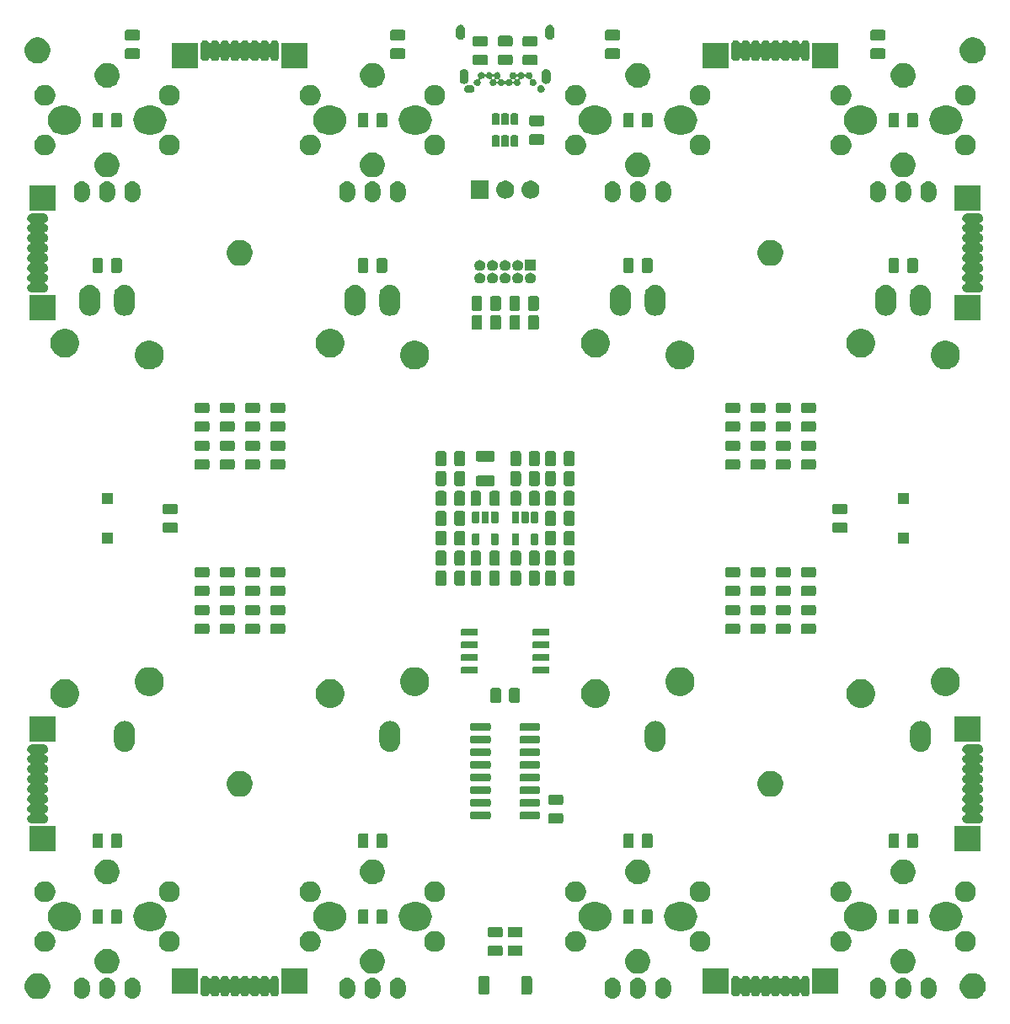
<source format=gbr>
G04 #@! TF.GenerationSoftware,KiCad,Pcbnew,(5.1.2)-2*
G04 #@! TF.CreationDate,2020-03-23T14:04:02+01:00*
G04 #@! TF.ProjectId,PBF4,50424634-2e6b-4696-9361-645f70636258,rev?*
G04 #@! TF.SameCoordinates,Original*
G04 #@! TF.FileFunction,Soldermask,Bot*
G04 #@! TF.FilePolarity,Negative*
%FSLAX46Y46*%
G04 Gerber Fmt 4.6, Leading zero omitted, Abs format (unit mm)*
G04 Created by KiCad (PCBNEW (5.1.2)-2) date 2020-03-23 14:04:02*
%MOMM*%
%LPD*%
G04 APERTURE LIST*
%ADD10C,0.100000*%
G04 APERTURE END LIST*
D10*
G36*
X147379488Y-145748997D02*
G01*
X147616255Y-145847069D01*
X147616257Y-145847070D01*
X147829338Y-145989446D01*
X148010554Y-146170662D01*
X148098037Y-146301589D01*
X148152931Y-146383745D01*
X148251003Y-146620512D01*
X148301000Y-146871863D01*
X148301000Y-147128137D01*
X148251003Y-147379488D01*
X148154632Y-147612148D01*
X148152930Y-147616257D01*
X148010554Y-147829338D01*
X147829338Y-148010554D01*
X147616257Y-148152930D01*
X147616256Y-148152931D01*
X147616255Y-148152931D01*
X147379488Y-148251003D01*
X147128137Y-148301000D01*
X146871863Y-148301000D01*
X146620512Y-148251003D01*
X146383745Y-148152931D01*
X146383744Y-148152931D01*
X146383743Y-148152930D01*
X146170662Y-148010554D01*
X145989446Y-147829338D01*
X145847070Y-147616257D01*
X145845368Y-147612148D01*
X145748997Y-147379488D01*
X145699000Y-147128137D01*
X145699000Y-146871863D01*
X145748997Y-146620512D01*
X145847069Y-146383745D01*
X145901964Y-146301589D01*
X145989446Y-146170662D01*
X146170662Y-145989446D01*
X146383743Y-145847070D01*
X146383745Y-145847069D01*
X146620512Y-145748997D01*
X146871863Y-145699000D01*
X147128137Y-145699000D01*
X147379488Y-145748997D01*
X147379488Y-145748997D01*
G37*
G36*
X53379488Y-145748997D02*
G01*
X53616255Y-145847069D01*
X53616257Y-145847070D01*
X53829338Y-145989446D01*
X54010554Y-146170662D01*
X54098037Y-146301589D01*
X54152931Y-146383745D01*
X54251003Y-146620512D01*
X54301000Y-146871863D01*
X54301000Y-147128137D01*
X54251003Y-147379488D01*
X54154632Y-147612148D01*
X54152930Y-147616257D01*
X54010554Y-147829338D01*
X53829338Y-148010554D01*
X53616257Y-148152930D01*
X53616256Y-148152931D01*
X53616255Y-148152931D01*
X53379488Y-148251003D01*
X53128137Y-148301000D01*
X52871863Y-148301000D01*
X52620512Y-148251003D01*
X52383745Y-148152931D01*
X52383744Y-148152931D01*
X52383743Y-148152930D01*
X52170662Y-148010554D01*
X51989446Y-147829338D01*
X51847070Y-147616257D01*
X51845368Y-147612148D01*
X51748997Y-147379488D01*
X51699000Y-147128137D01*
X51699000Y-146871863D01*
X51748997Y-146620512D01*
X51847069Y-146383745D01*
X51901964Y-146301589D01*
X51989446Y-146170662D01*
X52170662Y-145989446D01*
X52383743Y-145847070D01*
X52383745Y-145847069D01*
X52620512Y-145748997D01*
X52871863Y-145699000D01*
X53128137Y-145699000D01*
X53379488Y-145748997D01*
X53379488Y-145748997D01*
G37*
G36*
X57612022Y-146165590D02*
G01*
X57763014Y-146211393D01*
X57902161Y-146285769D01*
X57902162Y-146285770D01*
X57902164Y-146285771D01*
X58024133Y-146385867D01*
X58124229Y-146507835D01*
X58124230Y-146507837D01*
X58124231Y-146507838D01*
X58198607Y-146646985D01*
X58198607Y-146646986D01*
X58198608Y-146646988D01*
X58244410Y-146797977D01*
X58256000Y-146915655D01*
X58256000Y-147494345D01*
X58244410Y-147612023D01*
X58206881Y-147735741D01*
X58198607Y-147763015D01*
X58124231Y-147902162D01*
X58124229Y-147902165D01*
X58024133Y-148024133D01*
X57902165Y-148124229D01*
X57902163Y-148124230D01*
X57902162Y-148124231D01*
X57763015Y-148198607D01*
X57612023Y-148244410D01*
X57455000Y-148259875D01*
X57297978Y-148244410D01*
X57146989Y-148198608D01*
X57146986Y-148198607D01*
X57007839Y-148124231D01*
X57007838Y-148124230D01*
X57007836Y-148124229D01*
X56885868Y-148024133D01*
X56785771Y-147902165D01*
X56721117Y-147781206D01*
X56711393Y-147763015D01*
X56703120Y-147735741D01*
X56665590Y-147612023D01*
X56654000Y-147494345D01*
X56654000Y-146915656D01*
X56665590Y-146797978D01*
X56711392Y-146646989D01*
X56711393Y-146646986D01*
X56785769Y-146507839D01*
X56785772Y-146507835D01*
X56885867Y-146385867D01*
X57007835Y-146285771D01*
X57007837Y-146285770D01*
X57007838Y-146285769D01*
X57146985Y-146211393D01*
X57297977Y-146165590D01*
X57455000Y-146150125D01*
X57612022Y-146165590D01*
X57612022Y-146165590D01*
G37*
G36*
X84282022Y-146165590D02*
G01*
X84433014Y-146211393D01*
X84572161Y-146285769D01*
X84572162Y-146285770D01*
X84572164Y-146285771D01*
X84694133Y-146385867D01*
X84794229Y-146507835D01*
X84794230Y-146507837D01*
X84794231Y-146507838D01*
X84868607Y-146646985D01*
X84868607Y-146646986D01*
X84868608Y-146646988D01*
X84914410Y-146797977D01*
X84926000Y-146915655D01*
X84926000Y-147494345D01*
X84914410Y-147612023D01*
X84876881Y-147735741D01*
X84868607Y-147763015D01*
X84794231Y-147902162D01*
X84794229Y-147902165D01*
X84694133Y-148024133D01*
X84572165Y-148124229D01*
X84572163Y-148124230D01*
X84572162Y-148124231D01*
X84433015Y-148198607D01*
X84433012Y-148198608D01*
X84282023Y-148244410D01*
X84125000Y-148259875D01*
X83967978Y-148244410D01*
X83816986Y-148198607D01*
X83677839Y-148124231D01*
X83677838Y-148124230D01*
X83677836Y-148124229D01*
X83555868Y-148024133D01*
X83455771Y-147902165D01*
X83391117Y-147781206D01*
X83381393Y-147763015D01*
X83373120Y-147735741D01*
X83335590Y-147612023D01*
X83324000Y-147494345D01*
X83324000Y-146915656D01*
X83335590Y-146797978D01*
X83381392Y-146646989D01*
X83381393Y-146646986D01*
X83455769Y-146507839D01*
X83455772Y-146507835D01*
X83555867Y-146385867D01*
X83677835Y-146285771D01*
X83677837Y-146285770D01*
X83677838Y-146285769D01*
X83816985Y-146211393D01*
X83967977Y-146165590D01*
X84125000Y-146150125D01*
X84282022Y-146165590D01*
X84282022Y-146165590D01*
G37*
G36*
X89362022Y-146165590D02*
G01*
X89513014Y-146211393D01*
X89652161Y-146285769D01*
X89652162Y-146285770D01*
X89652164Y-146285771D01*
X89774133Y-146385867D01*
X89874229Y-146507835D01*
X89874230Y-146507837D01*
X89874231Y-146507838D01*
X89948607Y-146646985D01*
X89948607Y-146646986D01*
X89948608Y-146646988D01*
X89994410Y-146797977D01*
X90006000Y-146915655D01*
X90006000Y-147494345D01*
X89994410Y-147612023D01*
X89956881Y-147735741D01*
X89948607Y-147763015D01*
X89874231Y-147902162D01*
X89874229Y-147902165D01*
X89774133Y-148024133D01*
X89652165Y-148124229D01*
X89652163Y-148124230D01*
X89652162Y-148124231D01*
X89513015Y-148198607D01*
X89513012Y-148198608D01*
X89362023Y-148244410D01*
X89205000Y-148259875D01*
X89047978Y-148244410D01*
X88896986Y-148198607D01*
X88757839Y-148124231D01*
X88757838Y-148124230D01*
X88757836Y-148124229D01*
X88635868Y-148024133D01*
X88535771Y-147902165D01*
X88471117Y-147781206D01*
X88461393Y-147763015D01*
X88453120Y-147735741D01*
X88415590Y-147612023D01*
X88404000Y-147494345D01*
X88404000Y-146915656D01*
X88415590Y-146797978D01*
X88461392Y-146646989D01*
X88461393Y-146646986D01*
X88535769Y-146507839D01*
X88535772Y-146507835D01*
X88635867Y-146385867D01*
X88757835Y-146285771D01*
X88757837Y-146285770D01*
X88757838Y-146285769D01*
X88896985Y-146211393D01*
X89047977Y-146165590D01*
X89205000Y-146150125D01*
X89362022Y-146165590D01*
X89362022Y-146165590D01*
G37*
G36*
X86822022Y-146165590D02*
G01*
X86973014Y-146211393D01*
X87112161Y-146285769D01*
X87112162Y-146285770D01*
X87112164Y-146285771D01*
X87234133Y-146385867D01*
X87334229Y-146507835D01*
X87334230Y-146507837D01*
X87334231Y-146507838D01*
X87408607Y-146646985D01*
X87408607Y-146646986D01*
X87408608Y-146646988D01*
X87454410Y-146797977D01*
X87466000Y-146915655D01*
X87466000Y-147494345D01*
X87454410Y-147612023D01*
X87416881Y-147735741D01*
X87408607Y-147763015D01*
X87334231Y-147902162D01*
X87334229Y-147902165D01*
X87234133Y-148024133D01*
X87112165Y-148124229D01*
X87112163Y-148124230D01*
X87112162Y-148124231D01*
X86973015Y-148198607D01*
X86822023Y-148244410D01*
X86665000Y-148259875D01*
X86507978Y-148244410D01*
X86356989Y-148198608D01*
X86356986Y-148198607D01*
X86217839Y-148124231D01*
X86217838Y-148124230D01*
X86217836Y-148124229D01*
X86095868Y-148024133D01*
X85995771Y-147902165D01*
X85931117Y-147781206D01*
X85921393Y-147763015D01*
X85913120Y-147735741D01*
X85875590Y-147612023D01*
X85864000Y-147494345D01*
X85864000Y-146915656D01*
X85875590Y-146797978D01*
X85921392Y-146646989D01*
X85921393Y-146646986D01*
X85995769Y-146507839D01*
X85995772Y-146507835D01*
X86095867Y-146385867D01*
X86217835Y-146285771D01*
X86217837Y-146285770D01*
X86217838Y-146285769D01*
X86356985Y-146211393D01*
X86507977Y-146165590D01*
X86665000Y-146150125D01*
X86822022Y-146165590D01*
X86822022Y-146165590D01*
G37*
G36*
X110952022Y-146165590D02*
G01*
X111103014Y-146211393D01*
X111242161Y-146285769D01*
X111242162Y-146285770D01*
X111242164Y-146285771D01*
X111364133Y-146385867D01*
X111464229Y-146507835D01*
X111464230Y-146507837D01*
X111464231Y-146507838D01*
X111538607Y-146646985D01*
X111538607Y-146646986D01*
X111538608Y-146646988D01*
X111584410Y-146797977D01*
X111596000Y-146915655D01*
X111596000Y-147494345D01*
X111584410Y-147612023D01*
X111546881Y-147735741D01*
X111538607Y-147763015D01*
X111464231Y-147902162D01*
X111464229Y-147902165D01*
X111364133Y-148024133D01*
X111242165Y-148124229D01*
X111242163Y-148124230D01*
X111242162Y-148124231D01*
X111103015Y-148198607D01*
X110952023Y-148244410D01*
X110795000Y-148259875D01*
X110637978Y-148244410D01*
X110486989Y-148198608D01*
X110486986Y-148198607D01*
X110347839Y-148124231D01*
X110347838Y-148124230D01*
X110347836Y-148124229D01*
X110225868Y-148024133D01*
X110125771Y-147902165D01*
X110061117Y-147781206D01*
X110051393Y-147763015D01*
X110043120Y-147735741D01*
X110005590Y-147612023D01*
X109994000Y-147494345D01*
X109994000Y-146915656D01*
X110005590Y-146797978D01*
X110051392Y-146646989D01*
X110051393Y-146646986D01*
X110125769Y-146507839D01*
X110125772Y-146507835D01*
X110225867Y-146385867D01*
X110347835Y-146285771D01*
X110347837Y-146285770D01*
X110347838Y-146285769D01*
X110486985Y-146211393D01*
X110637977Y-146165590D01*
X110795000Y-146150125D01*
X110952022Y-146165590D01*
X110952022Y-146165590D01*
G37*
G36*
X113492022Y-146165590D02*
G01*
X113643014Y-146211393D01*
X113782161Y-146285769D01*
X113782162Y-146285770D01*
X113782164Y-146285771D01*
X113904133Y-146385867D01*
X114004229Y-146507835D01*
X114004230Y-146507837D01*
X114004231Y-146507838D01*
X114078607Y-146646985D01*
X114078607Y-146646986D01*
X114078608Y-146646988D01*
X114124410Y-146797977D01*
X114136000Y-146915655D01*
X114136000Y-147494345D01*
X114124410Y-147612023D01*
X114086881Y-147735741D01*
X114078607Y-147763015D01*
X114004231Y-147902162D01*
X114004229Y-147902165D01*
X113904133Y-148024133D01*
X113782165Y-148124229D01*
X113782163Y-148124230D01*
X113782162Y-148124231D01*
X113643015Y-148198607D01*
X113492023Y-148244410D01*
X113335000Y-148259875D01*
X113177978Y-148244410D01*
X113026989Y-148198608D01*
X113026986Y-148198607D01*
X112887839Y-148124231D01*
X112887838Y-148124230D01*
X112887836Y-148124229D01*
X112765868Y-148024133D01*
X112665771Y-147902165D01*
X112601117Y-147781206D01*
X112591393Y-147763015D01*
X112583120Y-147735741D01*
X112545590Y-147612023D01*
X112534000Y-147494345D01*
X112534000Y-146915656D01*
X112545590Y-146797978D01*
X112591392Y-146646989D01*
X112591393Y-146646986D01*
X112665769Y-146507839D01*
X112665772Y-146507835D01*
X112765867Y-146385867D01*
X112887835Y-146285771D01*
X112887837Y-146285770D01*
X112887838Y-146285769D01*
X113026985Y-146211393D01*
X113177977Y-146165590D01*
X113335000Y-146150125D01*
X113492022Y-146165590D01*
X113492022Y-146165590D01*
G37*
G36*
X116032022Y-146165590D02*
G01*
X116183014Y-146211393D01*
X116322161Y-146285769D01*
X116322162Y-146285770D01*
X116322164Y-146285771D01*
X116444133Y-146385867D01*
X116544229Y-146507835D01*
X116544230Y-146507837D01*
X116544231Y-146507838D01*
X116618607Y-146646985D01*
X116618607Y-146646986D01*
X116618608Y-146646988D01*
X116664410Y-146797977D01*
X116676000Y-146915655D01*
X116676000Y-147494345D01*
X116664410Y-147612023D01*
X116626881Y-147735741D01*
X116618607Y-147763015D01*
X116544231Y-147902162D01*
X116544229Y-147902165D01*
X116444133Y-148024133D01*
X116322165Y-148124229D01*
X116322163Y-148124230D01*
X116322162Y-148124231D01*
X116183015Y-148198607D01*
X116032023Y-148244410D01*
X115875000Y-148259875D01*
X115717978Y-148244410D01*
X115566989Y-148198608D01*
X115566986Y-148198607D01*
X115427839Y-148124231D01*
X115427838Y-148124230D01*
X115427836Y-148124229D01*
X115305868Y-148024133D01*
X115205771Y-147902165D01*
X115141117Y-147781206D01*
X115131393Y-147763015D01*
X115123120Y-147735741D01*
X115085590Y-147612023D01*
X115074000Y-147494345D01*
X115074000Y-146915656D01*
X115085590Y-146797978D01*
X115131392Y-146646989D01*
X115131393Y-146646986D01*
X115205769Y-146507839D01*
X115205772Y-146507835D01*
X115305867Y-146385867D01*
X115427835Y-146285771D01*
X115427837Y-146285770D01*
X115427838Y-146285769D01*
X115566985Y-146211393D01*
X115717977Y-146165590D01*
X115875000Y-146150125D01*
X116032022Y-146165590D01*
X116032022Y-146165590D01*
G37*
G36*
X140162022Y-146165590D02*
G01*
X140313014Y-146211393D01*
X140452161Y-146285769D01*
X140452162Y-146285770D01*
X140452164Y-146285771D01*
X140574133Y-146385867D01*
X140674229Y-146507835D01*
X140674230Y-146507837D01*
X140674231Y-146507838D01*
X140748607Y-146646985D01*
X140748607Y-146646986D01*
X140748608Y-146646988D01*
X140794410Y-146797977D01*
X140806000Y-146915655D01*
X140806000Y-147494345D01*
X140794410Y-147612023D01*
X140756881Y-147735741D01*
X140748607Y-147763015D01*
X140674231Y-147902162D01*
X140674229Y-147902165D01*
X140574133Y-148024133D01*
X140452165Y-148124229D01*
X140452163Y-148124230D01*
X140452162Y-148124231D01*
X140313015Y-148198607D01*
X140162023Y-148244410D01*
X140005000Y-148259875D01*
X139847978Y-148244410D01*
X139696989Y-148198608D01*
X139696986Y-148198607D01*
X139557839Y-148124231D01*
X139557838Y-148124230D01*
X139557836Y-148124229D01*
X139435868Y-148024133D01*
X139335771Y-147902165D01*
X139271117Y-147781206D01*
X139261393Y-147763015D01*
X139253120Y-147735741D01*
X139215590Y-147612023D01*
X139204000Y-147494345D01*
X139204000Y-146915656D01*
X139215590Y-146797978D01*
X139261392Y-146646989D01*
X139261393Y-146646986D01*
X139335769Y-146507839D01*
X139335772Y-146507835D01*
X139435867Y-146385867D01*
X139557835Y-146285771D01*
X139557837Y-146285770D01*
X139557838Y-146285769D01*
X139696985Y-146211393D01*
X139847977Y-146165590D01*
X140005000Y-146150125D01*
X140162022Y-146165590D01*
X140162022Y-146165590D01*
G37*
G36*
X142702022Y-146165590D02*
G01*
X142853014Y-146211393D01*
X142992161Y-146285769D01*
X142992162Y-146285770D01*
X142992164Y-146285771D01*
X143114133Y-146385867D01*
X143214229Y-146507835D01*
X143214230Y-146507837D01*
X143214231Y-146507838D01*
X143288607Y-146646985D01*
X143288607Y-146646986D01*
X143288608Y-146646988D01*
X143334410Y-146797977D01*
X143346000Y-146915655D01*
X143346000Y-147494345D01*
X143334410Y-147612023D01*
X143296881Y-147735741D01*
X143288607Y-147763015D01*
X143214231Y-147902162D01*
X143214229Y-147902165D01*
X143114133Y-148024133D01*
X142992165Y-148124229D01*
X142992163Y-148124230D01*
X142992162Y-148124231D01*
X142853015Y-148198607D01*
X142702023Y-148244410D01*
X142545000Y-148259875D01*
X142387978Y-148244410D01*
X142236989Y-148198608D01*
X142236986Y-148198607D01*
X142097839Y-148124231D01*
X142097838Y-148124230D01*
X142097836Y-148124229D01*
X141975868Y-148024133D01*
X141875771Y-147902165D01*
X141811117Y-147781206D01*
X141801393Y-147763015D01*
X141793120Y-147735741D01*
X141755590Y-147612023D01*
X141744000Y-147494345D01*
X141744000Y-146915656D01*
X141755590Y-146797978D01*
X141801392Y-146646989D01*
X141801393Y-146646986D01*
X141875769Y-146507839D01*
X141875772Y-146507835D01*
X141975867Y-146385867D01*
X142097835Y-146285771D01*
X142097837Y-146285770D01*
X142097838Y-146285769D01*
X142236985Y-146211393D01*
X142387977Y-146165590D01*
X142545000Y-146150125D01*
X142702022Y-146165590D01*
X142702022Y-146165590D01*
G37*
G36*
X62692022Y-146165590D02*
G01*
X62843014Y-146211393D01*
X62982161Y-146285769D01*
X62982162Y-146285770D01*
X62982164Y-146285771D01*
X63104133Y-146385867D01*
X63204229Y-146507835D01*
X63204230Y-146507837D01*
X63204231Y-146507838D01*
X63278607Y-146646985D01*
X63278607Y-146646986D01*
X63278608Y-146646988D01*
X63324410Y-146797977D01*
X63336000Y-146915655D01*
X63336000Y-147494345D01*
X63324410Y-147612023D01*
X63286881Y-147735741D01*
X63278607Y-147763015D01*
X63204231Y-147902162D01*
X63204229Y-147902165D01*
X63104133Y-148024133D01*
X62982165Y-148124229D01*
X62982163Y-148124230D01*
X62982162Y-148124231D01*
X62843015Y-148198607D01*
X62692023Y-148244410D01*
X62535000Y-148259875D01*
X62377978Y-148244410D01*
X62226989Y-148198608D01*
X62226986Y-148198607D01*
X62087839Y-148124231D01*
X62087838Y-148124230D01*
X62087836Y-148124229D01*
X61965868Y-148024133D01*
X61865771Y-147902165D01*
X61801117Y-147781206D01*
X61791393Y-147763015D01*
X61783120Y-147735741D01*
X61745590Y-147612023D01*
X61734000Y-147494345D01*
X61734000Y-146915656D01*
X61745590Y-146797978D01*
X61791392Y-146646989D01*
X61791393Y-146646986D01*
X61865769Y-146507839D01*
X61865772Y-146507835D01*
X61965867Y-146385867D01*
X62087835Y-146285771D01*
X62087837Y-146285770D01*
X62087838Y-146285769D01*
X62226985Y-146211393D01*
X62377977Y-146165590D01*
X62535000Y-146150125D01*
X62692022Y-146165590D01*
X62692022Y-146165590D01*
G37*
G36*
X60152022Y-146165590D02*
G01*
X60303014Y-146211393D01*
X60442161Y-146285769D01*
X60442162Y-146285770D01*
X60442164Y-146285771D01*
X60564133Y-146385867D01*
X60664229Y-146507835D01*
X60664230Y-146507837D01*
X60664231Y-146507838D01*
X60738607Y-146646985D01*
X60738607Y-146646986D01*
X60738608Y-146646988D01*
X60784410Y-146797977D01*
X60796000Y-146915655D01*
X60796000Y-147494345D01*
X60784410Y-147612023D01*
X60746881Y-147735741D01*
X60738607Y-147763015D01*
X60664231Y-147902162D01*
X60664229Y-147902165D01*
X60564133Y-148024133D01*
X60442165Y-148124229D01*
X60442163Y-148124230D01*
X60442162Y-148124231D01*
X60303015Y-148198607D01*
X60152023Y-148244410D01*
X59995000Y-148259875D01*
X59837978Y-148244410D01*
X59686989Y-148198608D01*
X59686986Y-148198607D01*
X59547839Y-148124231D01*
X59547838Y-148124230D01*
X59547836Y-148124229D01*
X59425868Y-148024133D01*
X59325771Y-147902165D01*
X59261117Y-147781206D01*
X59251393Y-147763015D01*
X59243120Y-147735741D01*
X59205590Y-147612023D01*
X59194000Y-147494345D01*
X59194000Y-146915656D01*
X59205590Y-146797978D01*
X59251392Y-146646989D01*
X59251393Y-146646986D01*
X59325769Y-146507839D01*
X59325772Y-146507835D01*
X59425867Y-146385867D01*
X59547835Y-146285771D01*
X59547837Y-146285770D01*
X59547838Y-146285769D01*
X59686985Y-146211393D01*
X59837977Y-146165590D01*
X59995000Y-146150125D01*
X60152022Y-146165590D01*
X60152022Y-146165590D01*
G37*
G36*
X137622022Y-146165590D02*
G01*
X137773014Y-146211393D01*
X137912161Y-146285769D01*
X137912162Y-146285770D01*
X137912164Y-146285771D01*
X138034133Y-146385867D01*
X138134229Y-146507835D01*
X138134230Y-146507837D01*
X138134231Y-146507838D01*
X138208607Y-146646985D01*
X138208607Y-146646986D01*
X138208608Y-146646988D01*
X138254410Y-146797977D01*
X138266000Y-146915655D01*
X138266000Y-147494345D01*
X138254410Y-147612023D01*
X138216881Y-147735741D01*
X138208607Y-147763015D01*
X138134231Y-147902162D01*
X138134229Y-147902165D01*
X138034133Y-148024133D01*
X137912165Y-148124229D01*
X137912163Y-148124230D01*
X137912162Y-148124231D01*
X137773015Y-148198607D01*
X137622023Y-148244410D01*
X137465000Y-148259875D01*
X137307978Y-148244410D01*
X137156989Y-148198608D01*
X137156986Y-148198607D01*
X137017839Y-148124231D01*
X137017838Y-148124230D01*
X137017836Y-148124229D01*
X136895868Y-148024133D01*
X136795771Y-147902165D01*
X136731117Y-147781206D01*
X136721393Y-147763015D01*
X136713120Y-147735741D01*
X136675590Y-147612023D01*
X136664000Y-147494345D01*
X136664000Y-146915656D01*
X136675590Y-146797978D01*
X136721392Y-146646989D01*
X136721393Y-146646986D01*
X136795769Y-146507839D01*
X136795772Y-146507835D01*
X136895867Y-146385867D01*
X137017835Y-146285771D01*
X137017837Y-146285770D01*
X137017838Y-146285769D01*
X137156985Y-146211393D01*
X137307977Y-146165590D01*
X137465000Y-146150125D01*
X137622022Y-146165590D01*
X137622022Y-146165590D01*
G37*
G36*
X76918411Y-145945526D02*
G01*
X77003425Y-145971314D01*
X77081774Y-146013193D01*
X77150448Y-146069552D01*
X77206807Y-146138226D01*
X77248686Y-146216575D01*
X77274474Y-146301589D01*
X77281000Y-146367846D01*
X77281000Y-147612154D01*
X77274474Y-147678411D01*
X77248686Y-147763425D01*
X77206807Y-147841774D01*
X77150448Y-147910448D01*
X77081773Y-147966807D01*
X77003424Y-148008686D01*
X76918410Y-148034474D01*
X76830000Y-148043182D01*
X76741589Y-148034474D01*
X76656575Y-148008686D01*
X76578226Y-147966807D01*
X76509552Y-147910448D01*
X76453193Y-147841773D01*
X76411314Y-147763424D01*
X76402913Y-147735729D01*
X76397201Y-147721941D01*
X76388902Y-147709521D01*
X76378340Y-147698958D01*
X76365920Y-147690659D01*
X76352119Y-147684943D01*
X76337469Y-147682029D01*
X76322531Y-147682029D01*
X76307880Y-147684943D01*
X76294080Y-147690660D01*
X76281660Y-147698959D01*
X76271097Y-147709521D01*
X76262798Y-147721941D01*
X76257087Y-147735730D01*
X76248686Y-147763425D01*
X76206807Y-147841774D01*
X76150448Y-147910448D01*
X76081773Y-147966807D01*
X76003424Y-148008686D01*
X75918410Y-148034474D01*
X75830000Y-148043182D01*
X75741589Y-148034474D01*
X75656575Y-148008686D01*
X75578226Y-147966807D01*
X75509552Y-147910448D01*
X75453193Y-147841773D01*
X75411314Y-147763424D01*
X75402913Y-147735729D01*
X75397201Y-147721941D01*
X75388902Y-147709521D01*
X75378340Y-147698958D01*
X75365920Y-147690659D01*
X75352119Y-147684943D01*
X75337469Y-147682029D01*
X75322531Y-147682029D01*
X75307880Y-147684943D01*
X75294080Y-147690660D01*
X75281660Y-147698959D01*
X75271097Y-147709521D01*
X75262798Y-147721941D01*
X75257087Y-147735730D01*
X75248686Y-147763425D01*
X75206807Y-147841774D01*
X75150448Y-147910448D01*
X75081773Y-147966807D01*
X75003424Y-148008686D01*
X74918410Y-148034474D01*
X74830000Y-148043182D01*
X74741589Y-148034474D01*
X74656575Y-148008686D01*
X74578226Y-147966807D01*
X74509552Y-147910448D01*
X74453193Y-147841773D01*
X74411314Y-147763424D01*
X74402913Y-147735729D01*
X74397201Y-147721941D01*
X74388902Y-147709521D01*
X74378340Y-147698958D01*
X74365920Y-147690659D01*
X74352119Y-147684943D01*
X74337469Y-147682029D01*
X74322531Y-147682029D01*
X74307880Y-147684943D01*
X74294080Y-147690660D01*
X74281660Y-147698959D01*
X74271097Y-147709521D01*
X74262798Y-147721941D01*
X74257087Y-147735730D01*
X74248686Y-147763425D01*
X74206807Y-147841774D01*
X74150448Y-147910448D01*
X74081773Y-147966807D01*
X74003424Y-148008686D01*
X73918410Y-148034474D01*
X73830000Y-148043182D01*
X73741589Y-148034474D01*
X73656575Y-148008686D01*
X73578226Y-147966807D01*
X73509552Y-147910448D01*
X73453193Y-147841773D01*
X73411314Y-147763424D01*
X73402913Y-147735729D01*
X73397201Y-147721941D01*
X73388902Y-147709521D01*
X73378340Y-147698958D01*
X73365920Y-147690659D01*
X73352119Y-147684943D01*
X73337469Y-147682029D01*
X73322531Y-147682029D01*
X73307880Y-147684943D01*
X73294080Y-147690660D01*
X73281660Y-147698959D01*
X73271097Y-147709521D01*
X73262798Y-147721941D01*
X73257087Y-147735730D01*
X73248686Y-147763425D01*
X73206807Y-147841774D01*
X73150448Y-147910448D01*
X73081773Y-147966807D01*
X73003424Y-148008686D01*
X72918410Y-148034474D01*
X72830000Y-148043182D01*
X72741589Y-148034474D01*
X72656575Y-148008686D01*
X72578226Y-147966807D01*
X72509552Y-147910448D01*
X72453193Y-147841773D01*
X72411314Y-147763424D01*
X72402913Y-147735729D01*
X72397201Y-147721941D01*
X72388902Y-147709521D01*
X72378340Y-147698958D01*
X72365920Y-147690659D01*
X72352119Y-147684943D01*
X72337469Y-147682029D01*
X72322531Y-147682029D01*
X72307880Y-147684943D01*
X72294080Y-147690660D01*
X72281660Y-147698959D01*
X72271097Y-147709521D01*
X72262798Y-147721941D01*
X72257087Y-147735730D01*
X72248686Y-147763425D01*
X72206807Y-147841774D01*
X72150448Y-147910448D01*
X72081773Y-147966807D01*
X72003424Y-148008686D01*
X71918410Y-148034474D01*
X71830000Y-148043182D01*
X71741589Y-148034474D01*
X71656575Y-148008686D01*
X71578226Y-147966807D01*
X71509552Y-147910448D01*
X71453193Y-147841773D01*
X71411314Y-147763424D01*
X71402913Y-147735729D01*
X71397201Y-147721941D01*
X71388902Y-147709521D01*
X71378340Y-147698958D01*
X71365920Y-147690659D01*
X71352119Y-147684943D01*
X71337469Y-147682029D01*
X71322531Y-147682029D01*
X71307880Y-147684943D01*
X71294080Y-147690660D01*
X71281660Y-147698959D01*
X71271097Y-147709521D01*
X71262798Y-147721941D01*
X71257087Y-147735730D01*
X71248686Y-147763425D01*
X71206807Y-147841774D01*
X71150448Y-147910448D01*
X71081773Y-147966807D01*
X71003424Y-148008686D01*
X70918410Y-148034474D01*
X70830000Y-148043182D01*
X70741589Y-148034474D01*
X70656575Y-148008686D01*
X70578226Y-147966807D01*
X70509552Y-147910448D01*
X70453193Y-147841773D01*
X70411314Y-147763424D01*
X70402913Y-147735729D01*
X70397201Y-147721941D01*
X70388902Y-147709521D01*
X70378340Y-147698958D01*
X70365920Y-147690659D01*
X70352119Y-147684943D01*
X70337469Y-147682029D01*
X70322531Y-147682029D01*
X70307880Y-147684943D01*
X70294080Y-147690660D01*
X70281660Y-147698959D01*
X70271097Y-147709521D01*
X70262798Y-147721941D01*
X70257087Y-147735730D01*
X70248686Y-147763425D01*
X70206807Y-147841774D01*
X70150448Y-147910448D01*
X70081773Y-147966807D01*
X70003424Y-148008686D01*
X69918410Y-148034474D01*
X69830000Y-148043182D01*
X69741589Y-148034474D01*
X69656575Y-148008686D01*
X69578226Y-147966807D01*
X69509552Y-147910448D01*
X69453193Y-147841773D01*
X69411314Y-147763424D01*
X69385526Y-147678410D01*
X69379000Y-147612153D01*
X69379001Y-146367846D01*
X69385527Y-146301589D01*
X69411315Y-146216575D01*
X69453194Y-146138226D01*
X69509553Y-146069552D01*
X69578227Y-146013193D01*
X69656576Y-145971314D01*
X69741590Y-145945526D01*
X69830000Y-145936818D01*
X69918411Y-145945526D01*
X70003425Y-145971314D01*
X70081774Y-146013193D01*
X70150448Y-146069552D01*
X70206807Y-146138226D01*
X70248686Y-146216575D01*
X70257087Y-146244270D01*
X70262798Y-146258059D01*
X70271097Y-146270479D01*
X70281659Y-146281042D01*
X70294079Y-146289341D01*
X70307880Y-146295058D01*
X70322530Y-146297972D01*
X70337468Y-146297972D01*
X70352118Y-146295058D01*
X70365919Y-146289342D01*
X70378339Y-146281043D01*
X70388902Y-146270481D01*
X70397201Y-146258061D01*
X70402915Y-146244268D01*
X70411315Y-146216575D01*
X70453194Y-146138226D01*
X70509553Y-146069552D01*
X70578227Y-146013193D01*
X70656576Y-145971314D01*
X70741590Y-145945526D01*
X70830000Y-145936818D01*
X70918411Y-145945526D01*
X71003425Y-145971314D01*
X71081774Y-146013193D01*
X71150448Y-146069552D01*
X71206807Y-146138226D01*
X71248686Y-146216575D01*
X71257087Y-146244270D01*
X71262798Y-146258059D01*
X71271097Y-146270479D01*
X71281659Y-146281042D01*
X71294079Y-146289341D01*
X71307880Y-146295058D01*
X71322530Y-146297972D01*
X71337468Y-146297972D01*
X71352118Y-146295058D01*
X71365919Y-146289342D01*
X71378339Y-146281043D01*
X71388902Y-146270481D01*
X71397201Y-146258061D01*
X71402915Y-146244268D01*
X71411315Y-146216575D01*
X71453194Y-146138226D01*
X71509553Y-146069552D01*
X71578227Y-146013193D01*
X71656576Y-145971314D01*
X71741590Y-145945526D01*
X71830000Y-145936818D01*
X71918411Y-145945526D01*
X72003425Y-145971314D01*
X72081774Y-146013193D01*
X72150448Y-146069552D01*
X72206807Y-146138226D01*
X72248686Y-146216575D01*
X72257087Y-146244270D01*
X72262798Y-146258059D01*
X72271097Y-146270479D01*
X72281659Y-146281042D01*
X72294079Y-146289341D01*
X72307880Y-146295058D01*
X72322530Y-146297972D01*
X72337468Y-146297972D01*
X72352118Y-146295058D01*
X72365919Y-146289342D01*
X72378339Y-146281043D01*
X72388902Y-146270481D01*
X72397201Y-146258061D01*
X72402915Y-146244268D01*
X72411315Y-146216575D01*
X72453194Y-146138226D01*
X72509553Y-146069552D01*
X72578227Y-146013193D01*
X72656576Y-145971314D01*
X72741590Y-145945526D01*
X72830000Y-145936818D01*
X72918411Y-145945526D01*
X73003425Y-145971314D01*
X73081774Y-146013193D01*
X73150448Y-146069552D01*
X73206807Y-146138226D01*
X73248686Y-146216575D01*
X73257087Y-146244270D01*
X73262798Y-146258059D01*
X73271097Y-146270479D01*
X73281659Y-146281042D01*
X73294079Y-146289341D01*
X73307880Y-146295058D01*
X73322530Y-146297972D01*
X73337468Y-146297972D01*
X73352118Y-146295058D01*
X73365919Y-146289342D01*
X73378339Y-146281043D01*
X73388902Y-146270481D01*
X73397201Y-146258061D01*
X73402915Y-146244268D01*
X73411315Y-146216575D01*
X73453194Y-146138226D01*
X73509553Y-146069552D01*
X73578227Y-146013193D01*
X73656576Y-145971314D01*
X73741590Y-145945526D01*
X73830000Y-145936818D01*
X73918411Y-145945526D01*
X74003425Y-145971314D01*
X74081774Y-146013193D01*
X74150448Y-146069552D01*
X74206807Y-146138226D01*
X74248686Y-146216575D01*
X74257087Y-146244270D01*
X74262798Y-146258059D01*
X74271097Y-146270479D01*
X74281659Y-146281042D01*
X74294079Y-146289341D01*
X74307880Y-146295058D01*
X74322530Y-146297972D01*
X74337468Y-146297972D01*
X74352118Y-146295058D01*
X74365919Y-146289342D01*
X74378339Y-146281043D01*
X74388902Y-146270481D01*
X74397201Y-146258061D01*
X74402915Y-146244268D01*
X74411315Y-146216575D01*
X74453194Y-146138226D01*
X74509553Y-146069552D01*
X74578227Y-146013193D01*
X74656576Y-145971314D01*
X74741590Y-145945526D01*
X74830000Y-145936818D01*
X74918411Y-145945526D01*
X75003425Y-145971314D01*
X75081774Y-146013193D01*
X75150448Y-146069552D01*
X75206807Y-146138226D01*
X75248686Y-146216575D01*
X75257087Y-146244270D01*
X75262798Y-146258059D01*
X75271097Y-146270479D01*
X75281659Y-146281042D01*
X75294079Y-146289341D01*
X75307880Y-146295058D01*
X75322530Y-146297972D01*
X75337468Y-146297972D01*
X75352118Y-146295058D01*
X75365919Y-146289342D01*
X75378339Y-146281043D01*
X75388902Y-146270481D01*
X75397201Y-146258061D01*
X75402915Y-146244268D01*
X75411315Y-146216575D01*
X75453194Y-146138226D01*
X75509553Y-146069552D01*
X75578227Y-146013193D01*
X75656576Y-145971314D01*
X75741590Y-145945526D01*
X75830000Y-145936818D01*
X75918411Y-145945526D01*
X76003425Y-145971314D01*
X76081774Y-146013193D01*
X76150448Y-146069552D01*
X76206807Y-146138226D01*
X76248686Y-146216575D01*
X76257087Y-146244270D01*
X76262798Y-146258059D01*
X76271097Y-146270479D01*
X76281659Y-146281042D01*
X76294079Y-146289341D01*
X76307880Y-146295058D01*
X76322530Y-146297972D01*
X76337468Y-146297972D01*
X76352118Y-146295058D01*
X76365919Y-146289342D01*
X76378339Y-146281043D01*
X76388902Y-146270481D01*
X76397201Y-146258061D01*
X76402915Y-146244268D01*
X76411315Y-146216575D01*
X76453194Y-146138226D01*
X76509553Y-146069552D01*
X76578227Y-146013193D01*
X76656576Y-145971314D01*
X76741590Y-145945526D01*
X76830000Y-145936818D01*
X76918411Y-145945526D01*
X76918411Y-145945526D01*
G37*
G36*
X130258411Y-145945526D02*
G01*
X130343425Y-145971314D01*
X130421774Y-146013193D01*
X130490448Y-146069552D01*
X130546807Y-146138226D01*
X130588686Y-146216575D01*
X130614474Y-146301589D01*
X130621000Y-146367846D01*
X130621000Y-147612154D01*
X130614474Y-147678411D01*
X130588686Y-147763425D01*
X130546807Y-147841774D01*
X130490448Y-147910448D01*
X130421773Y-147966807D01*
X130343424Y-148008686D01*
X130258410Y-148034474D01*
X130170000Y-148043182D01*
X130081589Y-148034474D01*
X129996575Y-148008686D01*
X129918226Y-147966807D01*
X129849552Y-147910448D01*
X129793193Y-147841773D01*
X129751314Y-147763424D01*
X129742913Y-147735729D01*
X129737201Y-147721941D01*
X129728902Y-147709521D01*
X129718340Y-147698958D01*
X129705920Y-147690659D01*
X129692119Y-147684943D01*
X129677469Y-147682029D01*
X129662531Y-147682029D01*
X129647880Y-147684943D01*
X129634080Y-147690660D01*
X129621660Y-147698959D01*
X129611097Y-147709521D01*
X129602798Y-147721941D01*
X129597087Y-147735730D01*
X129588686Y-147763425D01*
X129546807Y-147841774D01*
X129490448Y-147910448D01*
X129421773Y-147966807D01*
X129343424Y-148008686D01*
X129258410Y-148034474D01*
X129170000Y-148043182D01*
X129081589Y-148034474D01*
X128996575Y-148008686D01*
X128918226Y-147966807D01*
X128849552Y-147910448D01*
X128793193Y-147841773D01*
X128751314Y-147763424D01*
X128742913Y-147735729D01*
X128737201Y-147721941D01*
X128728902Y-147709521D01*
X128718340Y-147698958D01*
X128705920Y-147690659D01*
X128692119Y-147684943D01*
X128677469Y-147682029D01*
X128662531Y-147682029D01*
X128647880Y-147684943D01*
X128634080Y-147690660D01*
X128621660Y-147698959D01*
X128611097Y-147709521D01*
X128602798Y-147721941D01*
X128597087Y-147735730D01*
X128588686Y-147763425D01*
X128546807Y-147841774D01*
X128490448Y-147910448D01*
X128421773Y-147966807D01*
X128343424Y-148008686D01*
X128258410Y-148034474D01*
X128170000Y-148043182D01*
X128081589Y-148034474D01*
X127996575Y-148008686D01*
X127918226Y-147966807D01*
X127849552Y-147910448D01*
X127793193Y-147841773D01*
X127751314Y-147763424D01*
X127742913Y-147735729D01*
X127737201Y-147721941D01*
X127728902Y-147709521D01*
X127718340Y-147698958D01*
X127705920Y-147690659D01*
X127692119Y-147684943D01*
X127677469Y-147682029D01*
X127662531Y-147682029D01*
X127647880Y-147684943D01*
X127634080Y-147690660D01*
X127621660Y-147698959D01*
X127611097Y-147709521D01*
X127602798Y-147721941D01*
X127597087Y-147735730D01*
X127588686Y-147763425D01*
X127546807Y-147841774D01*
X127490448Y-147910448D01*
X127421773Y-147966807D01*
X127343424Y-148008686D01*
X127258410Y-148034474D01*
X127170000Y-148043182D01*
X127081589Y-148034474D01*
X126996575Y-148008686D01*
X126918226Y-147966807D01*
X126849552Y-147910448D01*
X126793193Y-147841773D01*
X126751314Y-147763424D01*
X126742913Y-147735729D01*
X126737201Y-147721941D01*
X126728902Y-147709521D01*
X126718340Y-147698958D01*
X126705920Y-147690659D01*
X126692119Y-147684943D01*
X126677469Y-147682029D01*
X126662531Y-147682029D01*
X126647880Y-147684943D01*
X126634080Y-147690660D01*
X126621660Y-147698959D01*
X126611097Y-147709521D01*
X126602798Y-147721941D01*
X126597087Y-147735730D01*
X126588686Y-147763425D01*
X126546807Y-147841774D01*
X126490448Y-147910448D01*
X126421773Y-147966807D01*
X126343424Y-148008686D01*
X126258410Y-148034474D01*
X126170000Y-148043182D01*
X126081589Y-148034474D01*
X125996575Y-148008686D01*
X125918226Y-147966807D01*
X125849552Y-147910448D01*
X125793193Y-147841773D01*
X125751314Y-147763424D01*
X125742913Y-147735729D01*
X125737201Y-147721941D01*
X125728902Y-147709521D01*
X125718340Y-147698958D01*
X125705920Y-147690659D01*
X125692119Y-147684943D01*
X125677469Y-147682029D01*
X125662531Y-147682029D01*
X125647880Y-147684943D01*
X125634080Y-147690660D01*
X125621660Y-147698959D01*
X125611097Y-147709521D01*
X125602798Y-147721941D01*
X125597087Y-147735730D01*
X125588686Y-147763425D01*
X125546807Y-147841774D01*
X125490448Y-147910448D01*
X125421773Y-147966807D01*
X125343424Y-148008686D01*
X125258410Y-148034474D01*
X125170000Y-148043182D01*
X125081589Y-148034474D01*
X124996575Y-148008686D01*
X124918226Y-147966807D01*
X124849552Y-147910448D01*
X124793193Y-147841773D01*
X124751314Y-147763424D01*
X124742913Y-147735729D01*
X124737201Y-147721941D01*
X124728902Y-147709521D01*
X124718340Y-147698958D01*
X124705920Y-147690659D01*
X124692119Y-147684943D01*
X124677469Y-147682029D01*
X124662531Y-147682029D01*
X124647880Y-147684943D01*
X124634080Y-147690660D01*
X124621660Y-147698959D01*
X124611097Y-147709521D01*
X124602798Y-147721941D01*
X124597087Y-147735730D01*
X124588686Y-147763425D01*
X124546807Y-147841774D01*
X124490448Y-147910448D01*
X124421773Y-147966807D01*
X124343424Y-148008686D01*
X124258410Y-148034474D01*
X124170000Y-148043182D01*
X124081589Y-148034474D01*
X123996575Y-148008686D01*
X123918226Y-147966807D01*
X123849552Y-147910448D01*
X123793193Y-147841773D01*
X123751314Y-147763424D01*
X123742913Y-147735729D01*
X123737201Y-147721941D01*
X123728902Y-147709521D01*
X123718340Y-147698958D01*
X123705920Y-147690659D01*
X123692119Y-147684943D01*
X123677469Y-147682029D01*
X123662531Y-147682029D01*
X123647880Y-147684943D01*
X123634080Y-147690660D01*
X123621660Y-147698959D01*
X123611097Y-147709521D01*
X123602798Y-147721941D01*
X123597087Y-147735730D01*
X123588686Y-147763425D01*
X123546807Y-147841774D01*
X123490448Y-147910448D01*
X123421773Y-147966807D01*
X123343424Y-148008686D01*
X123258410Y-148034474D01*
X123170000Y-148043182D01*
X123081589Y-148034474D01*
X122996575Y-148008686D01*
X122918226Y-147966807D01*
X122849552Y-147910448D01*
X122793193Y-147841773D01*
X122751314Y-147763424D01*
X122725526Y-147678410D01*
X122719000Y-147612153D01*
X122719001Y-146367846D01*
X122725527Y-146301589D01*
X122751315Y-146216575D01*
X122793194Y-146138226D01*
X122849553Y-146069552D01*
X122918227Y-146013193D01*
X122996576Y-145971314D01*
X123081590Y-145945526D01*
X123170000Y-145936818D01*
X123258411Y-145945526D01*
X123343425Y-145971314D01*
X123421774Y-146013193D01*
X123490448Y-146069552D01*
X123546807Y-146138226D01*
X123588686Y-146216575D01*
X123597086Y-146244268D01*
X123602800Y-146258061D01*
X123611099Y-146270481D01*
X123621662Y-146281043D01*
X123634082Y-146289342D01*
X123647883Y-146295058D01*
X123662533Y-146297972D01*
X123677471Y-146297972D01*
X123692121Y-146295058D01*
X123705922Y-146289341D01*
X123718342Y-146281042D01*
X123728904Y-146270479D01*
X123737203Y-146258059D01*
X123742914Y-146244270D01*
X123751315Y-146216575D01*
X123793194Y-146138226D01*
X123849553Y-146069552D01*
X123918227Y-146013193D01*
X123996576Y-145971314D01*
X124081590Y-145945526D01*
X124170000Y-145936818D01*
X124258411Y-145945526D01*
X124343425Y-145971314D01*
X124421774Y-146013193D01*
X124490448Y-146069552D01*
X124546807Y-146138226D01*
X124588686Y-146216575D01*
X124597086Y-146244268D01*
X124602800Y-146258061D01*
X124611099Y-146270481D01*
X124621662Y-146281043D01*
X124634082Y-146289342D01*
X124647883Y-146295058D01*
X124662533Y-146297972D01*
X124677471Y-146297972D01*
X124692121Y-146295058D01*
X124705922Y-146289341D01*
X124718342Y-146281042D01*
X124728904Y-146270479D01*
X124737203Y-146258059D01*
X124742914Y-146244270D01*
X124751315Y-146216575D01*
X124793194Y-146138226D01*
X124849553Y-146069552D01*
X124918227Y-146013193D01*
X124996576Y-145971314D01*
X125081590Y-145945526D01*
X125170000Y-145936818D01*
X125258411Y-145945526D01*
X125343425Y-145971314D01*
X125421774Y-146013193D01*
X125490448Y-146069552D01*
X125546807Y-146138226D01*
X125588686Y-146216575D01*
X125597086Y-146244268D01*
X125602800Y-146258061D01*
X125611099Y-146270481D01*
X125621662Y-146281043D01*
X125634082Y-146289342D01*
X125647883Y-146295058D01*
X125662533Y-146297972D01*
X125677471Y-146297972D01*
X125692121Y-146295058D01*
X125705922Y-146289341D01*
X125718342Y-146281042D01*
X125728904Y-146270479D01*
X125737203Y-146258059D01*
X125742914Y-146244270D01*
X125751315Y-146216575D01*
X125793194Y-146138226D01*
X125849553Y-146069552D01*
X125918227Y-146013193D01*
X125996576Y-145971314D01*
X126081590Y-145945526D01*
X126170000Y-145936818D01*
X126258411Y-145945526D01*
X126343425Y-145971314D01*
X126421774Y-146013193D01*
X126490448Y-146069552D01*
X126546807Y-146138226D01*
X126588686Y-146216575D01*
X126597086Y-146244268D01*
X126602800Y-146258061D01*
X126611099Y-146270481D01*
X126621662Y-146281043D01*
X126634082Y-146289342D01*
X126647883Y-146295058D01*
X126662533Y-146297972D01*
X126677471Y-146297972D01*
X126692121Y-146295058D01*
X126705922Y-146289341D01*
X126718342Y-146281042D01*
X126728904Y-146270479D01*
X126737203Y-146258059D01*
X126742914Y-146244270D01*
X126751315Y-146216575D01*
X126793194Y-146138226D01*
X126849553Y-146069552D01*
X126918227Y-146013193D01*
X126996576Y-145971314D01*
X127081590Y-145945526D01*
X127170000Y-145936818D01*
X127258411Y-145945526D01*
X127343425Y-145971314D01*
X127421774Y-146013193D01*
X127490448Y-146069552D01*
X127546807Y-146138226D01*
X127588686Y-146216575D01*
X127597086Y-146244268D01*
X127602800Y-146258061D01*
X127611099Y-146270481D01*
X127621662Y-146281043D01*
X127634082Y-146289342D01*
X127647883Y-146295058D01*
X127662533Y-146297972D01*
X127677471Y-146297972D01*
X127692121Y-146295058D01*
X127705922Y-146289341D01*
X127718342Y-146281042D01*
X127728904Y-146270479D01*
X127737203Y-146258059D01*
X127742914Y-146244270D01*
X127751315Y-146216575D01*
X127793194Y-146138226D01*
X127849553Y-146069552D01*
X127918227Y-146013193D01*
X127996576Y-145971314D01*
X128081590Y-145945526D01*
X128170000Y-145936818D01*
X128258411Y-145945526D01*
X128343425Y-145971314D01*
X128421774Y-146013193D01*
X128490448Y-146069552D01*
X128546807Y-146138226D01*
X128588686Y-146216575D01*
X128597086Y-146244268D01*
X128602800Y-146258061D01*
X128611099Y-146270481D01*
X128621662Y-146281043D01*
X128634082Y-146289342D01*
X128647883Y-146295058D01*
X128662533Y-146297972D01*
X128677471Y-146297972D01*
X128692121Y-146295058D01*
X128705922Y-146289341D01*
X128718342Y-146281042D01*
X128728904Y-146270479D01*
X128737203Y-146258059D01*
X128742914Y-146244270D01*
X128751315Y-146216575D01*
X128793194Y-146138226D01*
X128849553Y-146069552D01*
X128918227Y-146013193D01*
X128996576Y-145971314D01*
X129081590Y-145945526D01*
X129170000Y-145936818D01*
X129258411Y-145945526D01*
X129343425Y-145971314D01*
X129421774Y-146013193D01*
X129490448Y-146069552D01*
X129546807Y-146138226D01*
X129588686Y-146216575D01*
X129597086Y-146244268D01*
X129602800Y-146258061D01*
X129611099Y-146270481D01*
X129621662Y-146281043D01*
X129634082Y-146289342D01*
X129647883Y-146295058D01*
X129662533Y-146297972D01*
X129677471Y-146297972D01*
X129692121Y-146295058D01*
X129705922Y-146289341D01*
X129718342Y-146281042D01*
X129728904Y-146270479D01*
X129737203Y-146258059D01*
X129742914Y-146244270D01*
X129751315Y-146216575D01*
X129793194Y-146138226D01*
X129849553Y-146069552D01*
X129918227Y-146013193D01*
X129996576Y-145971314D01*
X130081590Y-145945526D01*
X130170000Y-145936818D01*
X130258411Y-145945526D01*
X130258411Y-145945526D01*
G37*
G36*
X98209842Y-145953923D02*
G01*
X98254310Y-145967412D01*
X98295285Y-145989314D01*
X98331206Y-146018794D01*
X98360686Y-146054715D01*
X98382588Y-146095690D01*
X98396077Y-146140158D01*
X98401000Y-146190143D01*
X98401000Y-147609857D01*
X98396077Y-147659842D01*
X98382588Y-147704310D01*
X98360686Y-147745285D01*
X98331206Y-147781206D01*
X98295285Y-147810686D01*
X98254310Y-147832588D01*
X98209842Y-147846077D01*
X98159857Y-147851000D01*
X97540143Y-147851000D01*
X97490158Y-147846077D01*
X97445690Y-147832588D01*
X97404715Y-147810686D01*
X97368794Y-147781206D01*
X97339314Y-147745285D01*
X97317412Y-147704310D01*
X97303923Y-147659842D01*
X97299000Y-147609857D01*
X97299000Y-146190143D01*
X97303923Y-146140158D01*
X97317412Y-146095690D01*
X97339314Y-146054715D01*
X97368794Y-146018794D01*
X97404715Y-145989314D01*
X97445690Y-145967412D01*
X97490158Y-145953923D01*
X97540143Y-145949000D01*
X98159857Y-145949000D01*
X98209842Y-145953923D01*
X98209842Y-145953923D01*
G37*
G36*
X102509842Y-145953923D02*
G01*
X102554310Y-145967412D01*
X102595285Y-145989314D01*
X102631206Y-146018794D01*
X102660686Y-146054715D01*
X102682588Y-146095690D01*
X102696077Y-146140158D01*
X102701000Y-146190143D01*
X102701000Y-147609857D01*
X102696077Y-147659842D01*
X102682588Y-147704310D01*
X102660686Y-147745285D01*
X102631206Y-147781206D01*
X102595285Y-147810686D01*
X102554310Y-147832588D01*
X102509842Y-147846077D01*
X102459857Y-147851000D01*
X101840143Y-147851000D01*
X101790158Y-147846077D01*
X101745690Y-147832588D01*
X101704715Y-147810686D01*
X101668794Y-147781206D01*
X101639314Y-147745285D01*
X101617412Y-147704310D01*
X101603923Y-147659842D01*
X101599000Y-147609857D01*
X101599000Y-146190143D01*
X101603923Y-146140158D01*
X101617412Y-146095690D01*
X101639314Y-146054715D01*
X101668794Y-146018794D01*
X101704715Y-145989314D01*
X101745690Y-145967412D01*
X101790158Y-145953923D01*
X101840143Y-145949000D01*
X102459857Y-145949000D01*
X102509842Y-145953923D01*
X102509842Y-145953923D01*
G37*
G36*
X122471000Y-147791000D02*
G01*
X119869000Y-147791000D01*
X119869000Y-145189000D01*
X122471000Y-145189000D01*
X122471000Y-147791000D01*
X122471000Y-147791000D01*
G37*
G36*
X80131000Y-147791000D02*
G01*
X77529000Y-147791000D01*
X77529000Y-145189000D01*
X80131000Y-145189000D01*
X80131000Y-147791000D01*
X80131000Y-147791000D01*
G37*
G36*
X69131000Y-147791000D02*
G01*
X66529000Y-147791000D01*
X66529000Y-145189000D01*
X69131000Y-145189000D01*
X69131000Y-147791000D01*
X69131000Y-147791000D01*
G37*
G36*
X133471000Y-147791000D02*
G01*
X130869000Y-147791000D01*
X130869000Y-145189000D01*
X133471000Y-145189000D01*
X133471000Y-147791000D01*
X133471000Y-147791000D01*
G37*
G36*
X140369903Y-143302075D02*
G01*
X140597573Y-143396378D01*
X140802465Y-143533284D01*
X140976716Y-143707535D01*
X141113622Y-143912427D01*
X141207925Y-144140097D01*
X141256000Y-144381788D01*
X141256000Y-144628212D01*
X141207925Y-144869903D01*
X141113622Y-145097573D01*
X140976716Y-145302465D01*
X140802465Y-145476716D01*
X140597573Y-145613622D01*
X140391450Y-145699000D01*
X140369903Y-145707925D01*
X140128213Y-145756000D01*
X139881787Y-145756000D01*
X139640097Y-145707925D01*
X139618550Y-145699000D01*
X139412427Y-145613622D01*
X139207535Y-145476716D01*
X139033284Y-145302465D01*
X138896378Y-145097573D01*
X138802075Y-144869903D01*
X138754000Y-144628212D01*
X138754000Y-144381788D01*
X138802075Y-144140097D01*
X138896378Y-143912427D01*
X139033284Y-143707535D01*
X139207535Y-143533284D01*
X139412427Y-143396378D01*
X139640097Y-143302075D01*
X139881787Y-143254000D01*
X140128213Y-143254000D01*
X140369903Y-143302075D01*
X140369903Y-143302075D01*
G37*
G36*
X87029903Y-143302075D02*
G01*
X87257573Y-143396378D01*
X87462465Y-143533284D01*
X87636716Y-143707535D01*
X87773622Y-143912427D01*
X87867925Y-144140097D01*
X87916000Y-144381788D01*
X87916000Y-144628212D01*
X87867925Y-144869903D01*
X87773622Y-145097573D01*
X87636716Y-145302465D01*
X87462465Y-145476716D01*
X87257573Y-145613622D01*
X87051450Y-145699000D01*
X87029903Y-145707925D01*
X86788213Y-145756000D01*
X86541787Y-145756000D01*
X86300097Y-145707925D01*
X86278550Y-145699000D01*
X86072427Y-145613622D01*
X85867535Y-145476716D01*
X85693284Y-145302465D01*
X85556378Y-145097573D01*
X85462075Y-144869903D01*
X85414000Y-144628212D01*
X85414000Y-144381788D01*
X85462075Y-144140097D01*
X85556378Y-143912427D01*
X85693284Y-143707535D01*
X85867535Y-143533284D01*
X86072427Y-143396378D01*
X86300097Y-143302075D01*
X86541787Y-143254000D01*
X86788213Y-143254000D01*
X87029903Y-143302075D01*
X87029903Y-143302075D01*
G37*
G36*
X60359903Y-143302075D02*
G01*
X60587573Y-143396378D01*
X60792465Y-143533284D01*
X60966716Y-143707535D01*
X61103622Y-143912427D01*
X61197925Y-144140097D01*
X61246000Y-144381788D01*
X61246000Y-144628212D01*
X61197925Y-144869903D01*
X61103622Y-145097573D01*
X60966716Y-145302465D01*
X60792465Y-145476716D01*
X60587573Y-145613622D01*
X60381450Y-145699000D01*
X60359903Y-145707925D01*
X60118213Y-145756000D01*
X59871787Y-145756000D01*
X59630097Y-145707925D01*
X59608550Y-145699000D01*
X59402427Y-145613622D01*
X59197535Y-145476716D01*
X59023284Y-145302465D01*
X58886378Y-145097573D01*
X58792075Y-144869903D01*
X58744000Y-144628212D01*
X58744000Y-144381788D01*
X58792075Y-144140097D01*
X58886378Y-143912427D01*
X59023284Y-143707535D01*
X59197535Y-143533284D01*
X59402427Y-143396378D01*
X59630097Y-143302075D01*
X59871787Y-143254000D01*
X60118213Y-143254000D01*
X60359903Y-143302075D01*
X60359903Y-143302075D01*
G37*
G36*
X113699903Y-143302075D02*
G01*
X113927573Y-143396378D01*
X114132465Y-143533284D01*
X114306716Y-143707535D01*
X114443622Y-143912427D01*
X114537925Y-144140097D01*
X114586000Y-144381788D01*
X114586000Y-144628212D01*
X114537925Y-144869903D01*
X114443622Y-145097573D01*
X114306716Y-145302465D01*
X114132465Y-145476716D01*
X113927573Y-145613622D01*
X113721450Y-145699000D01*
X113699903Y-145707925D01*
X113458213Y-145756000D01*
X113211787Y-145756000D01*
X112970097Y-145707925D01*
X112948550Y-145699000D01*
X112742427Y-145613622D01*
X112537535Y-145476716D01*
X112363284Y-145302465D01*
X112226378Y-145097573D01*
X112132075Y-144869903D01*
X112084000Y-144628212D01*
X112084000Y-144381788D01*
X112132075Y-144140097D01*
X112226378Y-143912427D01*
X112363284Y-143707535D01*
X112537535Y-143533284D01*
X112742427Y-143396378D01*
X112970097Y-143302075D01*
X113211787Y-143254000D01*
X113458213Y-143254000D01*
X113699903Y-143302075D01*
X113699903Y-143302075D01*
G37*
G36*
X99564871Y-142903803D02*
G01*
X99608165Y-142916936D01*
X99648070Y-142938266D01*
X99683038Y-142966962D01*
X99711734Y-143001930D01*
X99733064Y-143041835D01*
X99746197Y-143085129D01*
X99751000Y-143133893D01*
X99751000Y-143741107D01*
X99746197Y-143789871D01*
X99733064Y-143833165D01*
X99711734Y-143873070D01*
X99683038Y-143908038D01*
X99648070Y-143936734D01*
X99608165Y-143958064D01*
X99564871Y-143971197D01*
X99516107Y-143976000D01*
X98483893Y-143976000D01*
X98435129Y-143971197D01*
X98391835Y-143958064D01*
X98351930Y-143936734D01*
X98316962Y-143908038D01*
X98288266Y-143873070D01*
X98266936Y-143833165D01*
X98253803Y-143789871D01*
X98249000Y-143741107D01*
X98249000Y-143133893D01*
X98253803Y-143085129D01*
X98266936Y-143041835D01*
X98288266Y-143001930D01*
X98316962Y-142966962D01*
X98351930Y-142938266D01*
X98391835Y-142916936D01*
X98435129Y-142903803D01*
X98483893Y-142899000D01*
X99516107Y-142899000D01*
X99564871Y-142903803D01*
X99564871Y-142903803D01*
G37*
G36*
X101564871Y-142903803D02*
G01*
X101608165Y-142916936D01*
X101648070Y-142938266D01*
X101683038Y-142966962D01*
X101711734Y-143001930D01*
X101733064Y-143041835D01*
X101746197Y-143085129D01*
X101751000Y-143133893D01*
X101751000Y-143741107D01*
X101746197Y-143789871D01*
X101733064Y-143833165D01*
X101711734Y-143873070D01*
X101683038Y-143908038D01*
X101648070Y-143936734D01*
X101608165Y-143958064D01*
X101564871Y-143971197D01*
X101516107Y-143976000D01*
X100483893Y-143976000D01*
X100435129Y-143971197D01*
X100391835Y-143958064D01*
X100351930Y-143936734D01*
X100316962Y-143908038D01*
X100288266Y-143873070D01*
X100266936Y-143833165D01*
X100253803Y-143789871D01*
X100249000Y-143741107D01*
X100249000Y-143133893D01*
X100253803Y-143085129D01*
X100266936Y-143041835D01*
X100288266Y-143001930D01*
X100316962Y-142966962D01*
X100351930Y-142938266D01*
X100391835Y-142916936D01*
X100435129Y-142903803D01*
X100483893Y-142899000D01*
X101516107Y-142899000D01*
X101564871Y-142903803D01*
X101564871Y-142903803D01*
G37*
G36*
X134061565Y-141494390D02*
G01*
X134252837Y-141573617D01*
X134424972Y-141688634D01*
X134571366Y-141835028D01*
X134669127Y-141981337D01*
X134686384Y-142007165D01*
X134765610Y-142198435D01*
X134806000Y-142401486D01*
X134806000Y-142608514D01*
X134765610Y-142811565D01*
X134729394Y-142899000D01*
X134686383Y-143002837D01*
X134571366Y-143174972D01*
X134424972Y-143321366D01*
X134252837Y-143436383D01*
X134252836Y-143436384D01*
X134252835Y-143436384D01*
X134061565Y-143515610D01*
X133858514Y-143556000D01*
X133651486Y-143556000D01*
X133448435Y-143515610D01*
X133257165Y-143436384D01*
X133257164Y-143436384D01*
X133257163Y-143436383D01*
X133085028Y-143321366D01*
X132938634Y-143174972D01*
X132823617Y-143002837D01*
X132780607Y-142899000D01*
X132744390Y-142811565D01*
X132704000Y-142608514D01*
X132704000Y-142401486D01*
X132744390Y-142198435D01*
X132823616Y-142007165D01*
X132840874Y-141981337D01*
X132938634Y-141835028D01*
X133085028Y-141688634D01*
X133257163Y-141573617D01*
X133448435Y-141494390D01*
X133651486Y-141454000D01*
X133858514Y-141454000D01*
X134061565Y-141494390D01*
X134061565Y-141494390D01*
G37*
G36*
X119891565Y-141494390D02*
G01*
X120082837Y-141573617D01*
X120254972Y-141688634D01*
X120401366Y-141835028D01*
X120499127Y-141981337D01*
X120516384Y-142007165D01*
X120595610Y-142198435D01*
X120636000Y-142401486D01*
X120636000Y-142608514D01*
X120595610Y-142811565D01*
X120559394Y-142899000D01*
X120516383Y-143002837D01*
X120401366Y-143174972D01*
X120254972Y-143321366D01*
X120082837Y-143436383D01*
X120082836Y-143436384D01*
X120082835Y-143436384D01*
X119891565Y-143515610D01*
X119688514Y-143556000D01*
X119481486Y-143556000D01*
X119278435Y-143515610D01*
X119087165Y-143436384D01*
X119087164Y-143436384D01*
X119087163Y-143436383D01*
X118915028Y-143321366D01*
X118768634Y-143174972D01*
X118653617Y-143002837D01*
X118610607Y-142899000D01*
X118574390Y-142811565D01*
X118534000Y-142608514D01*
X118534000Y-142401486D01*
X118574390Y-142198435D01*
X118653616Y-142007165D01*
X118670874Y-141981337D01*
X118768634Y-141835028D01*
X118915028Y-141688634D01*
X119087163Y-141573617D01*
X119278435Y-141494390D01*
X119481486Y-141454000D01*
X119688514Y-141454000D01*
X119891565Y-141494390D01*
X119891565Y-141494390D01*
G37*
G36*
X107391565Y-141494390D02*
G01*
X107582837Y-141573617D01*
X107754972Y-141688634D01*
X107901366Y-141835028D01*
X107999127Y-141981337D01*
X108016384Y-142007165D01*
X108095610Y-142198435D01*
X108136000Y-142401486D01*
X108136000Y-142608514D01*
X108095610Y-142811565D01*
X108059394Y-142899000D01*
X108016383Y-143002837D01*
X107901366Y-143174972D01*
X107754972Y-143321366D01*
X107582837Y-143436383D01*
X107582836Y-143436384D01*
X107582835Y-143436384D01*
X107391565Y-143515610D01*
X107188514Y-143556000D01*
X106981486Y-143556000D01*
X106778435Y-143515610D01*
X106587165Y-143436384D01*
X106587164Y-143436384D01*
X106587163Y-143436383D01*
X106415028Y-143321366D01*
X106268634Y-143174972D01*
X106153617Y-143002837D01*
X106110607Y-142899000D01*
X106074390Y-142811565D01*
X106034000Y-142608514D01*
X106034000Y-142401486D01*
X106074390Y-142198435D01*
X106153616Y-142007165D01*
X106170874Y-141981337D01*
X106268634Y-141835028D01*
X106415028Y-141688634D01*
X106587163Y-141573617D01*
X106778435Y-141494390D01*
X106981486Y-141454000D01*
X107188514Y-141454000D01*
X107391565Y-141494390D01*
X107391565Y-141494390D01*
G37*
G36*
X93221565Y-141494390D02*
G01*
X93412837Y-141573617D01*
X93584972Y-141688634D01*
X93731366Y-141835028D01*
X93829127Y-141981337D01*
X93846384Y-142007165D01*
X93925610Y-142198435D01*
X93966000Y-142401486D01*
X93966000Y-142608514D01*
X93925610Y-142811565D01*
X93889394Y-142899000D01*
X93846383Y-143002837D01*
X93731366Y-143174972D01*
X93584972Y-143321366D01*
X93412837Y-143436383D01*
X93412836Y-143436384D01*
X93412835Y-143436384D01*
X93221565Y-143515610D01*
X93018514Y-143556000D01*
X92811486Y-143556000D01*
X92608435Y-143515610D01*
X92417165Y-143436384D01*
X92417164Y-143436384D01*
X92417163Y-143436383D01*
X92245028Y-143321366D01*
X92098634Y-143174972D01*
X91983617Y-143002837D01*
X91940607Y-142899000D01*
X91904390Y-142811565D01*
X91864000Y-142608514D01*
X91864000Y-142401486D01*
X91904390Y-142198435D01*
X91983616Y-142007165D01*
X92000874Y-141981337D01*
X92098634Y-141835028D01*
X92245028Y-141688634D01*
X92417163Y-141573617D01*
X92608435Y-141494390D01*
X92811486Y-141454000D01*
X93018514Y-141454000D01*
X93221565Y-141494390D01*
X93221565Y-141494390D01*
G37*
G36*
X66551565Y-141494390D02*
G01*
X66742837Y-141573617D01*
X66914972Y-141688634D01*
X67061366Y-141835028D01*
X67159127Y-141981337D01*
X67176384Y-142007165D01*
X67255610Y-142198435D01*
X67296000Y-142401486D01*
X67296000Y-142608514D01*
X67255610Y-142811565D01*
X67219394Y-142899000D01*
X67176383Y-143002837D01*
X67061366Y-143174972D01*
X66914972Y-143321366D01*
X66742837Y-143436383D01*
X66742836Y-143436384D01*
X66742835Y-143436384D01*
X66551565Y-143515610D01*
X66348514Y-143556000D01*
X66141486Y-143556000D01*
X65938435Y-143515610D01*
X65747165Y-143436384D01*
X65747164Y-143436384D01*
X65747163Y-143436383D01*
X65575028Y-143321366D01*
X65428634Y-143174972D01*
X65313617Y-143002837D01*
X65270607Y-142899000D01*
X65234390Y-142811565D01*
X65194000Y-142608514D01*
X65194000Y-142401486D01*
X65234390Y-142198435D01*
X65313616Y-142007165D01*
X65330874Y-141981337D01*
X65428634Y-141835028D01*
X65575028Y-141688634D01*
X65747163Y-141573617D01*
X65938435Y-141494390D01*
X66141486Y-141454000D01*
X66348514Y-141454000D01*
X66551565Y-141494390D01*
X66551565Y-141494390D01*
G37*
G36*
X146561565Y-141494390D02*
G01*
X146752837Y-141573617D01*
X146924972Y-141688634D01*
X147071366Y-141835028D01*
X147169127Y-141981337D01*
X147186384Y-142007165D01*
X147265610Y-142198435D01*
X147306000Y-142401486D01*
X147306000Y-142608514D01*
X147265610Y-142811565D01*
X147229394Y-142899000D01*
X147186383Y-143002837D01*
X147071366Y-143174972D01*
X146924972Y-143321366D01*
X146752837Y-143436383D01*
X146752836Y-143436384D01*
X146752835Y-143436384D01*
X146561565Y-143515610D01*
X146358514Y-143556000D01*
X146151486Y-143556000D01*
X145948435Y-143515610D01*
X145757165Y-143436384D01*
X145757164Y-143436384D01*
X145757163Y-143436383D01*
X145585028Y-143321366D01*
X145438634Y-143174972D01*
X145323617Y-143002837D01*
X145280607Y-142899000D01*
X145244390Y-142811565D01*
X145204000Y-142608514D01*
X145204000Y-142401486D01*
X145244390Y-142198435D01*
X145323616Y-142007165D01*
X145340874Y-141981337D01*
X145438634Y-141835028D01*
X145585028Y-141688634D01*
X145757163Y-141573617D01*
X145948435Y-141494390D01*
X146151486Y-141454000D01*
X146358514Y-141454000D01*
X146561565Y-141494390D01*
X146561565Y-141494390D01*
G37*
G36*
X54051565Y-141494390D02*
G01*
X54242837Y-141573617D01*
X54414972Y-141688634D01*
X54561366Y-141835028D01*
X54659127Y-141981337D01*
X54676384Y-142007165D01*
X54755610Y-142198435D01*
X54796000Y-142401486D01*
X54796000Y-142608514D01*
X54755610Y-142811565D01*
X54719394Y-142899000D01*
X54676383Y-143002837D01*
X54561366Y-143174972D01*
X54414972Y-143321366D01*
X54242837Y-143436383D01*
X54242836Y-143436384D01*
X54242835Y-143436384D01*
X54051565Y-143515610D01*
X53848514Y-143556000D01*
X53641486Y-143556000D01*
X53438435Y-143515610D01*
X53247165Y-143436384D01*
X53247164Y-143436384D01*
X53247163Y-143436383D01*
X53075028Y-143321366D01*
X52928634Y-143174972D01*
X52813617Y-143002837D01*
X52770607Y-142899000D01*
X52734390Y-142811565D01*
X52694000Y-142608514D01*
X52694000Y-142401486D01*
X52734390Y-142198435D01*
X52813616Y-142007165D01*
X52830874Y-141981337D01*
X52928634Y-141835028D01*
X53075028Y-141688634D01*
X53247163Y-141573617D01*
X53438435Y-141494390D01*
X53641486Y-141454000D01*
X53848514Y-141454000D01*
X54051565Y-141494390D01*
X54051565Y-141494390D01*
G37*
G36*
X80721565Y-141494390D02*
G01*
X80912837Y-141573617D01*
X81084972Y-141688634D01*
X81231366Y-141835028D01*
X81329127Y-141981337D01*
X81346384Y-142007165D01*
X81425610Y-142198435D01*
X81466000Y-142401486D01*
X81466000Y-142608514D01*
X81425610Y-142811565D01*
X81389394Y-142899000D01*
X81346383Y-143002837D01*
X81231366Y-143174972D01*
X81084972Y-143321366D01*
X80912837Y-143436383D01*
X80912836Y-143436384D01*
X80912835Y-143436384D01*
X80721565Y-143515610D01*
X80518514Y-143556000D01*
X80311486Y-143556000D01*
X80108435Y-143515610D01*
X79917165Y-143436384D01*
X79917164Y-143436384D01*
X79917163Y-143436383D01*
X79745028Y-143321366D01*
X79598634Y-143174972D01*
X79483617Y-143002837D01*
X79440607Y-142899000D01*
X79404390Y-142811565D01*
X79364000Y-142608514D01*
X79364000Y-142401486D01*
X79404390Y-142198435D01*
X79483616Y-142007165D01*
X79500874Y-141981337D01*
X79598634Y-141835028D01*
X79745028Y-141688634D01*
X79917163Y-141573617D01*
X80108435Y-141494390D01*
X80311486Y-141454000D01*
X80518514Y-141454000D01*
X80721565Y-141494390D01*
X80721565Y-141494390D01*
G37*
G36*
X101564871Y-141028803D02*
G01*
X101608165Y-141041936D01*
X101648070Y-141063266D01*
X101683038Y-141091962D01*
X101711734Y-141126930D01*
X101733064Y-141166835D01*
X101746197Y-141210129D01*
X101751000Y-141258893D01*
X101751000Y-141866107D01*
X101746197Y-141914871D01*
X101733064Y-141958165D01*
X101711734Y-141998070D01*
X101683038Y-142033038D01*
X101648070Y-142061734D01*
X101608165Y-142083064D01*
X101564871Y-142096197D01*
X101516107Y-142101000D01*
X100483893Y-142101000D01*
X100435129Y-142096197D01*
X100391835Y-142083064D01*
X100351930Y-142061734D01*
X100316962Y-142033038D01*
X100288266Y-141998070D01*
X100266936Y-141958165D01*
X100253803Y-141914871D01*
X100249000Y-141866107D01*
X100249000Y-141258893D01*
X100253803Y-141210129D01*
X100266936Y-141166835D01*
X100288266Y-141126930D01*
X100316962Y-141091962D01*
X100351930Y-141063266D01*
X100391835Y-141041936D01*
X100435129Y-141028803D01*
X100483893Y-141024000D01*
X101516107Y-141024000D01*
X101564871Y-141028803D01*
X101564871Y-141028803D01*
G37*
G36*
X99564871Y-141028803D02*
G01*
X99608165Y-141041936D01*
X99648070Y-141063266D01*
X99683038Y-141091962D01*
X99711734Y-141126930D01*
X99733064Y-141166835D01*
X99746197Y-141210129D01*
X99751000Y-141258893D01*
X99751000Y-141866107D01*
X99746197Y-141914871D01*
X99733064Y-141958165D01*
X99711734Y-141998070D01*
X99683038Y-142033038D01*
X99648070Y-142061734D01*
X99608165Y-142083064D01*
X99564871Y-142096197D01*
X99516107Y-142101000D01*
X98483893Y-142101000D01*
X98435129Y-142096197D01*
X98391835Y-142083064D01*
X98351930Y-142061734D01*
X98316962Y-142033038D01*
X98288266Y-141998070D01*
X98266936Y-141958165D01*
X98253803Y-141914871D01*
X98249000Y-141866107D01*
X98249000Y-141258893D01*
X98253803Y-141210129D01*
X98266936Y-141166835D01*
X98288266Y-141126930D01*
X98316962Y-141091962D01*
X98351930Y-141063266D01*
X98391835Y-141041936D01*
X98435129Y-141028803D01*
X98483893Y-141024000D01*
X99516107Y-141024000D01*
X99564871Y-141028803D01*
X99564871Y-141028803D01*
G37*
G36*
X144718389Y-138567997D02*
G01*
X144789446Y-138574995D01*
X145062960Y-138657965D01*
X145315033Y-138792701D01*
X145535976Y-138974024D01*
X145717299Y-139194967D01*
X145852035Y-139447040D01*
X145935005Y-139720554D01*
X145963020Y-140005000D01*
X145935005Y-140289446D01*
X145852035Y-140562960D01*
X145717299Y-140815033D01*
X145535976Y-141035976D01*
X145315033Y-141217299D01*
X145062960Y-141352035D01*
X144789446Y-141435005D01*
X144718389Y-141442003D01*
X144576278Y-141456000D01*
X144033722Y-141456000D01*
X143891611Y-141442003D01*
X143820554Y-141435005D01*
X143547040Y-141352035D01*
X143294967Y-141217299D01*
X143074024Y-141035976D01*
X142892701Y-140815033D01*
X142757965Y-140562960D01*
X142674995Y-140289446D01*
X142646980Y-140005000D01*
X142674995Y-139720554D01*
X142757965Y-139447040D01*
X142892701Y-139194967D01*
X143074024Y-138974024D01*
X143294967Y-138792701D01*
X143547040Y-138657965D01*
X143820554Y-138574995D01*
X143891611Y-138567997D01*
X144033722Y-138554000D01*
X144576278Y-138554000D01*
X144718389Y-138567997D01*
X144718389Y-138567997D01*
G37*
G36*
X136118389Y-138567997D02*
G01*
X136189446Y-138574995D01*
X136462960Y-138657965D01*
X136715033Y-138792701D01*
X136935976Y-138974024D01*
X137117299Y-139194967D01*
X137252035Y-139447040D01*
X137335005Y-139720554D01*
X137363020Y-140005000D01*
X137335005Y-140289446D01*
X137252035Y-140562960D01*
X137117299Y-140815033D01*
X136935976Y-141035976D01*
X136715033Y-141217299D01*
X136462960Y-141352035D01*
X136189446Y-141435005D01*
X136118389Y-141442003D01*
X135976278Y-141456000D01*
X135433722Y-141456000D01*
X135291611Y-141442003D01*
X135220554Y-141435005D01*
X134947040Y-141352035D01*
X134694967Y-141217299D01*
X134474024Y-141035976D01*
X134292701Y-140815033D01*
X134157965Y-140562960D01*
X134074995Y-140289446D01*
X134046980Y-140005000D01*
X134074995Y-139720554D01*
X134157965Y-139447040D01*
X134292701Y-139194967D01*
X134474024Y-138974024D01*
X134694967Y-138792701D01*
X134947040Y-138657965D01*
X135220554Y-138574995D01*
X135291611Y-138567997D01*
X135433722Y-138554000D01*
X135976278Y-138554000D01*
X136118389Y-138567997D01*
X136118389Y-138567997D01*
G37*
G36*
X91378389Y-138567997D02*
G01*
X91449446Y-138574995D01*
X91722960Y-138657965D01*
X91975033Y-138792701D01*
X92195976Y-138974024D01*
X92377299Y-139194967D01*
X92512035Y-139447040D01*
X92595005Y-139720554D01*
X92623020Y-140005000D01*
X92595005Y-140289446D01*
X92512035Y-140562960D01*
X92377299Y-140815033D01*
X92195976Y-141035976D01*
X91975033Y-141217299D01*
X91722960Y-141352035D01*
X91449446Y-141435005D01*
X91378389Y-141442003D01*
X91236278Y-141456000D01*
X90693722Y-141456000D01*
X90551611Y-141442003D01*
X90480554Y-141435005D01*
X90207040Y-141352035D01*
X89954967Y-141217299D01*
X89734024Y-141035976D01*
X89552701Y-140815033D01*
X89417965Y-140562960D01*
X89334995Y-140289446D01*
X89306980Y-140005000D01*
X89334995Y-139720554D01*
X89417965Y-139447040D01*
X89552701Y-139194967D01*
X89734024Y-138974024D01*
X89954967Y-138792701D01*
X90207040Y-138657965D01*
X90480554Y-138574995D01*
X90551611Y-138567997D01*
X90693722Y-138554000D01*
X91236278Y-138554000D01*
X91378389Y-138567997D01*
X91378389Y-138567997D01*
G37*
G36*
X82778389Y-138567997D02*
G01*
X82849446Y-138574995D01*
X83122960Y-138657965D01*
X83375033Y-138792701D01*
X83595976Y-138974024D01*
X83777299Y-139194967D01*
X83912035Y-139447040D01*
X83995005Y-139720554D01*
X84023020Y-140005000D01*
X83995005Y-140289446D01*
X83912035Y-140562960D01*
X83777299Y-140815033D01*
X83595976Y-141035976D01*
X83375033Y-141217299D01*
X83122960Y-141352035D01*
X82849446Y-141435005D01*
X82778389Y-141442003D01*
X82636278Y-141456000D01*
X82093722Y-141456000D01*
X81951611Y-141442003D01*
X81880554Y-141435005D01*
X81607040Y-141352035D01*
X81354967Y-141217299D01*
X81134024Y-141035976D01*
X80952701Y-140815033D01*
X80817965Y-140562960D01*
X80734995Y-140289446D01*
X80706980Y-140005000D01*
X80734995Y-139720554D01*
X80817965Y-139447040D01*
X80952701Y-139194967D01*
X81134024Y-138974024D01*
X81354967Y-138792701D01*
X81607040Y-138657965D01*
X81880554Y-138574995D01*
X81951611Y-138567997D01*
X82093722Y-138554000D01*
X82636278Y-138554000D01*
X82778389Y-138567997D01*
X82778389Y-138567997D01*
G37*
G36*
X64708389Y-138567997D02*
G01*
X64779446Y-138574995D01*
X65052960Y-138657965D01*
X65305033Y-138792701D01*
X65525976Y-138974024D01*
X65707299Y-139194967D01*
X65842035Y-139447040D01*
X65925005Y-139720554D01*
X65953020Y-140005000D01*
X65925005Y-140289446D01*
X65842035Y-140562960D01*
X65707299Y-140815033D01*
X65525976Y-141035976D01*
X65305033Y-141217299D01*
X65052960Y-141352035D01*
X64779446Y-141435005D01*
X64708389Y-141442003D01*
X64566278Y-141456000D01*
X64023722Y-141456000D01*
X63881611Y-141442003D01*
X63810554Y-141435005D01*
X63537040Y-141352035D01*
X63284967Y-141217299D01*
X63064024Y-141035976D01*
X62882701Y-140815033D01*
X62747965Y-140562960D01*
X62664995Y-140289446D01*
X62636980Y-140005000D01*
X62664995Y-139720554D01*
X62747965Y-139447040D01*
X62882701Y-139194967D01*
X63064024Y-138974024D01*
X63284967Y-138792701D01*
X63537040Y-138657965D01*
X63810554Y-138574995D01*
X63881611Y-138567997D01*
X64023722Y-138554000D01*
X64566278Y-138554000D01*
X64708389Y-138567997D01*
X64708389Y-138567997D01*
G37*
G36*
X56108389Y-138567997D02*
G01*
X56179446Y-138574995D01*
X56452960Y-138657965D01*
X56705033Y-138792701D01*
X56925976Y-138974024D01*
X57107299Y-139194967D01*
X57242035Y-139447040D01*
X57325005Y-139720554D01*
X57353020Y-140005000D01*
X57325005Y-140289446D01*
X57242035Y-140562960D01*
X57107299Y-140815033D01*
X56925976Y-141035976D01*
X56705033Y-141217299D01*
X56452960Y-141352035D01*
X56179446Y-141435005D01*
X56108389Y-141442003D01*
X55966278Y-141456000D01*
X55423722Y-141456000D01*
X55281611Y-141442003D01*
X55210554Y-141435005D01*
X54937040Y-141352035D01*
X54684967Y-141217299D01*
X54464024Y-141035976D01*
X54282701Y-140815033D01*
X54147965Y-140562960D01*
X54064995Y-140289446D01*
X54036980Y-140005000D01*
X54064995Y-139720554D01*
X54147965Y-139447040D01*
X54282701Y-139194967D01*
X54464024Y-138974024D01*
X54684967Y-138792701D01*
X54937040Y-138657965D01*
X55210554Y-138574995D01*
X55281611Y-138567997D01*
X55423722Y-138554000D01*
X55966278Y-138554000D01*
X56108389Y-138567997D01*
X56108389Y-138567997D01*
G37*
G36*
X109448389Y-138567997D02*
G01*
X109519446Y-138574995D01*
X109792960Y-138657965D01*
X110045033Y-138792701D01*
X110265976Y-138974024D01*
X110447299Y-139194967D01*
X110582035Y-139447040D01*
X110665005Y-139720554D01*
X110693020Y-140005000D01*
X110665005Y-140289446D01*
X110582035Y-140562960D01*
X110447299Y-140815033D01*
X110265976Y-141035976D01*
X110045033Y-141217299D01*
X109792960Y-141352035D01*
X109519446Y-141435005D01*
X109448389Y-141442003D01*
X109306278Y-141456000D01*
X108763722Y-141456000D01*
X108621611Y-141442003D01*
X108550554Y-141435005D01*
X108277040Y-141352035D01*
X108024967Y-141217299D01*
X107804024Y-141035976D01*
X107622701Y-140815033D01*
X107487965Y-140562960D01*
X107404995Y-140289446D01*
X107376980Y-140005000D01*
X107404995Y-139720554D01*
X107487965Y-139447040D01*
X107622701Y-139194967D01*
X107804024Y-138974024D01*
X108024967Y-138792701D01*
X108277040Y-138657965D01*
X108550554Y-138574995D01*
X108621611Y-138567997D01*
X108763722Y-138554000D01*
X109306278Y-138554000D01*
X109448389Y-138567997D01*
X109448389Y-138567997D01*
G37*
G36*
X118048389Y-138567997D02*
G01*
X118119446Y-138574995D01*
X118392960Y-138657965D01*
X118645033Y-138792701D01*
X118865976Y-138974024D01*
X119047299Y-139194967D01*
X119182035Y-139447040D01*
X119265005Y-139720554D01*
X119293020Y-140005000D01*
X119265005Y-140289446D01*
X119182035Y-140562960D01*
X119047299Y-140815033D01*
X118865976Y-141035976D01*
X118645033Y-141217299D01*
X118392960Y-141352035D01*
X118119446Y-141435005D01*
X118048389Y-141442003D01*
X117906278Y-141456000D01*
X117363722Y-141456000D01*
X117221611Y-141442003D01*
X117150554Y-141435005D01*
X116877040Y-141352035D01*
X116624967Y-141217299D01*
X116404024Y-141035976D01*
X116222701Y-140815033D01*
X116087965Y-140562960D01*
X116004995Y-140289446D01*
X115976980Y-140005000D01*
X116004995Y-139720554D01*
X116087965Y-139447040D01*
X116222701Y-139194967D01*
X116404024Y-138974024D01*
X116624967Y-138792701D01*
X116877040Y-138657965D01*
X117150554Y-138574995D01*
X117221611Y-138567997D01*
X117363722Y-138554000D01*
X117906278Y-138554000D01*
X118048389Y-138567997D01*
X118048389Y-138567997D01*
G37*
G36*
X139419871Y-139258803D02*
G01*
X139463165Y-139271936D01*
X139503070Y-139293266D01*
X139538038Y-139321962D01*
X139566734Y-139356930D01*
X139588064Y-139396835D01*
X139601197Y-139440129D01*
X139606000Y-139488893D01*
X139606000Y-140521107D01*
X139601197Y-140569871D01*
X139588064Y-140613165D01*
X139566734Y-140653070D01*
X139538038Y-140688038D01*
X139503070Y-140716734D01*
X139463165Y-140738064D01*
X139419871Y-140751197D01*
X139371107Y-140756000D01*
X138763893Y-140756000D01*
X138715129Y-140751197D01*
X138671835Y-140738064D01*
X138631930Y-140716734D01*
X138596962Y-140688038D01*
X138568266Y-140653070D01*
X138546936Y-140613165D01*
X138533803Y-140569871D01*
X138529000Y-140521107D01*
X138529000Y-139488893D01*
X138533803Y-139440129D01*
X138546936Y-139396835D01*
X138568266Y-139356930D01*
X138596962Y-139321962D01*
X138631930Y-139293266D01*
X138671835Y-139271936D01*
X138715129Y-139258803D01*
X138763893Y-139254000D01*
X139371107Y-139254000D01*
X139419871Y-139258803D01*
X139419871Y-139258803D01*
G37*
G36*
X114624871Y-139258803D02*
G01*
X114668165Y-139271936D01*
X114708070Y-139293266D01*
X114743038Y-139321962D01*
X114771734Y-139356930D01*
X114793064Y-139396835D01*
X114806197Y-139440129D01*
X114811000Y-139488893D01*
X114811000Y-140521107D01*
X114806197Y-140569871D01*
X114793064Y-140613165D01*
X114771734Y-140653070D01*
X114743038Y-140688038D01*
X114708070Y-140716734D01*
X114668165Y-140738064D01*
X114624871Y-140751197D01*
X114576107Y-140756000D01*
X113968893Y-140756000D01*
X113920129Y-140751197D01*
X113876835Y-140738064D01*
X113836930Y-140716734D01*
X113801962Y-140688038D01*
X113773266Y-140653070D01*
X113751936Y-140613165D01*
X113738803Y-140569871D01*
X113734000Y-140521107D01*
X113734000Y-139488893D01*
X113738803Y-139440129D01*
X113751936Y-139396835D01*
X113773266Y-139356930D01*
X113801962Y-139321962D01*
X113836930Y-139293266D01*
X113876835Y-139271936D01*
X113920129Y-139258803D01*
X113968893Y-139254000D01*
X114576107Y-139254000D01*
X114624871Y-139258803D01*
X114624871Y-139258803D01*
G37*
G36*
X112749871Y-139258803D02*
G01*
X112793165Y-139271936D01*
X112833070Y-139293266D01*
X112868038Y-139321962D01*
X112896734Y-139356930D01*
X112918064Y-139396835D01*
X112931197Y-139440129D01*
X112936000Y-139488893D01*
X112936000Y-140521107D01*
X112931197Y-140569871D01*
X112918064Y-140613165D01*
X112896734Y-140653070D01*
X112868038Y-140688038D01*
X112833070Y-140716734D01*
X112793165Y-140738064D01*
X112749871Y-140751197D01*
X112701107Y-140756000D01*
X112093893Y-140756000D01*
X112045129Y-140751197D01*
X112001835Y-140738064D01*
X111961930Y-140716734D01*
X111926962Y-140688038D01*
X111898266Y-140653070D01*
X111876936Y-140613165D01*
X111863803Y-140569871D01*
X111859000Y-140521107D01*
X111859000Y-139488893D01*
X111863803Y-139440129D01*
X111876936Y-139396835D01*
X111898266Y-139356930D01*
X111926962Y-139321962D01*
X111961930Y-139293266D01*
X112001835Y-139271936D01*
X112045129Y-139258803D01*
X112093893Y-139254000D01*
X112701107Y-139254000D01*
X112749871Y-139258803D01*
X112749871Y-139258803D01*
G37*
G36*
X87954871Y-139258803D02*
G01*
X87998165Y-139271936D01*
X88038070Y-139293266D01*
X88073038Y-139321962D01*
X88101734Y-139356930D01*
X88123064Y-139396835D01*
X88136197Y-139440129D01*
X88141000Y-139488893D01*
X88141000Y-140521107D01*
X88136197Y-140569871D01*
X88123064Y-140613165D01*
X88101734Y-140653070D01*
X88073038Y-140688038D01*
X88038070Y-140716734D01*
X87998165Y-140738064D01*
X87954871Y-140751197D01*
X87906107Y-140756000D01*
X87298893Y-140756000D01*
X87250129Y-140751197D01*
X87206835Y-140738064D01*
X87166930Y-140716734D01*
X87131962Y-140688038D01*
X87103266Y-140653070D01*
X87081936Y-140613165D01*
X87068803Y-140569871D01*
X87064000Y-140521107D01*
X87064000Y-139488893D01*
X87068803Y-139440129D01*
X87081936Y-139396835D01*
X87103266Y-139356930D01*
X87131962Y-139321962D01*
X87166930Y-139293266D01*
X87206835Y-139271936D01*
X87250129Y-139258803D01*
X87298893Y-139254000D01*
X87906107Y-139254000D01*
X87954871Y-139258803D01*
X87954871Y-139258803D01*
G37*
G36*
X86079871Y-139258803D02*
G01*
X86123165Y-139271936D01*
X86163070Y-139293266D01*
X86198038Y-139321962D01*
X86226734Y-139356930D01*
X86248064Y-139396835D01*
X86261197Y-139440129D01*
X86266000Y-139488893D01*
X86266000Y-140521107D01*
X86261197Y-140569871D01*
X86248064Y-140613165D01*
X86226734Y-140653070D01*
X86198038Y-140688038D01*
X86163070Y-140716734D01*
X86123165Y-140738064D01*
X86079871Y-140751197D01*
X86031107Y-140756000D01*
X85423893Y-140756000D01*
X85375129Y-140751197D01*
X85331835Y-140738064D01*
X85291930Y-140716734D01*
X85256962Y-140688038D01*
X85228266Y-140653070D01*
X85206936Y-140613165D01*
X85193803Y-140569871D01*
X85189000Y-140521107D01*
X85189000Y-139488893D01*
X85193803Y-139440129D01*
X85206936Y-139396835D01*
X85228266Y-139356930D01*
X85256962Y-139321962D01*
X85291930Y-139293266D01*
X85331835Y-139271936D01*
X85375129Y-139258803D01*
X85423893Y-139254000D01*
X86031107Y-139254000D01*
X86079871Y-139258803D01*
X86079871Y-139258803D01*
G37*
G36*
X61284871Y-139258803D02*
G01*
X61328165Y-139271936D01*
X61368070Y-139293266D01*
X61403038Y-139321962D01*
X61431734Y-139356930D01*
X61453064Y-139396835D01*
X61466197Y-139440129D01*
X61471000Y-139488893D01*
X61471000Y-140521107D01*
X61466197Y-140569871D01*
X61453064Y-140613165D01*
X61431734Y-140653070D01*
X61403038Y-140688038D01*
X61368070Y-140716734D01*
X61328165Y-140738064D01*
X61284871Y-140751197D01*
X61236107Y-140756000D01*
X60628893Y-140756000D01*
X60580129Y-140751197D01*
X60536835Y-140738064D01*
X60496930Y-140716734D01*
X60461962Y-140688038D01*
X60433266Y-140653070D01*
X60411936Y-140613165D01*
X60398803Y-140569871D01*
X60394000Y-140521107D01*
X60394000Y-139488893D01*
X60398803Y-139440129D01*
X60411936Y-139396835D01*
X60433266Y-139356930D01*
X60461962Y-139321962D01*
X60496930Y-139293266D01*
X60536835Y-139271936D01*
X60580129Y-139258803D01*
X60628893Y-139254000D01*
X61236107Y-139254000D01*
X61284871Y-139258803D01*
X61284871Y-139258803D01*
G37*
G36*
X59409871Y-139258803D02*
G01*
X59453165Y-139271936D01*
X59493070Y-139293266D01*
X59528038Y-139321962D01*
X59556734Y-139356930D01*
X59578064Y-139396835D01*
X59591197Y-139440129D01*
X59596000Y-139488893D01*
X59596000Y-140521107D01*
X59591197Y-140569871D01*
X59578064Y-140613165D01*
X59556734Y-140653070D01*
X59528038Y-140688038D01*
X59493070Y-140716734D01*
X59453165Y-140738064D01*
X59409871Y-140751197D01*
X59361107Y-140756000D01*
X58753893Y-140756000D01*
X58705129Y-140751197D01*
X58661835Y-140738064D01*
X58621930Y-140716734D01*
X58586962Y-140688038D01*
X58558266Y-140653070D01*
X58536936Y-140613165D01*
X58523803Y-140569871D01*
X58519000Y-140521107D01*
X58519000Y-139488893D01*
X58523803Y-139440129D01*
X58536936Y-139396835D01*
X58558266Y-139356930D01*
X58586962Y-139321962D01*
X58621930Y-139293266D01*
X58661835Y-139271936D01*
X58705129Y-139258803D01*
X58753893Y-139254000D01*
X59361107Y-139254000D01*
X59409871Y-139258803D01*
X59409871Y-139258803D01*
G37*
G36*
X141294871Y-139258803D02*
G01*
X141338165Y-139271936D01*
X141378070Y-139293266D01*
X141413038Y-139321962D01*
X141441734Y-139356930D01*
X141463064Y-139396835D01*
X141476197Y-139440129D01*
X141481000Y-139488893D01*
X141481000Y-140521107D01*
X141476197Y-140569871D01*
X141463064Y-140613165D01*
X141441734Y-140653070D01*
X141413038Y-140688038D01*
X141378070Y-140716734D01*
X141338165Y-140738064D01*
X141294871Y-140751197D01*
X141246107Y-140756000D01*
X140638893Y-140756000D01*
X140590129Y-140751197D01*
X140546835Y-140738064D01*
X140506930Y-140716734D01*
X140471962Y-140688038D01*
X140443266Y-140653070D01*
X140421936Y-140613165D01*
X140408803Y-140569871D01*
X140404000Y-140521107D01*
X140404000Y-139488893D01*
X140408803Y-139440129D01*
X140421936Y-139396835D01*
X140443266Y-139356930D01*
X140471962Y-139321962D01*
X140506930Y-139293266D01*
X140546835Y-139271936D01*
X140590129Y-139258803D01*
X140638893Y-139254000D01*
X141246107Y-139254000D01*
X141294871Y-139258803D01*
X141294871Y-139258803D01*
G37*
G36*
X119802708Y-136476715D02*
G01*
X119891565Y-136494390D01*
X120082837Y-136573617D01*
X120254972Y-136688634D01*
X120401366Y-136835028D01*
X120516383Y-137007163D01*
X120595610Y-137198435D01*
X120636000Y-137401487D01*
X120636000Y-137608513D01*
X120595610Y-137811565D01*
X120516383Y-138002837D01*
X120401366Y-138174972D01*
X120254972Y-138321366D01*
X120082837Y-138436383D01*
X120082836Y-138436384D01*
X120082835Y-138436384D01*
X119891565Y-138515610D01*
X119688514Y-138556000D01*
X119481486Y-138556000D01*
X119278435Y-138515610D01*
X119087165Y-138436384D01*
X119087164Y-138436384D01*
X119087163Y-138436383D01*
X118915028Y-138321366D01*
X118768634Y-138174972D01*
X118653617Y-138002837D01*
X118574390Y-137811565D01*
X118534000Y-137608513D01*
X118534000Y-137401487D01*
X118574390Y-137198435D01*
X118653617Y-137007163D01*
X118768634Y-136835028D01*
X118915028Y-136688634D01*
X119087163Y-136573617D01*
X119278435Y-136494390D01*
X119367292Y-136476715D01*
X119481486Y-136454000D01*
X119688514Y-136454000D01*
X119802708Y-136476715D01*
X119802708Y-136476715D01*
G37*
G36*
X107302708Y-136476715D02*
G01*
X107391565Y-136494390D01*
X107582837Y-136573617D01*
X107754972Y-136688634D01*
X107901366Y-136835028D01*
X108016383Y-137007163D01*
X108095610Y-137198435D01*
X108136000Y-137401487D01*
X108136000Y-137608513D01*
X108095610Y-137811565D01*
X108016383Y-138002837D01*
X107901366Y-138174972D01*
X107754972Y-138321366D01*
X107582837Y-138436383D01*
X107582836Y-138436384D01*
X107582835Y-138436384D01*
X107391565Y-138515610D01*
X107188514Y-138556000D01*
X106981486Y-138556000D01*
X106778435Y-138515610D01*
X106587165Y-138436384D01*
X106587164Y-138436384D01*
X106587163Y-138436383D01*
X106415028Y-138321366D01*
X106268634Y-138174972D01*
X106153617Y-138002837D01*
X106074390Y-137811565D01*
X106034000Y-137608513D01*
X106034000Y-137401487D01*
X106074390Y-137198435D01*
X106153617Y-137007163D01*
X106268634Y-136835028D01*
X106415028Y-136688634D01*
X106587163Y-136573617D01*
X106778435Y-136494390D01*
X106867292Y-136476715D01*
X106981486Y-136454000D01*
X107188514Y-136454000D01*
X107302708Y-136476715D01*
X107302708Y-136476715D01*
G37*
G36*
X133972708Y-136476715D02*
G01*
X134061565Y-136494390D01*
X134252837Y-136573617D01*
X134424972Y-136688634D01*
X134571366Y-136835028D01*
X134686383Y-137007163D01*
X134765610Y-137198435D01*
X134806000Y-137401487D01*
X134806000Y-137608513D01*
X134765610Y-137811565D01*
X134686383Y-138002837D01*
X134571366Y-138174972D01*
X134424972Y-138321366D01*
X134252837Y-138436383D01*
X134252836Y-138436384D01*
X134252835Y-138436384D01*
X134061565Y-138515610D01*
X133858514Y-138556000D01*
X133651486Y-138556000D01*
X133448435Y-138515610D01*
X133257165Y-138436384D01*
X133257164Y-138436384D01*
X133257163Y-138436383D01*
X133085028Y-138321366D01*
X132938634Y-138174972D01*
X132823617Y-138002837D01*
X132744390Y-137811565D01*
X132704000Y-137608513D01*
X132704000Y-137401487D01*
X132744390Y-137198435D01*
X132823617Y-137007163D01*
X132938634Y-136835028D01*
X133085028Y-136688634D01*
X133257163Y-136573617D01*
X133448435Y-136494390D01*
X133537292Y-136476715D01*
X133651486Y-136454000D01*
X133858514Y-136454000D01*
X133972708Y-136476715D01*
X133972708Y-136476715D01*
G37*
G36*
X93132708Y-136476715D02*
G01*
X93221565Y-136494390D01*
X93412837Y-136573617D01*
X93584972Y-136688634D01*
X93731366Y-136835028D01*
X93846383Y-137007163D01*
X93925610Y-137198435D01*
X93966000Y-137401487D01*
X93966000Y-137608513D01*
X93925610Y-137811565D01*
X93846383Y-138002837D01*
X93731366Y-138174972D01*
X93584972Y-138321366D01*
X93412837Y-138436383D01*
X93412836Y-138436384D01*
X93412835Y-138436384D01*
X93221565Y-138515610D01*
X93018514Y-138556000D01*
X92811486Y-138556000D01*
X92608435Y-138515610D01*
X92417165Y-138436384D01*
X92417164Y-138436384D01*
X92417163Y-138436383D01*
X92245028Y-138321366D01*
X92098634Y-138174972D01*
X91983617Y-138002837D01*
X91904390Y-137811565D01*
X91864000Y-137608513D01*
X91864000Y-137401487D01*
X91904390Y-137198435D01*
X91983617Y-137007163D01*
X92098634Y-136835028D01*
X92245028Y-136688634D01*
X92417163Y-136573617D01*
X92608435Y-136494390D01*
X92697292Y-136476715D01*
X92811486Y-136454000D01*
X93018514Y-136454000D01*
X93132708Y-136476715D01*
X93132708Y-136476715D01*
G37*
G36*
X146472708Y-136476715D02*
G01*
X146561565Y-136494390D01*
X146752837Y-136573617D01*
X146924972Y-136688634D01*
X147071366Y-136835028D01*
X147186383Y-137007163D01*
X147265610Y-137198435D01*
X147306000Y-137401487D01*
X147306000Y-137608513D01*
X147265610Y-137811565D01*
X147186383Y-138002837D01*
X147071366Y-138174972D01*
X146924972Y-138321366D01*
X146752837Y-138436383D01*
X146752836Y-138436384D01*
X146752835Y-138436384D01*
X146561565Y-138515610D01*
X146358514Y-138556000D01*
X146151486Y-138556000D01*
X145948435Y-138515610D01*
X145757165Y-138436384D01*
X145757164Y-138436384D01*
X145757163Y-138436383D01*
X145585028Y-138321366D01*
X145438634Y-138174972D01*
X145323617Y-138002837D01*
X145244390Y-137811565D01*
X145204000Y-137608513D01*
X145204000Y-137401487D01*
X145244390Y-137198435D01*
X145323617Y-137007163D01*
X145438634Y-136835028D01*
X145585028Y-136688634D01*
X145757163Y-136573617D01*
X145948435Y-136494390D01*
X146037292Y-136476715D01*
X146151486Y-136454000D01*
X146358514Y-136454000D01*
X146472708Y-136476715D01*
X146472708Y-136476715D01*
G37*
G36*
X66462708Y-136476715D02*
G01*
X66551565Y-136494390D01*
X66742837Y-136573617D01*
X66914972Y-136688634D01*
X67061366Y-136835028D01*
X67176383Y-137007163D01*
X67255610Y-137198435D01*
X67296000Y-137401487D01*
X67296000Y-137608513D01*
X67255610Y-137811565D01*
X67176383Y-138002837D01*
X67061366Y-138174972D01*
X66914972Y-138321366D01*
X66742837Y-138436383D01*
X66742836Y-138436384D01*
X66742835Y-138436384D01*
X66551565Y-138515610D01*
X66348514Y-138556000D01*
X66141486Y-138556000D01*
X65938435Y-138515610D01*
X65747165Y-138436384D01*
X65747164Y-138436384D01*
X65747163Y-138436383D01*
X65575028Y-138321366D01*
X65428634Y-138174972D01*
X65313617Y-138002837D01*
X65234390Y-137811565D01*
X65194000Y-137608513D01*
X65194000Y-137401487D01*
X65234390Y-137198435D01*
X65313617Y-137007163D01*
X65428634Y-136835028D01*
X65575028Y-136688634D01*
X65747163Y-136573617D01*
X65938435Y-136494390D01*
X66027292Y-136476715D01*
X66141486Y-136454000D01*
X66348514Y-136454000D01*
X66462708Y-136476715D01*
X66462708Y-136476715D01*
G37*
G36*
X53962708Y-136476715D02*
G01*
X54051565Y-136494390D01*
X54242837Y-136573617D01*
X54414972Y-136688634D01*
X54561366Y-136835028D01*
X54676383Y-137007163D01*
X54755610Y-137198435D01*
X54796000Y-137401487D01*
X54796000Y-137608513D01*
X54755610Y-137811565D01*
X54676383Y-138002837D01*
X54561366Y-138174972D01*
X54414972Y-138321366D01*
X54242837Y-138436383D01*
X54242836Y-138436384D01*
X54242835Y-138436384D01*
X54051565Y-138515610D01*
X53848514Y-138556000D01*
X53641486Y-138556000D01*
X53438435Y-138515610D01*
X53247165Y-138436384D01*
X53247164Y-138436384D01*
X53247163Y-138436383D01*
X53075028Y-138321366D01*
X52928634Y-138174972D01*
X52813617Y-138002837D01*
X52734390Y-137811565D01*
X52694000Y-137608513D01*
X52694000Y-137401487D01*
X52734390Y-137198435D01*
X52813617Y-137007163D01*
X52928634Y-136835028D01*
X53075028Y-136688634D01*
X53247163Y-136573617D01*
X53438435Y-136494390D01*
X53527292Y-136476715D01*
X53641486Y-136454000D01*
X53848514Y-136454000D01*
X53962708Y-136476715D01*
X53962708Y-136476715D01*
G37*
G36*
X80632708Y-136476715D02*
G01*
X80721565Y-136494390D01*
X80912837Y-136573617D01*
X81084972Y-136688634D01*
X81231366Y-136835028D01*
X81346383Y-137007163D01*
X81425610Y-137198435D01*
X81466000Y-137401487D01*
X81466000Y-137608513D01*
X81425610Y-137811565D01*
X81346383Y-138002837D01*
X81231366Y-138174972D01*
X81084972Y-138321366D01*
X80912837Y-138436383D01*
X80912836Y-138436384D01*
X80912835Y-138436384D01*
X80721565Y-138515610D01*
X80518514Y-138556000D01*
X80311486Y-138556000D01*
X80108435Y-138515610D01*
X79917165Y-138436384D01*
X79917164Y-138436384D01*
X79917163Y-138436383D01*
X79745028Y-138321366D01*
X79598634Y-138174972D01*
X79483617Y-138002837D01*
X79404390Y-137811565D01*
X79364000Y-137608513D01*
X79364000Y-137401487D01*
X79404390Y-137198435D01*
X79483617Y-137007163D01*
X79598634Y-136835028D01*
X79745028Y-136688634D01*
X79917163Y-136573617D01*
X80108435Y-136494390D01*
X80197292Y-136476715D01*
X80311486Y-136454000D01*
X80518514Y-136454000D01*
X80632708Y-136476715D01*
X80632708Y-136476715D01*
G37*
G36*
X87029903Y-134302075D02*
G01*
X87257573Y-134396378D01*
X87462465Y-134533284D01*
X87636716Y-134707535D01*
X87773622Y-134912427D01*
X87867925Y-135140097D01*
X87916000Y-135381788D01*
X87916000Y-135628212D01*
X87867925Y-135869903D01*
X87773622Y-136097573D01*
X87636716Y-136302465D01*
X87462465Y-136476716D01*
X87257573Y-136613622D01*
X87029903Y-136707925D01*
X86788213Y-136756000D01*
X86541787Y-136756000D01*
X86300097Y-136707925D01*
X86072427Y-136613622D01*
X85867535Y-136476716D01*
X85693284Y-136302465D01*
X85556378Y-136097573D01*
X85462075Y-135869903D01*
X85414000Y-135628212D01*
X85414000Y-135381788D01*
X85462075Y-135140097D01*
X85556378Y-134912427D01*
X85693284Y-134707535D01*
X85867535Y-134533284D01*
X86072427Y-134396378D01*
X86300097Y-134302075D01*
X86541787Y-134254000D01*
X86788213Y-134254000D01*
X87029903Y-134302075D01*
X87029903Y-134302075D01*
G37*
G36*
X60359903Y-134302075D02*
G01*
X60587573Y-134396378D01*
X60792465Y-134533284D01*
X60966716Y-134707535D01*
X61103622Y-134912427D01*
X61197925Y-135140097D01*
X61246000Y-135381788D01*
X61246000Y-135628212D01*
X61197925Y-135869903D01*
X61103622Y-136097573D01*
X60966716Y-136302465D01*
X60792465Y-136476716D01*
X60587573Y-136613622D01*
X60359903Y-136707925D01*
X60118213Y-136756000D01*
X59871787Y-136756000D01*
X59630097Y-136707925D01*
X59402427Y-136613622D01*
X59197535Y-136476716D01*
X59023284Y-136302465D01*
X58886378Y-136097573D01*
X58792075Y-135869903D01*
X58744000Y-135628212D01*
X58744000Y-135381788D01*
X58792075Y-135140097D01*
X58886378Y-134912427D01*
X59023284Y-134707535D01*
X59197535Y-134533284D01*
X59402427Y-134396378D01*
X59630097Y-134302075D01*
X59871787Y-134254000D01*
X60118213Y-134254000D01*
X60359903Y-134302075D01*
X60359903Y-134302075D01*
G37*
G36*
X140369903Y-134302075D02*
G01*
X140597573Y-134396378D01*
X140802465Y-134533284D01*
X140976716Y-134707535D01*
X141113622Y-134912427D01*
X141207925Y-135140097D01*
X141256000Y-135381788D01*
X141256000Y-135628212D01*
X141207925Y-135869903D01*
X141113622Y-136097573D01*
X140976716Y-136302465D01*
X140802465Y-136476716D01*
X140597573Y-136613622D01*
X140369903Y-136707925D01*
X140128213Y-136756000D01*
X139881787Y-136756000D01*
X139640097Y-136707925D01*
X139412427Y-136613622D01*
X139207535Y-136476716D01*
X139033284Y-136302465D01*
X138896378Y-136097573D01*
X138802075Y-135869903D01*
X138754000Y-135628212D01*
X138754000Y-135381788D01*
X138802075Y-135140097D01*
X138896378Y-134912427D01*
X139033284Y-134707535D01*
X139207535Y-134533284D01*
X139412427Y-134396378D01*
X139640097Y-134302075D01*
X139881787Y-134254000D01*
X140128213Y-134254000D01*
X140369903Y-134302075D01*
X140369903Y-134302075D01*
G37*
G36*
X113699903Y-134302075D02*
G01*
X113927573Y-134396378D01*
X114132465Y-134533284D01*
X114306716Y-134707535D01*
X114443622Y-134912427D01*
X114537925Y-135140097D01*
X114586000Y-135381788D01*
X114586000Y-135628212D01*
X114537925Y-135869903D01*
X114443622Y-136097573D01*
X114306716Y-136302465D01*
X114132465Y-136476716D01*
X113927573Y-136613622D01*
X113699903Y-136707925D01*
X113458213Y-136756000D01*
X113211787Y-136756000D01*
X112970097Y-136707925D01*
X112742427Y-136613622D01*
X112537535Y-136476716D01*
X112363284Y-136302465D01*
X112226378Y-136097573D01*
X112132075Y-135869903D01*
X112084000Y-135628212D01*
X112084000Y-135381788D01*
X112132075Y-135140097D01*
X112226378Y-134912427D01*
X112363284Y-134707535D01*
X112537535Y-134533284D01*
X112742427Y-134396378D01*
X112970097Y-134302075D01*
X113211787Y-134254000D01*
X113458213Y-134254000D01*
X113699903Y-134302075D01*
X113699903Y-134302075D01*
G37*
G36*
X54811000Y-133471000D02*
G01*
X52209000Y-133471000D01*
X52209000Y-130869000D01*
X54811000Y-130869000D01*
X54811000Y-133471000D01*
X54811000Y-133471000D01*
G37*
G36*
X147791000Y-133471000D02*
G01*
X145189000Y-133471000D01*
X145189000Y-130869000D01*
X147791000Y-130869000D01*
X147791000Y-133471000D01*
X147791000Y-133471000D01*
G37*
G36*
X59409871Y-131638803D02*
G01*
X59453165Y-131651936D01*
X59493070Y-131673266D01*
X59528038Y-131701962D01*
X59556734Y-131736930D01*
X59578064Y-131776835D01*
X59591197Y-131820129D01*
X59596000Y-131868893D01*
X59596000Y-132901107D01*
X59591197Y-132949871D01*
X59578064Y-132993165D01*
X59556734Y-133033070D01*
X59528038Y-133068038D01*
X59493070Y-133096734D01*
X59453165Y-133118064D01*
X59409871Y-133131197D01*
X59361107Y-133136000D01*
X58753893Y-133136000D01*
X58705129Y-133131197D01*
X58661835Y-133118064D01*
X58621930Y-133096734D01*
X58586962Y-133068038D01*
X58558266Y-133033070D01*
X58536936Y-132993165D01*
X58523803Y-132949871D01*
X58519000Y-132901107D01*
X58519000Y-131868893D01*
X58523803Y-131820129D01*
X58536936Y-131776835D01*
X58558266Y-131736930D01*
X58586962Y-131701962D01*
X58621930Y-131673266D01*
X58661835Y-131651936D01*
X58705129Y-131638803D01*
X58753893Y-131634000D01*
X59361107Y-131634000D01*
X59409871Y-131638803D01*
X59409871Y-131638803D01*
G37*
G36*
X86079871Y-131638803D02*
G01*
X86123165Y-131651936D01*
X86163070Y-131673266D01*
X86198038Y-131701962D01*
X86226734Y-131736930D01*
X86248064Y-131776835D01*
X86261197Y-131820129D01*
X86266000Y-131868893D01*
X86266000Y-132901107D01*
X86261197Y-132949871D01*
X86248064Y-132993165D01*
X86226734Y-133033070D01*
X86198038Y-133068038D01*
X86163070Y-133096734D01*
X86123165Y-133118064D01*
X86079871Y-133131197D01*
X86031107Y-133136000D01*
X85423893Y-133136000D01*
X85375129Y-133131197D01*
X85331835Y-133118064D01*
X85291930Y-133096734D01*
X85256962Y-133068038D01*
X85228266Y-133033070D01*
X85206936Y-132993165D01*
X85193803Y-132949871D01*
X85189000Y-132901107D01*
X85189000Y-131868893D01*
X85193803Y-131820129D01*
X85206936Y-131776835D01*
X85228266Y-131736930D01*
X85256962Y-131701962D01*
X85291930Y-131673266D01*
X85331835Y-131651936D01*
X85375129Y-131638803D01*
X85423893Y-131634000D01*
X86031107Y-131634000D01*
X86079871Y-131638803D01*
X86079871Y-131638803D01*
G37*
G36*
X87954871Y-131638803D02*
G01*
X87998165Y-131651936D01*
X88038070Y-131673266D01*
X88073038Y-131701962D01*
X88101734Y-131736930D01*
X88123064Y-131776835D01*
X88136197Y-131820129D01*
X88141000Y-131868893D01*
X88141000Y-132901107D01*
X88136197Y-132949871D01*
X88123064Y-132993165D01*
X88101734Y-133033070D01*
X88073038Y-133068038D01*
X88038070Y-133096734D01*
X87998165Y-133118064D01*
X87954871Y-133131197D01*
X87906107Y-133136000D01*
X87298893Y-133136000D01*
X87250129Y-133131197D01*
X87206835Y-133118064D01*
X87166930Y-133096734D01*
X87131962Y-133068038D01*
X87103266Y-133033070D01*
X87081936Y-132993165D01*
X87068803Y-132949871D01*
X87064000Y-132901107D01*
X87064000Y-131868893D01*
X87068803Y-131820129D01*
X87081936Y-131776835D01*
X87103266Y-131736930D01*
X87131962Y-131701962D01*
X87166930Y-131673266D01*
X87206835Y-131651936D01*
X87250129Y-131638803D01*
X87298893Y-131634000D01*
X87906107Y-131634000D01*
X87954871Y-131638803D01*
X87954871Y-131638803D01*
G37*
G36*
X114624871Y-131638803D02*
G01*
X114668165Y-131651936D01*
X114708070Y-131673266D01*
X114743038Y-131701962D01*
X114771734Y-131736930D01*
X114793064Y-131776835D01*
X114806197Y-131820129D01*
X114811000Y-131868893D01*
X114811000Y-132901107D01*
X114806197Y-132949871D01*
X114793064Y-132993165D01*
X114771734Y-133033070D01*
X114743038Y-133068038D01*
X114708070Y-133096734D01*
X114668165Y-133118064D01*
X114624871Y-133131197D01*
X114576107Y-133136000D01*
X113968893Y-133136000D01*
X113920129Y-133131197D01*
X113876835Y-133118064D01*
X113836930Y-133096734D01*
X113801962Y-133068038D01*
X113773266Y-133033070D01*
X113751936Y-132993165D01*
X113738803Y-132949871D01*
X113734000Y-132901107D01*
X113734000Y-131868893D01*
X113738803Y-131820129D01*
X113751936Y-131776835D01*
X113773266Y-131736930D01*
X113801962Y-131701962D01*
X113836930Y-131673266D01*
X113876835Y-131651936D01*
X113920129Y-131638803D01*
X113968893Y-131634000D01*
X114576107Y-131634000D01*
X114624871Y-131638803D01*
X114624871Y-131638803D01*
G37*
G36*
X141294871Y-131638803D02*
G01*
X141338165Y-131651936D01*
X141378070Y-131673266D01*
X141413038Y-131701962D01*
X141441734Y-131736930D01*
X141463064Y-131776835D01*
X141476197Y-131820129D01*
X141481000Y-131868893D01*
X141481000Y-132901107D01*
X141476197Y-132949871D01*
X141463064Y-132993165D01*
X141441734Y-133033070D01*
X141413038Y-133068038D01*
X141378070Y-133096734D01*
X141338165Y-133118064D01*
X141294871Y-133131197D01*
X141246107Y-133136000D01*
X140638893Y-133136000D01*
X140590129Y-133131197D01*
X140546835Y-133118064D01*
X140506930Y-133096734D01*
X140471962Y-133068038D01*
X140443266Y-133033070D01*
X140421936Y-132993165D01*
X140408803Y-132949871D01*
X140404000Y-132901107D01*
X140404000Y-131868893D01*
X140408803Y-131820129D01*
X140421936Y-131776835D01*
X140443266Y-131736930D01*
X140471962Y-131701962D01*
X140506930Y-131673266D01*
X140546835Y-131651936D01*
X140590129Y-131638803D01*
X140638893Y-131634000D01*
X141246107Y-131634000D01*
X141294871Y-131638803D01*
X141294871Y-131638803D01*
G37*
G36*
X139419871Y-131638803D02*
G01*
X139463165Y-131651936D01*
X139503070Y-131673266D01*
X139538038Y-131701962D01*
X139566734Y-131736930D01*
X139588064Y-131776835D01*
X139601197Y-131820129D01*
X139606000Y-131868893D01*
X139606000Y-132901107D01*
X139601197Y-132949871D01*
X139588064Y-132993165D01*
X139566734Y-133033070D01*
X139538038Y-133068038D01*
X139503070Y-133096734D01*
X139463165Y-133118064D01*
X139419871Y-133131197D01*
X139371107Y-133136000D01*
X138763893Y-133136000D01*
X138715129Y-133131197D01*
X138671835Y-133118064D01*
X138631930Y-133096734D01*
X138596962Y-133068038D01*
X138568266Y-133033070D01*
X138546936Y-132993165D01*
X138533803Y-132949871D01*
X138529000Y-132901107D01*
X138529000Y-131868893D01*
X138533803Y-131820129D01*
X138546936Y-131776835D01*
X138568266Y-131736930D01*
X138596962Y-131701962D01*
X138631930Y-131673266D01*
X138671835Y-131651936D01*
X138715129Y-131638803D01*
X138763893Y-131634000D01*
X139371107Y-131634000D01*
X139419871Y-131638803D01*
X139419871Y-131638803D01*
G37*
G36*
X61284871Y-131638803D02*
G01*
X61328165Y-131651936D01*
X61368070Y-131673266D01*
X61403038Y-131701962D01*
X61431734Y-131736930D01*
X61453064Y-131776835D01*
X61466197Y-131820129D01*
X61471000Y-131868893D01*
X61471000Y-132901107D01*
X61466197Y-132949871D01*
X61453064Y-132993165D01*
X61431734Y-133033070D01*
X61403038Y-133068038D01*
X61368070Y-133096734D01*
X61328165Y-133118064D01*
X61284871Y-133131197D01*
X61236107Y-133136000D01*
X60628893Y-133136000D01*
X60580129Y-133131197D01*
X60536835Y-133118064D01*
X60496930Y-133096734D01*
X60461962Y-133068038D01*
X60433266Y-133033070D01*
X60411936Y-132993165D01*
X60398803Y-132949871D01*
X60394000Y-132901107D01*
X60394000Y-131868893D01*
X60398803Y-131820129D01*
X60411936Y-131776835D01*
X60433266Y-131736930D01*
X60461962Y-131701962D01*
X60496930Y-131673266D01*
X60536835Y-131651936D01*
X60580129Y-131638803D01*
X60628893Y-131634000D01*
X61236107Y-131634000D01*
X61284871Y-131638803D01*
X61284871Y-131638803D01*
G37*
G36*
X112749871Y-131638803D02*
G01*
X112793165Y-131651936D01*
X112833070Y-131673266D01*
X112868038Y-131701962D01*
X112896734Y-131736930D01*
X112918064Y-131776835D01*
X112931197Y-131820129D01*
X112936000Y-131868893D01*
X112936000Y-132901107D01*
X112931197Y-132949871D01*
X112918064Y-132993165D01*
X112896734Y-133033070D01*
X112868038Y-133068038D01*
X112833070Y-133096734D01*
X112793165Y-133118064D01*
X112749871Y-133131197D01*
X112701107Y-133136000D01*
X112093893Y-133136000D01*
X112045129Y-133131197D01*
X112001835Y-133118064D01*
X111961930Y-133096734D01*
X111926962Y-133068038D01*
X111898266Y-133033070D01*
X111876936Y-132993165D01*
X111863803Y-132949871D01*
X111859000Y-132901107D01*
X111859000Y-131868893D01*
X111863803Y-131820129D01*
X111876936Y-131776835D01*
X111898266Y-131736930D01*
X111926962Y-131701962D01*
X111961930Y-131673266D01*
X112001835Y-131651936D01*
X112045129Y-131638803D01*
X112093893Y-131634000D01*
X112701107Y-131634000D01*
X112749871Y-131638803D01*
X112749871Y-131638803D01*
G37*
G36*
X105644871Y-129613803D02*
G01*
X105688165Y-129626936D01*
X105728070Y-129648266D01*
X105763038Y-129676962D01*
X105791734Y-129711930D01*
X105813064Y-129751835D01*
X105826197Y-129795129D01*
X105831000Y-129843893D01*
X105831000Y-130451107D01*
X105826197Y-130499871D01*
X105813064Y-130543165D01*
X105791734Y-130583070D01*
X105763038Y-130618038D01*
X105728070Y-130646734D01*
X105688165Y-130668064D01*
X105644871Y-130681197D01*
X105596107Y-130686000D01*
X104563893Y-130686000D01*
X104515129Y-130681197D01*
X104471835Y-130668064D01*
X104431930Y-130646734D01*
X104396962Y-130618038D01*
X104368266Y-130583070D01*
X104346936Y-130543165D01*
X104333803Y-130499871D01*
X104329000Y-130451107D01*
X104329000Y-129843893D01*
X104333803Y-129795129D01*
X104346936Y-129751835D01*
X104368266Y-129711930D01*
X104396962Y-129676962D01*
X104431930Y-129648266D01*
X104471835Y-129626936D01*
X104515129Y-129613803D01*
X104563893Y-129609000D01*
X105596107Y-129609000D01*
X105644871Y-129613803D01*
X105644871Y-129613803D01*
G37*
G36*
X147678411Y-122725526D02*
G01*
X147763425Y-122751314D01*
X147841774Y-122793193D01*
X147910448Y-122849552D01*
X147966807Y-122918226D01*
X148008686Y-122996575D01*
X148034474Y-123081589D01*
X148043182Y-123170000D01*
X148034474Y-123258411D01*
X148008686Y-123343425D01*
X147966807Y-123421774D01*
X147910448Y-123490448D01*
X147841774Y-123546807D01*
X147763425Y-123588686D01*
X147735730Y-123597087D01*
X147721942Y-123602799D01*
X147709522Y-123611098D01*
X147698959Y-123621660D01*
X147690660Y-123634080D01*
X147684944Y-123647881D01*
X147682030Y-123662531D01*
X147682030Y-123677469D01*
X147684944Y-123692120D01*
X147690661Y-123705920D01*
X147698960Y-123718340D01*
X147709522Y-123728903D01*
X147721942Y-123737202D01*
X147735730Y-123742913D01*
X147763425Y-123751314D01*
X147841774Y-123793193D01*
X147910448Y-123849552D01*
X147966807Y-123918226D01*
X148008686Y-123996575D01*
X148034474Y-124081589D01*
X148043182Y-124170000D01*
X148034474Y-124258411D01*
X148008686Y-124343425D01*
X147966807Y-124421774D01*
X147910448Y-124490448D01*
X147841774Y-124546807D01*
X147763425Y-124588686D01*
X147735730Y-124597087D01*
X147721942Y-124602799D01*
X147709522Y-124611098D01*
X147698959Y-124621660D01*
X147690660Y-124634080D01*
X147684944Y-124647881D01*
X147682030Y-124662531D01*
X147682030Y-124677469D01*
X147684944Y-124692120D01*
X147690661Y-124705920D01*
X147698960Y-124718340D01*
X147709522Y-124728903D01*
X147721942Y-124737202D01*
X147735730Y-124742913D01*
X147763425Y-124751314D01*
X147841774Y-124793193D01*
X147910448Y-124849552D01*
X147966807Y-124918226D01*
X148008686Y-124996575D01*
X148034474Y-125081589D01*
X148043182Y-125170000D01*
X148034474Y-125258411D01*
X148008686Y-125343425D01*
X147966807Y-125421774D01*
X147910448Y-125490448D01*
X147841774Y-125546807D01*
X147763425Y-125588686D01*
X147735730Y-125597087D01*
X147721942Y-125602799D01*
X147709522Y-125611098D01*
X147698959Y-125621660D01*
X147690660Y-125634080D01*
X147684944Y-125647881D01*
X147682030Y-125662531D01*
X147682030Y-125677469D01*
X147684944Y-125692120D01*
X147690661Y-125705920D01*
X147698960Y-125718340D01*
X147709522Y-125728903D01*
X147721942Y-125737202D01*
X147735730Y-125742913D01*
X147763425Y-125751314D01*
X147841774Y-125793193D01*
X147910448Y-125849552D01*
X147966807Y-125918226D01*
X148008686Y-125996575D01*
X148034474Y-126081589D01*
X148043182Y-126170000D01*
X148034474Y-126258411D01*
X148008686Y-126343425D01*
X147966807Y-126421774D01*
X147910448Y-126490448D01*
X147841774Y-126546807D01*
X147763425Y-126588686D01*
X147735730Y-126597087D01*
X147721942Y-126602799D01*
X147709522Y-126611098D01*
X147698959Y-126621660D01*
X147690660Y-126634080D01*
X147684944Y-126647881D01*
X147682030Y-126662531D01*
X147682030Y-126677469D01*
X147684944Y-126692120D01*
X147690661Y-126705920D01*
X147698960Y-126718340D01*
X147709522Y-126728903D01*
X147721942Y-126737202D01*
X147735730Y-126742913D01*
X147763425Y-126751314D01*
X147841774Y-126793193D01*
X147910448Y-126849552D01*
X147966807Y-126918226D01*
X148008686Y-126996575D01*
X148034474Y-127081589D01*
X148043182Y-127170000D01*
X148034474Y-127258411D01*
X148008686Y-127343425D01*
X147966807Y-127421774D01*
X147910448Y-127490448D01*
X147841774Y-127546807D01*
X147763425Y-127588686D01*
X147735730Y-127597087D01*
X147721942Y-127602799D01*
X147709522Y-127611098D01*
X147698959Y-127621660D01*
X147690660Y-127634080D01*
X147684944Y-127647881D01*
X147682030Y-127662531D01*
X147682030Y-127677469D01*
X147684944Y-127692120D01*
X147690661Y-127705920D01*
X147698960Y-127718340D01*
X147709522Y-127728903D01*
X147721942Y-127737202D01*
X147735730Y-127742913D01*
X147763425Y-127751314D01*
X147841774Y-127793193D01*
X147910448Y-127849552D01*
X147966807Y-127918226D01*
X148008686Y-127996575D01*
X148034474Y-128081589D01*
X148043182Y-128170000D01*
X148034474Y-128258411D01*
X148008686Y-128343425D01*
X147966807Y-128421774D01*
X147910448Y-128490448D01*
X147841774Y-128546807D01*
X147763425Y-128588686D01*
X147735730Y-128597087D01*
X147721942Y-128602799D01*
X147709522Y-128611098D01*
X147698959Y-128621660D01*
X147690660Y-128634080D01*
X147684944Y-128647881D01*
X147682030Y-128662531D01*
X147682030Y-128677469D01*
X147684944Y-128692120D01*
X147690661Y-128705920D01*
X147698960Y-128718340D01*
X147709522Y-128728903D01*
X147721942Y-128737202D01*
X147735730Y-128742913D01*
X147763425Y-128751314D01*
X147841774Y-128793193D01*
X147910448Y-128849552D01*
X147966807Y-128918226D01*
X148008686Y-128996575D01*
X148034474Y-129081589D01*
X148043182Y-129170000D01*
X148034474Y-129258411D01*
X148008686Y-129343425D01*
X147966807Y-129421774D01*
X147910448Y-129490448D01*
X147841774Y-129546807D01*
X147763425Y-129588686D01*
X147735730Y-129597087D01*
X147721942Y-129602799D01*
X147709522Y-129611098D01*
X147698959Y-129621660D01*
X147690660Y-129634080D01*
X147684944Y-129647881D01*
X147682030Y-129662531D01*
X147682030Y-129677469D01*
X147684944Y-129692120D01*
X147690661Y-129705920D01*
X147698960Y-129718340D01*
X147709522Y-129728903D01*
X147721942Y-129737202D01*
X147735730Y-129742913D01*
X147763425Y-129751314D01*
X147841774Y-129793193D01*
X147910448Y-129849552D01*
X147966807Y-129918226D01*
X148008686Y-129996575D01*
X148034474Y-130081589D01*
X148043182Y-130170000D01*
X148034474Y-130258411D01*
X148008686Y-130343425D01*
X147966807Y-130421774D01*
X147910448Y-130490448D01*
X147841774Y-130546807D01*
X147763425Y-130588686D01*
X147678411Y-130614474D01*
X147612154Y-130621000D01*
X146367846Y-130621000D01*
X146301589Y-130614474D01*
X146216575Y-130588686D01*
X146138226Y-130546807D01*
X146069552Y-130490448D01*
X146013193Y-130421774D01*
X145971314Y-130343425D01*
X145945526Y-130258411D01*
X145936818Y-130170000D01*
X145945526Y-130081589D01*
X145971314Y-129996575D01*
X146013193Y-129918226D01*
X146069552Y-129849552D01*
X146138226Y-129793193D01*
X146216575Y-129751314D01*
X146244270Y-129742913D01*
X146258058Y-129737201D01*
X146270478Y-129728902D01*
X146281041Y-129718340D01*
X146289340Y-129705920D01*
X146295056Y-129692119D01*
X146297970Y-129677469D01*
X146297970Y-129662531D01*
X146295056Y-129647880D01*
X146289339Y-129634080D01*
X146281040Y-129621660D01*
X146270478Y-129611097D01*
X146258058Y-129602798D01*
X146244270Y-129597087D01*
X146216575Y-129588686D01*
X146138226Y-129546807D01*
X146069552Y-129490448D01*
X146013193Y-129421774D01*
X145971314Y-129343425D01*
X145945526Y-129258411D01*
X145936818Y-129170000D01*
X145945526Y-129081589D01*
X145971314Y-128996575D01*
X146013193Y-128918226D01*
X146069552Y-128849552D01*
X146138226Y-128793193D01*
X146216575Y-128751314D01*
X146244270Y-128742913D01*
X146258058Y-128737201D01*
X146270478Y-128728902D01*
X146281041Y-128718340D01*
X146289340Y-128705920D01*
X146295056Y-128692119D01*
X146297970Y-128677469D01*
X146297970Y-128662531D01*
X146295056Y-128647880D01*
X146289339Y-128634080D01*
X146281040Y-128621660D01*
X146270478Y-128611097D01*
X146258058Y-128602798D01*
X146244270Y-128597087D01*
X146216575Y-128588686D01*
X146138226Y-128546807D01*
X146069552Y-128490448D01*
X146013193Y-128421774D01*
X145971314Y-128343425D01*
X145945526Y-128258411D01*
X145936818Y-128170000D01*
X145945526Y-128081589D01*
X145971314Y-127996575D01*
X146013193Y-127918226D01*
X146069552Y-127849552D01*
X146138226Y-127793193D01*
X146216575Y-127751314D01*
X146244270Y-127742913D01*
X146258058Y-127737201D01*
X146270478Y-127728902D01*
X146281041Y-127718340D01*
X146289340Y-127705920D01*
X146295056Y-127692119D01*
X146297970Y-127677469D01*
X146297970Y-127662531D01*
X146295056Y-127647880D01*
X146289339Y-127634080D01*
X146281040Y-127621660D01*
X146270478Y-127611097D01*
X146258058Y-127602798D01*
X146244270Y-127597087D01*
X146216575Y-127588686D01*
X146138226Y-127546807D01*
X146069552Y-127490448D01*
X146013193Y-127421774D01*
X145971314Y-127343425D01*
X145945526Y-127258411D01*
X145936818Y-127170000D01*
X145945526Y-127081589D01*
X145971314Y-126996575D01*
X146013193Y-126918226D01*
X146069552Y-126849552D01*
X146138226Y-126793193D01*
X146216575Y-126751314D01*
X146244270Y-126742913D01*
X146258058Y-126737201D01*
X146270478Y-126728902D01*
X146281041Y-126718340D01*
X146289340Y-126705920D01*
X146295056Y-126692119D01*
X146297970Y-126677469D01*
X146297970Y-126662531D01*
X146295056Y-126647880D01*
X146289339Y-126634080D01*
X146281040Y-126621660D01*
X146270478Y-126611097D01*
X146258058Y-126602798D01*
X146244270Y-126597087D01*
X146216575Y-126588686D01*
X146138226Y-126546807D01*
X146069552Y-126490448D01*
X146013193Y-126421774D01*
X145971314Y-126343425D01*
X145945526Y-126258411D01*
X145936818Y-126170000D01*
X145945526Y-126081589D01*
X145971314Y-125996575D01*
X146013193Y-125918226D01*
X146069552Y-125849552D01*
X146138226Y-125793193D01*
X146216575Y-125751314D01*
X146244270Y-125742913D01*
X146258058Y-125737201D01*
X146270478Y-125728902D01*
X146281041Y-125718340D01*
X146289340Y-125705920D01*
X146295056Y-125692119D01*
X146297970Y-125677469D01*
X146297970Y-125662531D01*
X146295056Y-125647880D01*
X146289339Y-125634080D01*
X146281040Y-125621660D01*
X146270478Y-125611097D01*
X146258058Y-125602798D01*
X146244270Y-125597087D01*
X146216575Y-125588686D01*
X146138226Y-125546807D01*
X146069552Y-125490448D01*
X146013193Y-125421774D01*
X145971314Y-125343425D01*
X145945526Y-125258411D01*
X145936818Y-125170000D01*
X145945526Y-125081589D01*
X145971314Y-124996575D01*
X146013193Y-124918226D01*
X146069552Y-124849552D01*
X146138226Y-124793193D01*
X146216575Y-124751314D01*
X146244270Y-124742913D01*
X146258058Y-124737201D01*
X146270478Y-124728902D01*
X146281041Y-124718340D01*
X146289340Y-124705920D01*
X146295056Y-124692119D01*
X146297970Y-124677469D01*
X146297970Y-124662531D01*
X146295056Y-124647880D01*
X146289339Y-124634080D01*
X146281040Y-124621660D01*
X146270478Y-124611097D01*
X146258058Y-124602798D01*
X146244270Y-124597087D01*
X146216575Y-124588686D01*
X146138226Y-124546807D01*
X146069552Y-124490448D01*
X146013193Y-124421774D01*
X145971314Y-124343425D01*
X145945526Y-124258411D01*
X145936818Y-124170000D01*
X145945526Y-124081589D01*
X145971314Y-123996575D01*
X146013193Y-123918226D01*
X146069552Y-123849552D01*
X146138226Y-123793193D01*
X146216575Y-123751314D01*
X146244270Y-123742913D01*
X146258058Y-123737201D01*
X146270478Y-123728902D01*
X146281041Y-123718340D01*
X146289340Y-123705920D01*
X146295056Y-123692119D01*
X146297970Y-123677469D01*
X146297970Y-123662531D01*
X146295056Y-123647880D01*
X146289339Y-123634080D01*
X146281040Y-123621660D01*
X146270478Y-123611097D01*
X146258058Y-123602798D01*
X146244270Y-123597087D01*
X146216575Y-123588686D01*
X146138226Y-123546807D01*
X146069552Y-123490448D01*
X146013193Y-123421774D01*
X145971314Y-123343425D01*
X145945526Y-123258411D01*
X145936818Y-123170000D01*
X145945526Y-123081589D01*
X145971314Y-122996575D01*
X146013193Y-122918226D01*
X146069552Y-122849552D01*
X146138226Y-122793193D01*
X146216575Y-122751314D01*
X146301589Y-122725526D01*
X146367846Y-122719000D01*
X147612154Y-122719000D01*
X147678411Y-122725526D01*
X147678411Y-122725526D01*
G37*
G36*
X53698411Y-122725526D02*
G01*
X53783425Y-122751314D01*
X53861774Y-122793193D01*
X53930448Y-122849552D01*
X53986807Y-122918226D01*
X54028686Y-122996575D01*
X54054474Y-123081589D01*
X54063182Y-123170000D01*
X54054474Y-123258411D01*
X54028686Y-123343425D01*
X53986807Y-123421774D01*
X53930448Y-123490448D01*
X53861774Y-123546807D01*
X53783425Y-123588686D01*
X53755730Y-123597087D01*
X53741942Y-123602799D01*
X53729522Y-123611098D01*
X53718959Y-123621660D01*
X53710660Y-123634080D01*
X53704944Y-123647881D01*
X53702030Y-123662531D01*
X53702030Y-123677469D01*
X53704944Y-123692120D01*
X53710661Y-123705920D01*
X53718960Y-123718340D01*
X53729522Y-123728903D01*
X53741942Y-123737202D01*
X53755730Y-123742913D01*
X53783425Y-123751314D01*
X53861774Y-123793193D01*
X53930448Y-123849552D01*
X53986807Y-123918226D01*
X54028686Y-123996575D01*
X54054474Y-124081589D01*
X54063182Y-124170000D01*
X54054474Y-124258411D01*
X54028686Y-124343425D01*
X53986807Y-124421774D01*
X53930448Y-124490448D01*
X53861774Y-124546807D01*
X53783425Y-124588686D01*
X53755730Y-124597087D01*
X53741942Y-124602799D01*
X53729522Y-124611098D01*
X53718959Y-124621660D01*
X53710660Y-124634080D01*
X53704944Y-124647881D01*
X53702030Y-124662531D01*
X53702030Y-124677469D01*
X53704944Y-124692120D01*
X53710661Y-124705920D01*
X53718960Y-124718340D01*
X53729522Y-124728903D01*
X53741942Y-124737202D01*
X53755730Y-124742913D01*
X53783425Y-124751314D01*
X53861774Y-124793193D01*
X53930448Y-124849552D01*
X53986807Y-124918226D01*
X54028686Y-124996575D01*
X54054474Y-125081589D01*
X54063182Y-125170000D01*
X54054474Y-125258411D01*
X54028686Y-125343425D01*
X53986807Y-125421774D01*
X53930448Y-125490448D01*
X53861774Y-125546807D01*
X53783425Y-125588686D01*
X53755730Y-125597087D01*
X53741942Y-125602799D01*
X53729522Y-125611098D01*
X53718959Y-125621660D01*
X53710660Y-125634080D01*
X53704944Y-125647881D01*
X53702030Y-125662531D01*
X53702030Y-125677469D01*
X53704944Y-125692120D01*
X53710661Y-125705920D01*
X53718960Y-125718340D01*
X53729522Y-125728903D01*
X53741942Y-125737202D01*
X53755730Y-125742913D01*
X53783425Y-125751314D01*
X53861774Y-125793193D01*
X53930448Y-125849552D01*
X53986807Y-125918226D01*
X54028686Y-125996575D01*
X54054474Y-126081589D01*
X54063182Y-126170000D01*
X54054474Y-126258411D01*
X54028686Y-126343425D01*
X53986807Y-126421774D01*
X53930448Y-126490448D01*
X53861774Y-126546807D01*
X53783425Y-126588686D01*
X53755730Y-126597087D01*
X53741942Y-126602799D01*
X53729522Y-126611098D01*
X53718959Y-126621660D01*
X53710660Y-126634080D01*
X53704944Y-126647881D01*
X53702030Y-126662531D01*
X53702030Y-126677469D01*
X53704944Y-126692120D01*
X53710661Y-126705920D01*
X53718960Y-126718340D01*
X53729522Y-126728903D01*
X53741942Y-126737202D01*
X53755730Y-126742913D01*
X53783425Y-126751314D01*
X53861774Y-126793193D01*
X53930448Y-126849552D01*
X53986807Y-126918226D01*
X54028686Y-126996575D01*
X54054474Y-127081589D01*
X54063182Y-127170000D01*
X54054474Y-127258411D01*
X54028686Y-127343425D01*
X53986807Y-127421774D01*
X53930448Y-127490448D01*
X53861774Y-127546807D01*
X53783425Y-127588686D01*
X53755730Y-127597087D01*
X53741942Y-127602799D01*
X53729522Y-127611098D01*
X53718959Y-127621660D01*
X53710660Y-127634080D01*
X53704944Y-127647881D01*
X53702030Y-127662531D01*
X53702030Y-127677469D01*
X53704944Y-127692120D01*
X53710661Y-127705920D01*
X53718960Y-127718340D01*
X53729522Y-127728903D01*
X53741942Y-127737202D01*
X53755730Y-127742913D01*
X53783425Y-127751314D01*
X53861774Y-127793193D01*
X53930448Y-127849552D01*
X53986807Y-127918226D01*
X54028686Y-127996575D01*
X54054474Y-128081589D01*
X54063182Y-128170000D01*
X54054474Y-128258411D01*
X54028686Y-128343425D01*
X53986807Y-128421774D01*
X53930448Y-128490448D01*
X53861774Y-128546807D01*
X53783425Y-128588686D01*
X53755730Y-128597087D01*
X53741942Y-128602799D01*
X53729522Y-128611098D01*
X53718959Y-128621660D01*
X53710660Y-128634080D01*
X53704944Y-128647881D01*
X53702030Y-128662531D01*
X53702030Y-128677469D01*
X53704944Y-128692120D01*
X53710661Y-128705920D01*
X53718960Y-128718340D01*
X53729522Y-128728903D01*
X53741942Y-128737202D01*
X53755730Y-128742913D01*
X53783425Y-128751314D01*
X53861774Y-128793193D01*
X53930448Y-128849552D01*
X53986807Y-128918226D01*
X54028686Y-128996575D01*
X54054474Y-129081589D01*
X54063182Y-129170000D01*
X54054474Y-129258411D01*
X54028686Y-129343425D01*
X53986807Y-129421774D01*
X53930448Y-129490448D01*
X53861774Y-129546807D01*
X53783425Y-129588686D01*
X53755730Y-129597087D01*
X53741942Y-129602799D01*
X53729522Y-129611098D01*
X53718959Y-129621660D01*
X53710660Y-129634080D01*
X53704944Y-129647881D01*
X53702030Y-129662531D01*
X53702030Y-129677469D01*
X53704944Y-129692120D01*
X53710661Y-129705920D01*
X53718960Y-129718340D01*
X53729522Y-129728903D01*
X53741942Y-129737202D01*
X53755730Y-129742913D01*
X53783425Y-129751314D01*
X53861774Y-129793193D01*
X53930448Y-129849552D01*
X53986807Y-129918226D01*
X54028686Y-129996575D01*
X54054474Y-130081589D01*
X54063182Y-130170000D01*
X54054474Y-130258411D01*
X54028686Y-130343425D01*
X53986807Y-130421774D01*
X53930448Y-130490448D01*
X53861774Y-130546807D01*
X53783425Y-130588686D01*
X53698411Y-130614474D01*
X53632154Y-130621000D01*
X52387846Y-130621000D01*
X52321589Y-130614474D01*
X52236575Y-130588686D01*
X52158226Y-130546807D01*
X52089552Y-130490448D01*
X52033193Y-130421774D01*
X51991314Y-130343425D01*
X51965526Y-130258411D01*
X51956818Y-130170000D01*
X51965526Y-130081589D01*
X51991314Y-129996575D01*
X52033193Y-129918226D01*
X52089552Y-129849552D01*
X52158226Y-129793193D01*
X52236575Y-129751314D01*
X52264270Y-129742913D01*
X52278058Y-129737201D01*
X52290478Y-129728902D01*
X52301041Y-129718340D01*
X52309340Y-129705920D01*
X52315056Y-129692119D01*
X52317970Y-129677469D01*
X52317970Y-129662531D01*
X52315056Y-129647880D01*
X52309339Y-129634080D01*
X52301040Y-129621660D01*
X52290478Y-129611097D01*
X52278058Y-129602798D01*
X52264270Y-129597087D01*
X52236575Y-129588686D01*
X52158226Y-129546807D01*
X52089552Y-129490448D01*
X52033193Y-129421774D01*
X51991314Y-129343425D01*
X51965526Y-129258411D01*
X51956818Y-129170000D01*
X51965526Y-129081589D01*
X51991314Y-128996575D01*
X52033193Y-128918226D01*
X52089552Y-128849552D01*
X52158226Y-128793193D01*
X52236575Y-128751314D01*
X52264270Y-128742913D01*
X52278058Y-128737201D01*
X52290478Y-128728902D01*
X52301041Y-128718340D01*
X52309340Y-128705920D01*
X52315056Y-128692119D01*
X52317970Y-128677469D01*
X52317970Y-128662531D01*
X52315056Y-128647880D01*
X52309339Y-128634080D01*
X52301040Y-128621660D01*
X52290478Y-128611097D01*
X52278058Y-128602798D01*
X52264270Y-128597087D01*
X52236575Y-128588686D01*
X52158226Y-128546807D01*
X52089552Y-128490448D01*
X52033193Y-128421774D01*
X51991314Y-128343425D01*
X51965526Y-128258411D01*
X51956818Y-128170000D01*
X51965526Y-128081589D01*
X51991314Y-127996575D01*
X52033193Y-127918226D01*
X52089552Y-127849552D01*
X52158226Y-127793193D01*
X52236575Y-127751314D01*
X52264270Y-127742913D01*
X52278058Y-127737201D01*
X52290478Y-127728902D01*
X52301041Y-127718340D01*
X52309340Y-127705920D01*
X52315056Y-127692119D01*
X52317970Y-127677469D01*
X52317970Y-127662531D01*
X52315056Y-127647880D01*
X52309339Y-127634080D01*
X52301040Y-127621660D01*
X52290478Y-127611097D01*
X52278058Y-127602798D01*
X52264270Y-127597087D01*
X52236575Y-127588686D01*
X52158226Y-127546807D01*
X52089552Y-127490448D01*
X52033193Y-127421774D01*
X51991314Y-127343425D01*
X51965526Y-127258411D01*
X51956818Y-127170000D01*
X51965526Y-127081589D01*
X51991314Y-126996575D01*
X52033193Y-126918226D01*
X52089552Y-126849552D01*
X52158226Y-126793193D01*
X52236575Y-126751314D01*
X52264270Y-126742913D01*
X52278058Y-126737201D01*
X52290478Y-126728902D01*
X52301041Y-126718340D01*
X52309340Y-126705920D01*
X52315056Y-126692119D01*
X52317970Y-126677469D01*
X52317970Y-126662531D01*
X52315056Y-126647880D01*
X52309339Y-126634080D01*
X52301040Y-126621660D01*
X52290478Y-126611097D01*
X52278058Y-126602798D01*
X52264270Y-126597087D01*
X52236575Y-126588686D01*
X52158226Y-126546807D01*
X52089552Y-126490448D01*
X52033193Y-126421774D01*
X51991314Y-126343425D01*
X51965526Y-126258411D01*
X51956818Y-126170000D01*
X51965526Y-126081589D01*
X51991314Y-125996575D01*
X52033193Y-125918226D01*
X52089552Y-125849552D01*
X52158226Y-125793193D01*
X52236575Y-125751314D01*
X52264270Y-125742913D01*
X52278058Y-125737201D01*
X52290478Y-125728902D01*
X52301041Y-125718340D01*
X52309340Y-125705920D01*
X52315056Y-125692119D01*
X52317970Y-125677469D01*
X52317970Y-125662531D01*
X52315056Y-125647880D01*
X52309339Y-125634080D01*
X52301040Y-125621660D01*
X52290478Y-125611097D01*
X52278058Y-125602798D01*
X52264270Y-125597087D01*
X52236575Y-125588686D01*
X52158226Y-125546807D01*
X52089552Y-125490448D01*
X52033193Y-125421774D01*
X51991314Y-125343425D01*
X51965526Y-125258411D01*
X51956818Y-125170000D01*
X51965526Y-125081589D01*
X51991314Y-124996575D01*
X52033193Y-124918226D01*
X52089552Y-124849552D01*
X52158226Y-124793193D01*
X52236575Y-124751314D01*
X52264270Y-124742913D01*
X52278058Y-124737201D01*
X52290478Y-124728902D01*
X52301041Y-124718340D01*
X52309340Y-124705920D01*
X52315056Y-124692119D01*
X52317970Y-124677469D01*
X52317970Y-124662531D01*
X52315056Y-124647880D01*
X52309339Y-124634080D01*
X52301040Y-124621660D01*
X52290478Y-124611097D01*
X52278058Y-124602798D01*
X52264270Y-124597087D01*
X52236575Y-124588686D01*
X52158226Y-124546807D01*
X52089552Y-124490448D01*
X52033193Y-124421774D01*
X51991314Y-124343425D01*
X51965526Y-124258411D01*
X51956818Y-124170000D01*
X51965526Y-124081589D01*
X51991314Y-123996575D01*
X52033193Y-123918226D01*
X52089552Y-123849552D01*
X52158226Y-123793193D01*
X52236575Y-123751314D01*
X52264270Y-123742913D01*
X52278058Y-123737201D01*
X52290478Y-123728902D01*
X52301041Y-123718340D01*
X52309340Y-123705920D01*
X52315056Y-123692119D01*
X52317970Y-123677469D01*
X52317970Y-123662531D01*
X52315056Y-123647880D01*
X52309339Y-123634080D01*
X52301040Y-123621660D01*
X52290478Y-123611097D01*
X52278058Y-123602798D01*
X52264270Y-123597087D01*
X52236575Y-123588686D01*
X52158226Y-123546807D01*
X52089552Y-123490448D01*
X52033193Y-123421774D01*
X51991314Y-123343425D01*
X51965526Y-123258411D01*
X51956818Y-123170000D01*
X51965526Y-123081589D01*
X51991314Y-122996575D01*
X52033193Y-122918226D01*
X52089552Y-122849552D01*
X52158226Y-122793193D01*
X52236575Y-122751314D01*
X52321589Y-122725526D01*
X52387846Y-122719000D01*
X53632154Y-122719000D01*
X53698411Y-122725526D01*
X53698411Y-122725526D01*
G37*
G36*
X103390333Y-129497001D02*
G01*
X103416039Y-129504799D01*
X103439732Y-129517464D01*
X103460496Y-129534504D01*
X103477536Y-129555268D01*
X103490201Y-129578961D01*
X103497999Y-129604667D01*
X103501000Y-129635142D01*
X103501000Y-130054858D01*
X103497999Y-130085333D01*
X103490201Y-130111039D01*
X103477536Y-130134732D01*
X103460496Y-130155496D01*
X103439732Y-130172536D01*
X103416039Y-130185201D01*
X103390333Y-130192999D01*
X103359858Y-130196000D01*
X101590142Y-130196000D01*
X101559667Y-130192999D01*
X101533961Y-130185201D01*
X101510268Y-130172536D01*
X101489504Y-130155496D01*
X101472464Y-130134732D01*
X101459799Y-130111039D01*
X101452001Y-130085333D01*
X101449000Y-130054858D01*
X101449000Y-129635142D01*
X101452001Y-129604667D01*
X101459799Y-129578961D01*
X101472464Y-129555268D01*
X101489504Y-129534504D01*
X101510268Y-129517464D01*
X101533961Y-129504799D01*
X101559667Y-129497001D01*
X101590142Y-129494000D01*
X103359858Y-129494000D01*
X103390333Y-129497001D01*
X103390333Y-129497001D01*
G37*
G36*
X98440333Y-129497001D02*
G01*
X98466039Y-129504799D01*
X98489732Y-129517464D01*
X98510496Y-129534504D01*
X98527536Y-129555268D01*
X98540201Y-129578961D01*
X98547999Y-129604667D01*
X98551000Y-129635142D01*
X98551000Y-130054858D01*
X98547999Y-130085333D01*
X98540201Y-130111039D01*
X98527536Y-130134732D01*
X98510496Y-130155496D01*
X98489732Y-130172536D01*
X98466039Y-130185201D01*
X98440333Y-130192999D01*
X98409858Y-130196000D01*
X96640142Y-130196000D01*
X96609667Y-130192999D01*
X96583961Y-130185201D01*
X96560268Y-130172536D01*
X96539504Y-130155496D01*
X96522464Y-130134732D01*
X96509799Y-130111039D01*
X96502001Y-130085333D01*
X96499000Y-130054858D01*
X96499000Y-129635142D01*
X96502001Y-129604667D01*
X96509799Y-129578961D01*
X96522464Y-129555268D01*
X96539504Y-129534504D01*
X96560268Y-129517464D01*
X96583961Y-129504799D01*
X96609667Y-129497001D01*
X96640142Y-129494000D01*
X98409858Y-129494000D01*
X98440333Y-129497001D01*
X98440333Y-129497001D01*
G37*
G36*
X103390333Y-128227001D02*
G01*
X103416039Y-128234799D01*
X103439732Y-128247464D01*
X103460496Y-128264504D01*
X103477536Y-128285268D01*
X103490201Y-128308961D01*
X103497999Y-128334667D01*
X103501000Y-128365142D01*
X103501000Y-128784858D01*
X103497999Y-128815333D01*
X103490201Y-128841039D01*
X103477536Y-128864732D01*
X103460496Y-128885496D01*
X103439732Y-128902536D01*
X103416039Y-128915201D01*
X103390333Y-128922999D01*
X103359858Y-128926000D01*
X101590142Y-128926000D01*
X101559667Y-128922999D01*
X101533961Y-128915201D01*
X101510268Y-128902536D01*
X101489504Y-128885496D01*
X101472464Y-128864732D01*
X101459799Y-128841039D01*
X101452001Y-128815333D01*
X101449000Y-128784858D01*
X101449000Y-128365142D01*
X101452001Y-128334667D01*
X101459799Y-128308961D01*
X101472464Y-128285268D01*
X101489504Y-128264504D01*
X101510268Y-128247464D01*
X101533961Y-128234799D01*
X101559667Y-128227001D01*
X101590142Y-128224000D01*
X103359858Y-128224000D01*
X103390333Y-128227001D01*
X103390333Y-128227001D01*
G37*
G36*
X98440333Y-128227001D02*
G01*
X98466039Y-128234799D01*
X98489732Y-128247464D01*
X98510496Y-128264504D01*
X98527536Y-128285268D01*
X98540201Y-128308961D01*
X98547999Y-128334667D01*
X98551000Y-128365142D01*
X98551000Y-128784858D01*
X98547999Y-128815333D01*
X98540201Y-128841039D01*
X98527536Y-128864732D01*
X98510496Y-128885496D01*
X98489732Y-128902536D01*
X98466039Y-128915201D01*
X98440333Y-128922999D01*
X98409858Y-128926000D01*
X96640142Y-128926000D01*
X96609667Y-128922999D01*
X96583961Y-128915201D01*
X96560268Y-128902536D01*
X96539504Y-128885496D01*
X96522464Y-128864732D01*
X96509799Y-128841039D01*
X96502001Y-128815333D01*
X96499000Y-128784858D01*
X96499000Y-128365142D01*
X96502001Y-128334667D01*
X96509799Y-128308961D01*
X96522464Y-128285268D01*
X96539504Y-128264504D01*
X96560268Y-128247464D01*
X96583961Y-128234799D01*
X96609667Y-128227001D01*
X96640142Y-128224000D01*
X98409858Y-128224000D01*
X98440333Y-128227001D01*
X98440333Y-128227001D01*
G37*
G36*
X105644871Y-127738803D02*
G01*
X105688165Y-127751936D01*
X105728070Y-127773266D01*
X105763038Y-127801962D01*
X105791734Y-127836930D01*
X105813064Y-127876835D01*
X105826197Y-127920129D01*
X105831000Y-127968893D01*
X105831000Y-128576107D01*
X105826197Y-128624871D01*
X105813064Y-128668165D01*
X105791734Y-128708070D01*
X105763038Y-128743038D01*
X105728070Y-128771734D01*
X105688165Y-128793064D01*
X105644871Y-128806197D01*
X105596107Y-128811000D01*
X104563893Y-128811000D01*
X104515129Y-128806197D01*
X104471835Y-128793064D01*
X104431930Y-128771734D01*
X104396962Y-128743038D01*
X104368266Y-128708070D01*
X104346936Y-128668165D01*
X104333803Y-128624871D01*
X104329000Y-128576107D01*
X104329000Y-127968893D01*
X104333803Y-127920129D01*
X104346936Y-127876835D01*
X104368266Y-127836930D01*
X104396962Y-127801962D01*
X104431930Y-127773266D01*
X104471835Y-127751936D01*
X104515129Y-127738803D01*
X104563893Y-127734000D01*
X105596107Y-127734000D01*
X105644871Y-127738803D01*
X105644871Y-127738803D01*
G37*
G36*
X127049488Y-125418997D02*
G01*
X127221986Y-125490448D01*
X127286257Y-125517070D01*
X127499338Y-125659446D01*
X127680554Y-125840662D01*
X127784732Y-125996575D01*
X127822931Y-126053745D01*
X127921003Y-126290512D01*
X127971000Y-126541863D01*
X127971000Y-126798137D01*
X127921003Y-127049488D01*
X127887861Y-127129500D01*
X127822930Y-127286257D01*
X127680554Y-127499338D01*
X127499338Y-127680554D01*
X127286257Y-127822930D01*
X127286256Y-127822931D01*
X127286255Y-127822931D01*
X127049488Y-127921003D01*
X126798137Y-127971000D01*
X126541863Y-127971000D01*
X126290512Y-127921003D01*
X126053745Y-127822931D01*
X126053744Y-127822931D01*
X126053743Y-127822930D01*
X125840662Y-127680554D01*
X125659446Y-127499338D01*
X125517070Y-127286257D01*
X125452139Y-127129500D01*
X125418997Y-127049488D01*
X125369000Y-126798137D01*
X125369000Y-126541863D01*
X125418997Y-126290512D01*
X125517069Y-126053745D01*
X125555269Y-125996575D01*
X125659446Y-125840662D01*
X125840662Y-125659446D01*
X126053743Y-125517070D01*
X126118014Y-125490448D01*
X126290512Y-125418997D01*
X126541863Y-125369000D01*
X126798137Y-125369000D01*
X127049488Y-125418997D01*
X127049488Y-125418997D01*
G37*
G36*
X73709488Y-125418997D02*
G01*
X73881986Y-125490448D01*
X73946257Y-125517070D01*
X74159338Y-125659446D01*
X74340554Y-125840662D01*
X74444732Y-125996575D01*
X74482931Y-126053745D01*
X74581003Y-126290512D01*
X74631000Y-126541863D01*
X74631000Y-126798137D01*
X74581003Y-127049488D01*
X74547861Y-127129500D01*
X74482930Y-127286257D01*
X74340554Y-127499338D01*
X74159338Y-127680554D01*
X73946257Y-127822930D01*
X73946256Y-127822931D01*
X73946255Y-127822931D01*
X73709488Y-127921003D01*
X73458137Y-127971000D01*
X73201863Y-127971000D01*
X72950512Y-127921003D01*
X72713745Y-127822931D01*
X72713744Y-127822931D01*
X72713743Y-127822930D01*
X72500662Y-127680554D01*
X72319446Y-127499338D01*
X72177070Y-127286257D01*
X72112139Y-127129500D01*
X72078997Y-127049488D01*
X72029000Y-126798137D01*
X72029000Y-126541863D01*
X72078997Y-126290512D01*
X72177069Y-126053745D01*
X72215269Y-125996575D01*
X72319446Y-125840662D01*
X72500662Y-125659446D01*
X72713743Y-125517070D01*
X72778014Y-125490448D01*
X72950512Y-125418997D01*
X73201863Y-125369000D01*
X73458137Y-125369000D01*
X73709488Y-125418997D01*
X73709488Y-125418997D01*
G37*
G36*
X98440333Y-126957001D02*
G01*
X98466039Y-126964799D01*
X98489732Y-126977464D01*
X98510496Y-126994504D01*
X98527536Y-127015268D01*
X98540201Y-127038961D01*
X98547999Y-127064667D01*
X98551000Y-127095142D01*
X98551000Y-127514858D01*
X98547999Y-127545333D01*
X98540201Y-127571039D01*
X98527536Y-127594732D01*
X98510496Y-127615496D01*
X98489732Y-127632536D01*
X98466039Y-127645201D01*
X98440333Y-127652999D01*
X98409858Y-127656000D01*
X96640142Y-127656000D01*
X96609667Y-127652999D01*
X96583961Y-127645201D01*
X96560268Y-127632536D01*
X96539504Y-127615496D01*
X96522464Y-127594732D01*
X96509799Y-127571039D01*
X96502001Y-127545333D01*
X96499000Y-127514858D01*
X96499000Y-127095142D01*
X96502001Y-127064667D01*
X96509799Y-127038961D01*
X96522464Y-127015268D01*
X96539504Y-126994504D01*
X96560268Y-126977464D01*
X96583961Y-126964799D01*
X96609667Y-126957001D01*
X96640142Y-126954000D01*
X98409858Y-126954000D01*
X98440333Y-126957001D01*
X98440333Y-126957001D01*
G37*
G36*
X103390333Y-126957001D02*
G01*
X103416039Y-126964799D01*
X103439732Y-126977464D01*
X103460496Y-126994504D01*
X103477536Y-127015268D01*
X103490201Y-127038961D01*
X103497999Y-127064667D01*
X103501000Y-127095142D01*
X103501000Y-127514858D01*
X103497999Y-127545333D01*
X103490201Y-127571039D01*
X103477536Y-127594732D01*
X103460496Y-127615496D01*
X103439732Y-127632536D01*
X103416039Y-127645201D01*
X103390333Y-127652999D01*
X103359858Y-127656000D01*
X101590142Y-127656000D01*
X101559667Y-127652999D01*
X101533961Y-127645201D01*
X101510268Y-127632536D01*
X101489504Y-127615496D01*
X101472464Y-127594732D01*
X101459799Y-127571039D01*
X101452001Y-127545333D01*
X101449000Y-127514858D01*
X101449000Y-127095142D01*
X101452001Y-127064667D01*
X101459799Y-127038961D01*
X101472464Y-127015268D01*
X101489504Y-126994504D01*
X101510268Y-126977464D01*
X101533961Y-126964799D01*
X101559667Y-126957001D01*
X101590142Y-126954000D01*
X103359858Y-126954000D01*
X103390333Y-126957001D01*
X103390333Y-126957001D01*
G37*
G36*
X103390333Y-125687001D02*
G01*
X103416039Y-125694799D01*
X103439732Y-125707464D01*
X103460496Y-125724504D01*
X103477536Y-125745268D01*
X103490201Y-125768961D01*
X103497999Y-125794667D01*
X103501000Y-125825142D01*
X103501000Y-126244858D01*
X103497999Y-126275333D01*
X103490201Y-126301039D01*
X103477536Y-126324732D01*
X103460496Y-126345496D01*
X103439732Y-126362536D01*
X103416039Y-126375201D01*
X103390333Y-126382999D01*
X103359858Y-126386000D01*
X101590142Y-126386000D01*
X101559667Y-126382999D01*
X101533961Y-126375201D01*
X101510268Y-126362536D01*
X101489504Y-126345496D01*
X101472464Y-126324732D01*
X101459799Y-126301039D01*
X101452001Y-126275333D01*
X101449000Y-126244858D01*
X101449000Y-125825142D01*
X101452001Y-125794667D01*
X101459799Y-125768961D01*
X101472464Y-125745268D01*
X101489504Y-125724504D01*
X101510268Y-125707464D01*
X101533961Y-125694799D01*
X101559667Y-125687001D01*
X101590142Y-125684000D01*
X103359858Y-125684000D01*
X103390333Y-125687001D01*
X103390333Y-125687001D01*
G37*
G36*
X98440333Y-125687001D02*
G01*
X98466039Y-125694799D01*
X98489732Y-125707464D01*
X98510496Y-125724504D01*
X98527536Y-125745268D01*
X98540201Y-125768961D01*
X98547999Y-125794667D01*
X98551000Y-125825142D01*
X98551000Y-126244858D01*
X98547999Y-126275333D01*
X98540201Y-126301039D01*
X98527536Y-126324732D01*
X98510496Y-126345496D01*
X98489732Y-126362536D01*
X98466039Y-126375201D01*
X98440333Y-126382999D01*
X98409858Y-126386000D01*
X96640142Y-126386000D01*
X96609667Y-126382999D01*
X96583961Y-126375201D01*
X96560268Y-126362536D01*
X96539504Y-126345496D01*
X96522464Y-126324732D01*
X96509799Y-126301039D01*
X96502001Y-126275333D01*
X96499000Y-126244858D01*
X96499000Y-125825142D01*
X96502001Y-125794667D01*
X96509799Y-125768961D01*
X96522464Y-125745268D01*
X96539504Y-125724504D01*
X96560268Y-125707464D01*
X96583961Y-125694799D01*
X96609667Y-125687001D01*
X96640142Y-125684000D01*
X98409858Y-125684000D01*
X98440333Y-125687001D01*
X98440333Y-125687001D01*
G37*
G36*
X98440333Y-124417001D02*
G01*
X98466039Y-124424799D01*
X98489732Y-124437464D01*
X98510496Y-124454504D01*
X98527536Y-124475268D01*
X98540201Y-124498961D01*
X98547999Y-124524667D01*
X98551000Y-124555142D01*
X98551000Y-124974858D01*
X98547999Y-125005333D01*
X98540201Y-125031039D01*
X98527536Y-125054732D01*
X98510496Y-125075496D01*
X98489732Y-125092536D01*
X98466039Y-125105201D01*
X98440333Y-125112999D01*
X98409858Y-125116000D01*
X96640142Y-125116000D01*
X96609667Y-125112999D01*
X96583961Y-125105201D01*
X96560268Y-125092536D01*
X96539504Y-125075496D01*
X96522464Y-125054732D01*
X96509799Y-125031039D01*
X96502001Y-125005333D01*
X96499000Y-124974858D01*
X96499000Y-124555142D01*
X96502001Y-124524667D01*
X96509799Y-124498961D01*
X96522464Y-124475268D01*
X96539504Y-124454504D01*
X96560268Y-124437464D01*
X96583961Y-124424799D01*
X96609667Y-124417001D01*
X96640142Y-124414000D01*
X98409858Y-124414000D01*
X98440333Y-124417001D01*
X98440333Y-124417001D01*
G37*
G36*
X103390333Y-124417001D02*
G01*
X103416039Y-124424799D01*
X103439732Y-124437464D01*
X103460496Y-124454504D01*
X103477536Y-124475268D01*
X103490201Y-124498961D01*
X103497999Y-124524667D01*
X103501000Y-124555142D01*
X103501000Y-124974858D01*
X103497999Y-125005333D01*
X103490201Y-125031039D01*
X103477536Y-125054732D01*
X103460496Y-125075496D01*
X103439732Y-125092536D01*
X103416039Y-125105201D01*
X103390333Y-125112999D01*
X103359858Y-125116000D01*
X101590142Y-125116000D01*
X101559667Y-125112999D01*
X101533961Y-125105201D01*
X101510268Y-125092536D01*
X101489504Y-125075496D01*
X101472464Y-125054732D01*
X101459799Y-125031039D01*
X101452001Y-125005333D01*
X101449000Y-124974858D01*
X101449000Y-124555142D01*
X101452001Y-124524667D01*
X101459799Y-124498961D01*
X101472464Y-124475268D01*
X101489504Y-124454504D01*
X101510268Y-124437464D01*
X101533961Y-124424799D01*
X101559667Y-124417001D01*
X101590142Y-124414000D01*
X103359858Y-124414000D01*
X103390333Y-124417001D01*
X103390333Y-124417001D01*
G37*
G36*
X103390333Y-123147001D02*
G01*
X103416039Y-123154799D01*
X103439732Y-123167464D01*
X103460496Y-123184504D01*
X103477536Y-123205268D01*
X103490201Y-123228961D01*
X103497999Y-123254667D01*
X103501000Y-123285142D01*
X103501000Y-123704858D01*
X103497999Y-123735333D01*
X103490201Y-123761039D01*
X103477536Y-123784732D01*
X103460496Y-123805496D01*
X103439732Y-123822536D01*
X103416039Y-123835201D01*
X103390333Y-123842999D01*
X103359858Y-123846000D01*
X101590142Y-123846000D01*
X101559667Y-123842999D01*
X101533961Y-123835201D01*
X101510268Y-123822536D01*
X101489504Y-123805496D01*
X101472464Y-123784732D01*
X101459799Y-123761039D01*
X101452001Y-123735333D01*
X101449000Y-123704858D01*
X101449000Y-123285142D01*
X101452001Y-123254667D01*
X101459799Y-123228961D01*
X101472464Y-123205268D01*
X101489504Y-123184504D01*
X101510268Y-123167464D01*
X101533961Y-123154799D01*
X101559667Y-123147001D01*
X101590142Y-123144000D01*
X103359858Y-123144000D01*
X103390333Y-123147001D01*
X103390333Y-123147001D01*
G37*
G36*
X98440333Y-123147001D02*
G01*
X98466039Y-123154799D01*
X98489732Y-123167464D01*
X98510496Y-123184504D01*
X98527536Y-123205268D01*
X98540201Y-123228961D01*
X98547999Y-123254667D01*
X98551000Y-123285142D01*
X98551000Y-123704858D01*
X98547999Y-123735333D01*
X98540201Y-123761039D01*
X98527536Y-123784732D01*
X98510496Y-123805496D01*
X98489732Y-123822536D01*
X98466039Y-123835201D01*
X98440333Y-123842999D01*
X98409858Y-123846000D01*
X96640142Y-123846000D01*
X96609667Y-123842999D01*
X96583961Y-123835201D01*
X96560268Y-123822536D01*
X96539504Y-123805496D01*
X96522464Y-123784732D01*
X96509799Y-123761039D01*
X96502001Y-123735333D01*
X96499000Y-123704858D01*
X96499000Y-123285142D01*
X96502001Y-123254667D01*
X96509799Y-123228961D01*
X96522464Y-123205268D01*
X96539504Y-123184504D01*
X96560268Y-123167464D01*
X96583961Y-123154799D01*
X96609667Y-123147001D01*
X96640142Y-123144000D01*
X98409858Y-123144000D01*
X98440333Y-123147001D01*
X98440333Y-123147001D01*
G37*
G36*
X115291031Y-120364207D02*
G01*
X115489144Y-120424304D01*
X115580437Y-120473101D01*
X115671729Y-120521897D01*
X115831765Y-120653235D01*
X115907290Y-120745262D01*
X115963102Y-120813270D01*
X116060696Y-120995855D01*
X116120793Y-121193968D01*
X116136000Y-121348369D01*
X116136000Y-122451631D01*
X116120793Y-122606032D01*
X116060696Y-122804145D01*
X116060695Y-122804146D01*
X115963103Y-122986729D01*
X115831765Y-123146765D01*
X115671729Y-123278103D01*
X115658335Y-123285262D01*
X115489145Y-123375696D01*
X115291032Y-123435793D01*
X115085000Y-123456085D01*
X114878969Y-123435793D01*
X114832755Y-123421774D01*
X114680856Y-123375696D01*
X114511666Y-123285262D01*
X114498272Y-123278103D01*
X114338236Y-123146765D01*
X114206898Y-122986729D01*
X114133576Y-122849553D01*
X114109305Y-122804146D01*
X114049207Y-122606031D01*
X114034000Y-122451631D01*
X114034000Y-121348370D01*
X114049207Y-121193969D01*
X114109304Y-120995856D01*
X114206898Y-120813270D01*
X114262711Y-120745262D01*
X114338235Y-120653235D01*
X114498271Y-120521897D01*
X114589563Y-120473101D01*
X114680855Y-120424304D01*
X114878968Y-120364207D01*
X115085000Y-120343915D01*
X115291031Y-120364207D01*
X115291031Y-120364207D01*
G37*
G36*
X88621031Y-120364207D02*
G01*
X88819144Y-120424304D01*
X88910437Y-120473101D01*
X89001729Y-120521897D01*
X89161765Y-120653235D01*
X89237290Y-120745262D01*
X89293102Y-120813270D01*
X89390696Y-120995855D01*
X89450793Y-121193968D01*
X89466000Y-121348369D01*
X89466000Y-122451631D01*
X89450793Y-122606032D01*
X89390696Y-122804145D01*
X89390695Y-122804146D01*
X89293103Y-122986729D01*
X89161765Y-123146765D01*
X89001729Y-123278103D01*
X88988335Y-123285262D01*
X88819145Y-123375696D01*
X88667246Y-123421774D01*
X88621032Y-123435793D01*
X88415000Y-123456085D01*
X88208969Y-123435793D01*
X88010856Y-123375696D01*
X87841666Y-123285262D01*
X87828272Y-123278103D01*
X87668236Y-123146765D01*
X87536898Y-122986729D01*
X87463576Y-122849553D01*
X87439305Y-122804146D01*
X87379207Y-122606031D01*
X87364000Y-122451631D01*
X87364000Y-121348370D01*
X87379207Y-121193969D01*
X87439304Y-120995856D01*
X87536898Y-120813270D01*
X87592711Y-120745262D01*
X87668235Y-120653235D01*
X87828271Y-120521897D01*
X87919563Y-120473101D01*
X88010855Y-120424304D01*
X88208968Y-120364207D01*
X88415000Y-120343915D01*
X88621031Y-120364207D01*
X88621031Y-120364207D01*
G37*
G36*
X61951031Y-120364207D02*
G01*
X62149144Y-120424304D01*
X62240437Y-120473101D01*
X62331729Y-120521897D01*
X62491765Y-120653235D01*
X62567290Y-120745262D01*
X62623102Y-120813270D01*
X62720696Y-120995855D01*
X62780793Y-121193968D01*
X62796000Y-121348369D01*
X62796000Y-122451631D01*
X62780793Y-122606032D01*
X62720696Y-122804145D01*
X62720695Y-122804146D01*
X62623103Y-122986729D01*
X62491765Y-123146765D01*
X62331729Y-123278103D01*
X62318335Y-123285262D01*
X62149145Y-123375696D01*
X61951032Y-123435793D01*
X61745000Y-123456085D01*
X61538969Y-123435793D01*
X61492755Y-123421774D01*
X61340856Y-123375696D01*
X61171666Y-123285262D01*
X61158272Y-123278103D01*
X60998236Y-123146765D01*
X60866898Y-122986729D01*
X60793576Y-122849553D01*
X60769305Y-122804146D01*
X60709207Y-122606031D01*
X60694000Y-122451631D01*
X60694000Y-121348370D01*
X60709207Y-121193969D01*
X60769304Y-120995856D01*
X60866898Y-120813270D01*
X60922711Y-120745262D01*
X60998235Y-120653235D01*
X61158271Y-120521897D01*
X61249563Y-120473101D01*
X61340855Y-120424304D01*
X61538968Y-120364207D01*
X61745000Y-120343915D01*
X61951031Y-120364207D01*
X61951031Y-120364207D01*
G37*
G36*
X141961031Y-120364207D02*
G01*
X142159144Y-120424304D01*
X142250437Y-120473101D01*
X142341729Y-120521897D01*
X142501765Y-120653235D01*
X142577290Y-120745262D01*
X142633102Y-120813270D01*
X142730696Y-120995855D01*
X142790793Y-121193968D01*
X142806000Y-121348369D01*
X142806000Y-122451631D01*
X142790793Y-122606032D01*
X142730696Y-122804145D01*
X142730695Y-122804146D01*
X142633103Y-122986729D01*
X142501765Y-123146765D01*
X142341729Y-123278103D01*
X142328335Y-123285262D01*
X142159145Y-123375696D01*
X142007246Y-123421774D01*
X141961032Y-123435793D01*
X141755000Y-123456085D01*
X141548969Y-123435793D01*
X141350856Y-123375696D01*
X141181666Y-123285262D01*
X141168272Y-123278103D01*
X141008236Y-123146765D01*
X140876898Y-122986729D01*
X140803576Y-122849553D01*
X140779305Y-122804146D01*
X140719207Y-122606031D01*
X140704000Y-122451631D01*
X140704000Y-121348370D01*
X140719207Y-121193969D01*
X140779304Y-120995856D01*
X140876898Y-120813270D01*
X140932711Y-120745262D01*
X141008235Y-120653235D01*
X141168271Y-120521897D01*
X141259563Y-120473101D01*
X141350855Y-120424304D01*
X141548968Y-120364207D01*
X141755000Y-120343915D01*
X141961031Y-120364207D01*
X141961031Y-120364207D01*
G37*
G36*
X98440333Y-121877001D02*
G01*
X98466039Y-121884799D01*
X98489732Y-121897464D01*
X98510496Y-121914504D01*
X98527536Y-121935268D01*
X98540201Y-121958961D01*
X98547999Y-121984667D01*
X98551000Y-122015142D01*
X98551000Y-122434858D01*
X98547999Y-122465333D01*
X98540201Y-122491039D01*
X98527536Y-122514732D01*
X98510496Y-122535496D01*
X98489732Y-122552536D01*
X98466039Y-122565201D01*
X98440333Y-122572999D01*
X98409858Y-122576000D01*
X96640142Y-122576000D01*
X96609667Y-122572999D01*
X96583961Y-122565201D01*
X96560268Y-122552536D01*
X96539504Y-122535496D01*
X96522464Y-122514732D01*
X96509799Y-122491039D01*
X96502001Y-122465333D01*
X96499000Y-122434858D01*
X96499000Y-122015142D01*
X96502001Y-121984667D01*
X96509799Y-121958961D01*
X96522464Y-121935268D01*
X96539504Y-121914504D01*
X96560268Y-121897464D01*
X96583961Y-121884799D01*
X96609667Y-121877001D01*
X96640142Y-121874000D01*
X98409858Y-121874000D01*
X98440333Y-121877001D01*
X98440333Y-121877001D01*
G37*
G36*
X103390333Y-121877001D02*
G01*
X103416039Y-121884799D01*
X103439732Y-121897464D01*
X103460496Y-121914504D01*
X103477536Y-121935268D01*
X103490201Y-121958961D01*
X103497999Y-121984667D01*
X103501000Y-122015142D01*
X103501000Y-122434858D01*
X103497999Y-122465333D01*
X103490201Y-122491039D01*
X103477536Y-122514732D01*
X103460496Y-122535496D01*
X103439732Y-122552536D01*
X103416039Y-122565201D01*
X103390333Y-122572999D01*
X103359858Y-122576000D01*
X101590142Y-122576000D01*
X101559667Y-122572999D01*
X101533961Y-122565201D01*
X101510268Y-122552536D01*
X101489504Y-122535496D01*
X101472464Y-122514732D01*
X101459799Y-122491039D01*
X101452001Y-122465333D01*
X101449000Y-122434858D01*
X101449000Y-122015142D01*
X101452001Y-121984667D01*
X101459799Y-121958961D01*
X101472464Y-121935268D01*
X101489504Y-121914504D01*
X101510268Y-121897464D01*
X101533961Y-121884799D01*
X101559667Y-121877001D01*
X101590142Y-121874000D01*
X103359858Y-121874000D01*
X103390333Y-121877001D01*
X103390333Y-121877001D01*
G37*
G36*
X147791000Y-122471000D02*
G01*
X145189000Y-122471000D01*
X145189000Y-119869000D01*
X147791000Y-119869000D01*
X147791000Y-122471000D01*
X147791000Y-122471000D01*
G37*
G36*
X54811000Y-122471000D02*
G01*
X52209000Y-122471000D01*
X52209000Y-119869000D01*
X54811000Y-119869000D01*
X54811000Y-122471000D01*
X54811000Y-122471000D01*
G37*
G36*
X103390333Y-120607001D02*
G01*
X103416039Y-120614799D01*
X103439732Y-120627464D01*
X103460496Y-120644504D01*
X103477536Y-120665268D01*
X103490201Y-120688961D01*
X103497999Y-120714667D01*
X103501000Y-120745142D01*
X103501000Y-121164858D01*
X103497999Y-121195333D01*
X103490201Y-121221039D01*
X103477536Y-121244732D01*
X103460496Y-121265496D01*
X103439732Y-121282536D01*
X103416039Y-121295201D01*
X103390333Y-121302999D01*
X103359858Y-121306000D01*
X101590142Y-121306000D01*
X101559667Y-121302999D01*
X101533961Y-121295201D01*
X101510268Y-121282536D01*
X101489504Y-121265496D01*
X101472464Y-121244732D01*
X101459799Y-121221039D01*
X101452001Y-121195333D01*
X101449000Y-121164858D01*
X101449000Y-120745142D01*
X101452001Y-120714667D01*
X101459799Y-120688961D01*
X101472464Y-120665268D01*
X101489504Y-120644504D01*
X101510268Y-120627464D01*
X101533961Y-120614799D01*
X101559667Y-120607001D01*
X101590142Y-120604000D01*
X103359858Y-120604000D01*
X103390333Y-120607001D01*
X103390333Y-120607001D01*
G37*
G36*
X98440333Y-120607001D02*
G01*
X98466039Y-120614799D01*
X98489732Y-120627464D01*
X98510496Y-120644504D01*
X98527536Y-120665268D01*
X98540201Y-120688961D01*
X98547999Y-120714667D01*
X98551000Y-120745142D01*
X98551000Y-121164858D01*
X98547999Y-121195333D01*
X98540201Y-121221039D01*
X98527536Y-121244732D01*
X98510496Y-121265496D01*
X98489732Y-121282536D01*
X98466039Y-121295201D01*
X98440333Y-121302999D01*
X98409858Y-121306000D01*
X96640142Y-121306000D01*
X96609667Y-121302999D01*
X96583961Y-121295201D01*
X96560268Y-121282536D01*
X96539504Y-121265496D01*
X96522464Y-121244732D01*
X96509799Y-121221039D01*
X96502001Y-121195333D01*
X96499000Y-121164858D01*
X96499000Y-120745142D01*
X96502001Y-120714667D01*
X96509799Y-120688961D01*
X96522464Y-120665268D01*
X96539504Y-120644504D01*
X96560268Y-120627464D01*
X96583961Y-120614799D01*
X96609667Y-120607001D01*
X96640142Y-120604000D01*
X98409858Y-120604000D01*
X98440333Y-120607001D01*
X98440333Y-120607001D01*
G37*
G36*
X109508241Y-116204761D02*
G01*
X109772306Y-116314140D01*
X110009959Y-116472935D01*
X110212065Y-116675041D01*
X110370860Y-116912694D01*
X110480239Y-117176759D01*
X110536000Y-117457089D01*
X110536000Y-117742911D01*
X110480239Y-118023241D01*
X110370860Y-118287306D01*
X110212065Y-118524959D01*
X110009959Y-118727065D01*
X109772306Y-118885860D01*
X109508241Y-118995239D01*
X109227911Y-119051000D01*
X108942089Y-119051000D01*
X108661759Y-118995239D01*
X108397694Y-118885860D01*
X108160041Y-118727065D01*
X107957935Y-118524959D01*
X107799140Y-118287306D01*
X107689761Y-118023241D01*
X107634000Y-117742911D01*
X107634000Y-117457089D01*
X107689761Y-117176759D01*
X107799140Y-116912694D01*
X107957935Y-116675041D01*
X108160041Y-116472935D01*
X108397694Y-116314140D01*
X108661759Y-116204761D01*
X108942089Y-116149000D01*
X109227911Y-116149000D01*
X109508241Y-116204761D01*
X109508241Y-116204761D01*
G37*
G36*
X82838241Y-116204761D02*
G01*
X83102306Y-116314140D01*
X83339959Y-116472935D01*
X83542065Y-116675041D01*
X83700860Y-116912694D01*
X83810239Y-117176759D01*
X83866000Y-117457089D01*
X83866000Y-117742911D01*
X83810239Y-118023241D01*
X83700860Y-118287306D01*
X83542065Y-118524959D01*
X83339959Y-118727065D01*
X83102306Y-118885860D01*
X82838241Y-118995239D01*
X82557911Y-119051000D01*
X82272089Y-119051000D01*
X81991759Y-118995239D01*
X81727694Y-118885860D01*
X81490041Y-118727065D01*
X81287935Y-118524959D01*
X81129140Y-118287306D01*
X81019761Y-118023241D01*
X80964000Y-117742911D01*
X80964000Y-117457089D01*
X81019761Y-117176759D01*
X81129140Y-116912694D01*
X81287935Y-116675041D01*
X81490041Y-116472935D01*
X81727694Y-116314140D01*
X81991759Y-116204761D01*
X82272089Y-116149000D01*
X82557911Y-116149000D01*
X82838241Y-116204761D01*
X82838241Y-116204761D01*
G37*
G36*
X136178241Y-116204761D02*
G01*
X136442306Y-116314140D01*
X136679959Y-116472935D01*
X136882065Y-116675041D01*
X137040860Y-116912694D01*
X137150239Y-117176759D01*
X137206000Y-117457089D01*
X137206000Y-117742911D01*
X137150239Y-118023241D01*
X137040860Y-118287306D01*
X136882065Y-118524959D01*
X136679959Y-118727065D01*
X136442306Y-118885860D01*
X136178241Y-118995239D01*
X135897911Y-119051000D01*
X135612089Y-119051000D01*
X135331759Y-118995239D01*
X135067694Y-118885860D01*
X134830041Y-118727065D01*
X134627935Y-118524959D01*
X134469140Y-118287306D01*
X134359761Y-118023241D01*
X134304000Y-117742911D01*
X134304000Y-117457089D01*
X134359761Y-117176759D01*
X134469140Y-116912694D01*
X134627935Y-116675041D01*
X134830041Y-116472935D01*
X135067694Y-116314140D01*
X135331759Y-116204761D01*
X135612089Y-116149000D01*
X135897911Y-116149000D01*
X136178241Y-116204761D01*
X136178241Y-116204761D01*
G37*
G36*
X56168241Y-116204761D02*
G01*
X56432306Y-116314140D01*
X56669959Y-116472935D01*
X56872065Y-116675041D01*
X57030860Y-116912694D01*
X57140239Y-117176759D01*
X57196000Y-117457089D01*
X57196000Y-117742911D01*
X57140239Y-118023241D01*
X57030860Y-118287306D01*
X56872065Y-118524959D01*
X56669959Y-118727065D01*
X56432306Y-118885860D01*
X56168241Y-118995239D01*
X55887911Y-119051000D01*
X55602089Y-119051000D01*
X55321759Y-118995239D01*
X55057694Y-118885860D01*
X54820041Y-118727065D01*
X54617935Y-118524959D01*
X54459140Y-118287306D01*
X54349761Y-118023241D01*
X54294000Y-117742911D01*
X54294000Y-117457089D01*
X54349761Y-117176759D01*
X54459140Y-116912694D01*
X54617935Y-116675041D01*
X54820041Y-116472935D01*
X55057694Y-116314140D01*
X55321759Y-116204761D01*
X55602089Y-116149000D01*
X55887911Y-116149000D01*
X56168241Y-116204761D01*
X56168241Y-116204761D01*
G37*
G36*
X101289871Y-117033803D02*
G01*
X101333165Y-117046936D01*
X101373070Y-117068266D01*
X101408038Y-117096962D01*
X101436734Y-117131930D01*
X101458064Y-117171835D01*
X101471197Y-117215129D01*
X101476000Y-117263893D01*
X101476000Y-118296107D01*
X101471197Y-118344871D01*
X101458064Y-118388165D01*
X101436734Y-118428070D01*
X101408038Y-118463038D01*
X101373070Y-118491734D01*
X101333165Y-118513064D01*
X101289871Y-118526197D01*
X101241107Y-118531000D01*
X100633893Y-118531000D01*
X100585129Y-118526197D01*
X100541835Y-118513064D01*
X100501930Y-118491734D01*
X100466962Y-118463038D01*
X100438266Y-118428070D01*
X100416936Y-118388165D01*
X100403803Y-118344871D01*
X100399000Y-118296107D01*
X100399000Y-117263893D01*
X100403803Y-117215129D01*
X100416936Y-117171835D01*
X100438266Y-117131930D01*
X100466962Y-117096962D01*
X100501930Y-117068266D01*
X100541835Y-117046936D01*
X100585129Y-117033803D01*
X100633893Y-117029000D01*
X101241107Y-117029000D01*
X101289871Y-117033803D01*
X101289871Y-117033803D01*
G37*
G36*
X99414871Y-117033803D02*
G01*
X99458165Y-117046936D01*
X99498070Y-117068266D01*
X99533038Y-117096962D01*
X99561734Y-117131930D01*
X99583064Y-117171835D01*
X99596197Y-117215129D01*
X99601000Y-117263893D01*
X99601000Y-118296107D01*
X99596197Y-118344871D01*
X99583064Y-118388165D01*
X99561734Y-118428070D01*
X99533038Y-118463038D01*
X99498070Y-118491734D01*
X99458165Y-118513064D01*
X99414871Y-118526197D01*
X99366107Y-118531000D01*
X98758893Y-118531000D01*
X98710129Y-118526197D01*
X98666835Y-118513064D01*
X98626930Y-118491734D01*
X98591962Y-118463038D01*
X98563266Y-118428070D01*
X98541936Y-118388165D01*
X98528803Y-118344871D01*
X98524000Y-118296107D01*
X98524000Y-117263893D01*
X98528803Y-117215129D01*
X98541936Y-117171835D01*
X98563266Y-117131930D01*
X98591962Y-117096962D01*
X98626930Y-117068266D01*
X98666835Y-117046936D01*
X98710129Y-117033803D01*
X98758893Y-117029000D01*
X99366107Y-117029000D01*
X99414871Y-117033803D01*
X99414871Y-117033803D01*
G37*
G36*
X118008241Y-115004761D02*
G01*
X118272306Y-115114140D01*
X118509959Y-115272935D01*
X118712065Y-115475041D01*
X118870860Y-115712694D01*
X118980239Y-115976759D01*
X119036000Y-116257089D01*
X119036000Y-116542911D01*
X118980239Y-116823241D01*
X118870860Y-117087306D01*
X118712065Y-117324959D01*
X118509959Y-117527065D01*
X118272306Y-117685860D01*
X118008241Y-117795239D01*
X117727911Y-117851000D01*
X117442089Y-117851000D01*
X117161759Y-117795239D01*
X116897694Y-117685860D01*
X116660041Y-117527065D01*
X116457935Y-117324959D01*
X116299140Y-117087306D01*
X116189761Y-116823241D01*
X116134000Y-116542911D01*
X116134000Y-116257089D01*
X116189761Y-115976759D01*
X116299140Y-115712694D01*
X116457935Y-115475041D01*
X116660041Y-115272935D01*
X116897694Y-115114140D01*
X117161759Y-115004761D01*
X117442089Y-114949000D01*
X117727911Y-114949000D01*
X118008241Y-115004761D01*
X118008241Y-115004761D01*
G37*
G36*
X91338241Y-115004761D02*
G01*
X91602306Y-115114140D01*
X91839959Y-115272935D01*
X92042065Y-115475041D01*
X92200860Y-115712694D01*
X92310239Y-115976759D01*
X92366000Y-116257089D01*
X92366000Y-116542911D01*
X92310239Y-116823241D01*
X92200860Y-117087306D01*
X92042065Y-117324959D01*
X91839959Y-117527065D01*
X91602306Y-117685860D01*
X91338241Y-117795239D01*
X91057911Y-117851000D01*
X90772089Y-117851000D01*
X90491759Y-117795239D01*
X90227694Y-117685860D01*
X89990041Y-117527065D01*
X89787935Y-117324959D01*
X89629140Y-117087306D01*
X89519761Y-116823241D01*
X89464000Y-116542911D01*
X89464000Y-116257089D01*
X89519761Y-115976759D01*
X89629140Y-115712694D01*
X89787935Y-115475041D01*
X89990041Y-115272935D01*
X90227694Y-115114140D01*
X90491759Y-115004761D01*
X90772089Y-114949000D01*
X91057911Y-114949000D01*
X91338241Y-115004761D01*
X91338241Y-115004761D01*
G37*
G36*
X144678241Y-115004761D02*
G01*
X144942306Y-115114140D01*
X145179959Y-115272935D01*
X145382065Y-115475041D01*
X145540860Y-115712694D01*
X145650239Y-115976759D01*
X145706000Y-116257089D01*
X145706000Y-116542911D01*
X145650239Y-116823241D01*
X145540860Y-117087306D01*
X145382065Y-117324959D01*
X145179959Y-117527065D01*
X144942306Y-117685860D01*
X144678241Y-117795239D01*
X144397911Y-117851000D01*
X144112089Y-117851000D01*
X143831759Y-117795239D01*
X143567694Y-117685860D01*
X143330041Y-117527065D01*
X143127935Y-117324959D01*
X142969140Y-117087306D01*
X142859761Y-116823241D01*
X142804000Y-116542911D01*
X142804000Y-116257089D01*
X142859761Y-115976759D01*
X142969140Y-115712694D01*
X143127935Y-115475041D01*
X143330041Y-115272935D01*
X143567694Y-115114140D01*
X143831759Y-115004761D01*
X144112089Y-114949000D01*
X144397911Y-114949000D01*
X144678241Y-115004761D01*
X144678241Y-115004761D01*
G37*
G36*
X64668241Y-115004761D02*
G01*
X64932306Y-115114140D01*
X65169959Y-115272935D01*
X65372065Y-115475041D01*
X65530860Y-115712694D01*
X65640239Y-115976759D01*
X65696000Y-116257089D01*
X65696000Y-116542911D01*
X65640239Y-116823241D01*
X65530860Y-117087306D01*
X65372065Y-117324959D01*
X65169959Y-117527065D01*
X64932306Y-117685860D01*
X64668241Y-117795239D01*
X64387911Y-117851000D01*
X64102089Y-117851000D01*
X63821759Y-117795239D01*
X63557694Y-117685860D01*
X63320041Y-117527065D01*
X63117935Y-117324959D01*
X62959140Y-117087306D01*
X62849761Y-116823241D01*
X62794000Y-116542911D01*
X62794000Y-116257089D01*
X62849761Y-115976759D01*
X62959140Y-115712694D01*
X63117935Y-115475041D01*
X63320041Y-115272935D01*
X63557694Y-115114140D01*
X63821759Y-115004761D01*
X64102089Y-114949000D01*
X64387911Y-114949000D01*
X64668241Y-115004761D01*
X64668241Y-115004761D01*
G37*
G36*
X104340333Y-114892001D02*
G01*
X104366039Y-114899799D01*
X104389732Y-114912464D01*
X104410496Y-114929504D01*
X104427536Y-114950268D01*
X104440201Y-114973961D01*
X104447999Y-114999667D01*
X104451000Y-115030142D01*
X104451000Y-115449858D01*
X104447999Y-115480333D01*
X104440201Y-115506039D01*
X104427536Y-115529732D01*
X104410496Y-115550496D01*
X104389732Y-115567536D01*
X104366039Y-115580201D01*
X104340333Y-115587999D01*
X104309858Y-115591000D01*
X102890142Y-115591000D01*
X102859667Y-115587999D01*
X102833961Y-115580201D01*
X102810268Y-115567536D01*
X102789504Y-115550496D01*
X102772464Y-115529732D01*
X102759799Y-115506039D01*
X102752001Y-115480333D01*
X102749000Y-115449858D01*
X102749000Y-115030142D01*
X102752001Y-114999667D01*
X102759799Y-114973961D01*
X102772464Y-114950268D01*
X102789504Y-114929504D01*
X102810268Y-114912464D01*
X102833961Y-114899799D01*
X102859667Y-114892001D01*
X102890142Y-114889000D01*
X104309858Y-114889000D01*
X104340333Y-114892001D01*
X104340333Y-114892001D01*
G37*
G36*
X97140333Y-114892001D02*
G01*
X97166039Y-114899799D01*
X97189732Y-114912464D01*
X97210496Y-114929504D01*
X97227536Y-114950268D01*
X97240201Y-114973961D01*
X97247999Y-114999667D01*
X97251000Y-115030142D01*
X97251000Y-115449858D01*
X97247999Y-115480333D01*
X97240201Y-115506039D01*
X97227536Y-115529732D01*
X97210496Y-115550496D01*
X97189732Y-115567536D01*
X97166039Y-115580201D01*
X97140333Y-115587999D01*
X97109858Y-115591000D01*
X95690142Y-115591000D01*
X95659667Y-115587999D01*
X95633961Y-115580201D01*
X95610268Y-115567536D01*
X95589504Y-115550496D01*
X95572464Y-115529732D01*
X95559799Y-115506039D01*
X95552001Y-115480333D01*
X95549000Y-115449858D01*
X95549000Y-115030142D01*
X95552001Y-114999667D01*
X95559799Y-114973961D01*
X95572464Y-114950268D01*
X95589504Y-114929504D01*
X95610268Y-114912464D01*
X95633961Y-114899799D01*
X95659667Y-114892001D01*
X95690142Y-114889000D01*
X97109858Y-114889000D01*
X97140333Y-114892001D01*
X97140333Y-114892001D01*
G37*
G36*
X97140333Y-113622001D02*
G01*
X97166039Y-113629799D01*
X97189732Y-113642464D01*
X97210496Y-113659504D01*
X97227536Y-113680268D01*
X97240201Y-113703961D01*
X97247999Y-113729667D01*
X97251000Y-113760142D01*
X97251000Y-114179858D01*
X97247999Y-114210333D01*
X97240201Y-114236039D01*
X97227536Y-114259732D01*
X97210496Y-114280496D01*
X97189732Y-114297536D01*
X97166039Y-114310201D01*
X97140333Y-114317999D01*
X97109858Y-114321000D01*
X95690142Y-114321000D01*
X95659667Y-114317999D01*
X95633961Y-114310201D01*
X95610268Y-114297536D01*
X95589504Y-114280496D01*
X95572464Y-114259732D01*
X95559799Y-114236039D01*
X95552001Y-114210333D01*
X95549000Y-114179858D01*
X95549000Y-113760142D01*
X95552001Y-113729667D01*
X95559799Y-113703961D01*
X95572464Y-113680268D01*
X95589504Y-113659504D01*
X95610268Y-113642464D01*
X95633961Y-113629799D01*
X95659667Y-113622001D01*
X95690142Y-113619000D01*
X97109858Y-113619000D01*
X97140333Y-113622001D01*
X97140333Y-113622001D01*
G37*
G36*
X104340333Y-113622001D02*
G01*
X104366039Y-113629799D01*
X104389732Y-113642464D01*
X104410496Y-113659504D01*
X104427536Y-113680268D01*
X104440201Y-113703961D01*
X104447999Y-113729667D01*
X104451000Y-113760142D01*
X104451000Y-114179858D01*
X104447999Y-114210333D01*
X104440201Y-114236039D01*
X104427536Y-114259732D01*
X104410496Y-114280496D01*
X104389732Y-114297536D01*
X104366039Y-114310201D01*
X104340333Y-114317999D01*
X104309858Y-114321000D01*
X102890142Y-114321000D01*
X102859667Y-114317999D01*
X102833961Y-114310201D01*
X102810268Y-114297536D01*
X102789504Y-114280496D01*
X102772464Y-114259732D01*
X102759799Y-114236039D01*
X102752001Y-114210333D01*
X102749000Y-114179858D01*
X102749000Y-113760142D01*
X102752001Y-113729667D01*
X102759799Y-113703961D01*
X102772464Y-113680268D01*
X102789504Y-113659504D01*
X102810268Y-113642464D01*
X102833961Y-113629799D01*
X102859667Y-113622001D01*
X102890142Y-113619000D01*
X104309858Y-113619000D01*
X104340333Y-113622001D01*
X104340333Y-113622001D01*
G37*
G36*
X104340333Y-112352001D02*
G01*
X104366039Y-112359799D01*
X104389732Y-112372464D01*
X104410496Y-112389504D01*
X104427536Y-112410268D01*
X104440201Y-112433961D01*
X104447999Y-112459667D01*
X104451000Y-112490142D01*
X104451000Y-112909858D01*
X104447999Y-112940333D01*
X104440201Y-112966039D01*
X104427536Y-112989732D01*
X104410496Y-113010496D01*
X104389732Y-113027536D01*
X104366039Y-113040201D01*
X104340333Y-113047999D01*
X104309858Y-113051000D01*
X102890142Y-113051000D01*
X102859667Y-113047999D01*
X102833961Y-113040201D01*
X102810268Y-113027536D01*
X102789504Y-113010496D01*
X102772464Y-112989732D01*
X102759799Y-112966039D01*
X102752001Y-112940333D01*
X102749000Y-112909858D01*
X102749000Y-112490142D01*
X102752001Y-112459667D01*
X102759799Y-112433961D01*
X102772464Y-112410268D01*
X102789504Y-112389504D01*
X102810268Y-112372464D01*
X102833961Y-112359799D01*
X102859667Y-112352001D01*
X102890142Y-112349000D01*
X104309858Y-112349000D01*
X104340333Y-112352001D01*
X104340333Y-112352001D01*
G37*
G36*
X97140333Y-112352001D02*
G01*
X97166039Y-112359799D01*
X97189732Y-112372464D01*
X97210496Y-112389504D01*
X97227536Y-112410268D01*
X97240201Y-112433961D01*
X97247999Y-112459667D01*
X97251000Y-112490142D01*
X97251000Y-112909858D01*
X97247999Y-112940333D01*
X97240201Y-112966039D01*
X97227536Y-112989732D01*
X97210496Y-113010496D01*
X97189732Y-113027536D01*
X97166039Y-113040201D01*
X97140333Y-113047999D01*
X97109858Y-113051000D01*
X95690142Y-113051000D01*
X95659667Y-113047999D01*
X95633961Y-113040201D01*
X95610268Y-113027536D01*
X95589504Y-113010496D01*
X95572464Y-112989732D01*
X95559799Y-112966039D01*
X95552001Y-112940333D01*
X95549000Y-112909858D01*
X95549000Y-112490142D01*
X95552001Y-112459667D01*
X95559799Y-112433961D01*
X95572464Y-112410268D01*
X95589504Y-112389504D01*
X95610268Y-112372464D01*
X95633961Y-112359799D01*
X95659667Y-112352001D01*
X95690142Y-112349000D01*
X97109858Y-112349000D01*
X97140333Y-112352001D01*
X97140333Y-112352001D01*
G37*
G36*
X104340333Y-111082001D02*
G01*
X104366039Y-111089799D01*
X104389732Y-111102464D01*
X104410496Y-111119504D01*
X104427536Y-111140268D01*
X104440201Y-111163961D01*
X104447999Y-111189667D01*
X104451000Y-111220142D01*
X104451000Y-111639858D01*
X104447999Y-111670333D01*
X104440201Y-111696039D01*
X104427536Y-111719732D01*
X104410496Y-111740496D01*
X104389732Y-111757536D01*
X104366039Y-111770201D01*
X104340333Y-111777999D01*
X104309858Y-111781000D01*
X102890142Y-111781000D01*
X102859667Y-111777999D01*
X102833961Y-111770201D01*
X102810268Y-111757536D01*
X102789504Y-111740496D01*
X102772464Y-111719732D01*
X102759799Y-111696039D01*
X102752001Y-111670333D01*
X102749000Y-111639858D01*
X102749000Y-111220142D01*
X102752001Y-111189667D01*
X102759799Y-111163961D01*
X102772464Y-111140268D01*
X102789504Y-111119504D01*
X102810268Y-111102464D01*
X102833961Y-111089799D01*
X102859667Y-111082001D01*
X102890142Y-111079000D01*
X104309858Y-111079000D01*
X104340333Y-111082001D01*
X104340333Y-111082001D01*
G37*
G36*
X97140333Y-111082001D02*
G01*
X97166039Y-111089799D01*
X97189732Y-111102464D01*
X97210496Y-111119504D01*
X97227536Y-111140268D01*
X97240201Y-111163961D01*
X97247999Y-111189667D01*
X97251000Y-111220142D01*
X97251000Y-111639858D01*
X97247999Y-111670333D01*
X97240201Y-111696039D01*
X97227536Y-111719732D01*
X97210496Y-111740496D01*
X97189732Y-111757536D01*
X97166039Y-111770201D01*
X97140333Y-111777999D01*
X97109858Y-111781000D01*
X95690142Y-111781000D01*
X95659667Y-111777999D01*
X95633961Y-111770201D01*
X95610268Y-111757536D01*
X95589504Y-111740496D01*
X95572464Y-111719732D01*
X95559799Y-111696039D01*
X95552001Y-111670333D01*
X95549000Y-111639858D01*
X95549000Y-111220142D01*
X95552001Y-111189667D01*
X95559799Y-111163961D01*
X95572464Y-111140268D01*
X95589504Y-111119504D01*
X95610268Y-111102464D01*
X95633961Y-111089799D01*
X95659667Y-111082001D01*
X95690142Y-111079000D01*
X97109858Y-111079000D01*
X97140333Y-111082001D01*
X97140333Y-111082001D01*
G37*
G36*
X123424871Y-110563803D02*
G01*
X123468165Y-110576936D01*
X123508070Y-110598266D01*
X123543038Y-110626962D01*
X123571734Y-110661930D01*
X123593064Y-110701835D01*
X123606197Y-110745129D01*
X123611000Y-110793893D01*
X123611000Y-111401107D01*
X123606197Y-111449871D01*
X123593064Y-111493165D01*
X123571734Y-111533070D01*
X123543038Y-111568038D01*
X123508070Y-111596734D01*
X123468165Y-111618064D01*
X123424871Y-111631197D01*
X123376107Y-111636000D01*
X122343893Y-111636000D01*
X122295129Y-111631197D01*
X122251835Y-111618064D01*
X122211930Y-111596734D01*
X122176962Y-111568038D01*
X122148266Y-111533070D01*
X122126936Y-111493165D01*
X122113803Y-111449871D01*
X122109000Y-111401107D01*
X122109000Y-110793893D01*
X122113803Y-110745129D01*
X122126936Y-110701835D01*
X122148266Y-110661930D01*
X122176962Y-110626962D01*
X122211930Y-110598266D01*
X122251835Y-110576936D01*
X122295129Y-110563803D01*
X122343893Y-110559000D01*
X123376107Y-110559000D01*
X123424871Y-110563803D01*
X123424871Y-110563803D01*
G37*
G36*
X128504871Y-110563803D02*
G01*
X128548165Y-110576936D01*
X128588070Y-110598266D01*
X128623038Y-110626962D01*
X128651734Y-110661930D01*
X128673064Y-110701835D01*
X128686197Y-110745129D01*
X128691000Y-110793893D01*
X128691000Y-111401107D01*
X128686197Y-111449871D01*
X128673064Y-111493165D01*
X128651734Y-111533070D01*
X128623038Y-111568038D01*
X128588070Y-111596734D01*
X128548165Y-111618064D01*
X128504871Y-111631197D01*
X128456107Y-111636000D01*
X127423893Y-111636000D01*
X127375129Y-111631197D01*
X127331835Y-111618064D01*
X127291930Y-111596734D01*
X127256962Y-111568038D01*
X127228266Y-111533070D01*
X127206936Y-111493165D01*
X127193803Y-111449871D01*
X127189000Y-111401107D01*
X127189000Y-110793893D01*
X127193803Y-110745129D01*
X127206936Y-110701835D01*
X127228266Y-110661930D01*
X127256962Y-110626962D01*
X127291930Y-110598266D01*
X127331835Y-110576936D01*
X127375129Y-110563803D01*
X127423893Y-110559000D01*
X128456107Y-110559000D01*
X128504871Y-110563803D01*
X128504871Y-110563803D01*
G37*
G36*
X131044871Y-110563803D02*
G01*
X131088165Y-110576936D01*
X131128070Y-110598266D01*
X131163038Y-110626962D01*
X131191734Y-110661930D01*
X131213064Y-110701835D01*
X131226197Y-110745129D01*
X131231000Y-110793893D01*
X131231000Y-111401107D01*
X131226197Y-111449871D01*
X131213064Y-111493165D01*
X131191734Y-111533070D01*
X131163038Y-111568038D01*
X131128070Y-111596734D01*
X131088165Y-111618064D01*
X131044871Y-111631197D01*
X130996107Y-111636000D01*
X129963893Y-111636000D01*
X129915129Y-111631197D01*
X129871835Y-111618064D01*
X129831930Y-111596734D01*
X129796962Y-111568038D01*
X129768266Y-111533070D01*
X129746936Y-111493165D01*
X129733803Y-111449871D01*
X129729000Y-111401107D01*
X129729000Y-110793893D01*
X129733803Y-110745129D01*
X129746936Y-110701835D01*
X129768266Y-110661930D01*
X129796962Y-110626962D01*
X129831930Y-110598266D01*
X129871835Y-110576936D01*
X129915129Y-110563803D01*
X129963893Y-110559000D01*
X130996107Y-110559000D01*
X131044871Y-110563803D01*
X131044871Y-110563803D01*
G37*
G36*
X125964871Y-110563803D02*
G01*
X126008165Y-110576936D01*
X126048070Y-110598266D01*
X126083038Y-110626962D01*
X126111734Y-110661930D01*
X126133064Y-110701835D01*
X126146197Y-110745129D01*
X126151000Y-110793893D01*
X126151000Y-111401107D01*
X126146197Y-111449871D01*
X126133064Y-111493165D01*
X126111734Y-111533070D01*
X126083038Y-111568038D01*
X126048070Y-111596734D01*
X126008165Y-111618064D01*
X125964871Y-111631197D01*
X125916107Y-111636000D01*
X124883893Y-111636000D01*
X124835129Y-111631197D01*
X124791835Y-111618064D01*
X124751930Y-111596734D01*
X124716962Y-111568038D01*
X124688266Y-111533070D01*
X124666936Y-111493165D01*
X124653803Y-111449871D01*
X124649000Y-111401107D01*
X124649000Y-110793893D01*
X124653803Y-110745129D01*
X124666936Y-110701835D01*
X124688266Y-110661930D01*
X124716962Y-110626962D01*
X124751930Y-110598266D01*
X124791835Y-110576936D01*
X124835129Y-110563803D01*
X124883893Y-110559000D01*
X125916107Y-110559000D01*
X125964871Y-110563803D01*
X125964871Y-110563803D01*
G37*
G36*
X77704871Y-110563803D02*
G01*
X77748165Y-110576936D01*
X77788070Y-110598266D01*
X77823038Y-110626962D01*
X77851734Y-110661930D01*
X77873064Y-110701835D01*
X77886197Y-110745129D01*
X77891000Y-110793893D01*
X77891000Y-111401107D01*
X77886197Y-111449871D01*
X77873064Y-111493165D01*
X77851734Y-111533070D01*
X77823038Y-111568038D01*
X77788070Y-111596734D01*
X77748165Y-111618064D01*
X77704871Y-111631197D01*
X77656107Y-111636000D01*
X76623893Y-111636000D01*
X76575129Y-111631197D01*
X76531835Y-111618064D01*
X76491930Y-111596734D01*
X76456962Y-111568038D01*
X76428266Y-111533070D01*
X76406936Y-111493165D01*
X76393803Y-111449871D01*
X76389000Y-111401107D01*
X76389000Y-110793893D01*
X76393803Y-110745129D01*
X76406936Y-110701835D01*
X76428266Y-110661930D01*
X76456962Y-110626962D01*
X76491930Y-110598266D01*
X76531835Y-110576936D01*
X76575129Y-110563803D01*
X76623893Y-110559000D01*
X77656107Y-110559000D01*
X77704871Y-110563803D01*
X77704871Y-110563803D01*
G37*
G36*
X75164871Y-110563803D02*
G01*
X75208165Y-110576936D01*
X75248070Y-110598266D01*
X75283038Y-110626962D01*
X75311734Y-110661930D01*
X75333064Y-110701835D01*
X75346197Y-110745129D01*
X75351000Y-110793893D01*
X75351000Y-111401107D01*
X75346197Y-111449871D01*
X75333064Y-111493165D01*
X75311734Y-111533070D01*
X75283038Y-111568038D01*
X75248070Y-111596734D01*
X75208165Y-111618064D01*
X75164871Y-111631197D01*
X75116107Y-111636000D01*
X74083893Y-111636000D01*
X74035129Y-111631197D01*
X73991835Y-111618064D01*
X73951930Y-111596734D01*
X73916962Y-111568038D01*
X73888266Y-111533070D01*
X73866936Y-111493165D01*
X73853803Y-111449871D01*
X73849000Y-111401107D01*
X73849000Y-110793893D01*
X73853803Y-110745129D01*
X73866936Y-110701835D01*
X73888266Y-110661930D01*
X73916962Y-110626962D01*
X73951930Y-110598266D01*
X73991835Y-110576936D01*
X74035129Y-110563803D01*
X74083893Y-110559000D01*
X75116107Y-110559000D01*
X75164871Y-110563803D01*
X75164871Y-110563803D01*
G37*
G36*
X72624871Y-110563803D02*
G01*
X72668165Y-110576936D01*
X72708070Y-110598266D01*
X72743038Y-110626962D01*
X72771734Y-110661930D01*
X72793064Y-110701835D01*
X72806197Y-110745129D01*
X72811000Y-110793893D01*
X72811000Y-111401107D01*
X72806197Y-111449871D01*
X72793064Y-111493165D01*
X72771734Y-111533070D01*
X72743038Y-111568038D01*
X72708070Y-111596734D01*
X72668165Y-111618064D01*
X72624871Y-111631197D01*
X72576107Y-111636000D01*
X71543893Y-111636000D01*
X71495129Y-111631197D01*
X71451835Y-111618064D01*
X71411930Y-111596734D01*
X71376962Y-111568038D01*
X71348266Y-111533070D01*
X71326936Y-111493165D01*
X71313803Y-111449871D01*
X71309000Y-111401107D01*
X71309000Y-110793893D01*
X71313803Y-110745129D01*
X71326936Y-110701835D01*
X71348266Y-110661930D01*
X71376962Y-110626962D01*
X71411930Y-110598266D01*
X71451835Y-110576936D01*
X71495129Y-110563803D01*
X71543893Y-110559000D01*
X72576107Y-110559000D01*
X72624871Y-110563803D01*
X72624871Y-110563803D01*
G37*
G36*
X70084871Y-110563803D02*
G01*
X70128165Y-110576936D01*
X70168070Y-110598266D01*
X70203038Y-110626962D01*
X70231734Y-110661930D01*
X70253064Y-110701835D01*
X70266197Y-110745129D01*
X70271000Y-110793893D01*
X70271000Y-111401107D01*
X70266197Y-111449871D01*
X70253064Y-111493165D01*
X70231734Y-111533070D01*
X70203038Y-111568038D01*
X70168070Y-111596734D01*
X70128165Y-111618064D01*
X70084871Y-111631197D01*
X70036107Y-111636000D01*
X69003893Y-111636000D01*
X68955129Y-111631197D01*
X68911835Y-111618064D01*
X68871930Y-111596734D01*
X68836962Y-111568038D01*
X68808266Y-111533070D01*
X68786936Y-111493165D01*
X68773803Y-111449871D01*
X68769000Y-111401107D01*
X68769000Y-110793893D01*
X68773803Y-110745129D01*
X68786936Y-110701835D01*
X68808266Y-110661930D01*
X68836962Y-110626962D01*
X68871930Y-110598266D01*
X68911835Y-110576936D01*
X68955129Y-110563803D01*
X69003893Y-110559000D01*
X70036107Y-110559000D01*
X70084871Y-110563803D01*
X70084871Y-110563803D01*
G37*
G36*
X72624871Y-108688803D02*
G01*
X72668165Y-108701936D01*
X72708070Y-108723266D01*
X72743038Y-108751962D01*
X72771734Y-108786930D01*
X72793064Y-108826835D01*
X72806197Y-108870129D01*
X72811000Y-108918893D01*
X72811000Y-109526107D01*
X72806197Y-109574871D01*
X72793064Y-109618165D01*
X72771734Y-109658070D01*
X72743038Y-109693038D01*
X72708070Y-109721734D01*
X72668165Y-109743064D01*
X72624871Y-109756197D01*
X72576107Y-109761000D01*
X71543893Y-109761000D01*
X71495129Y-109756197D01*
X71451835Y-109743064D01*
X71411930Y-109721734D01*
X71376962Y-109693038D01*
X71348266Y-109658070D01*
X71326936Y-109618165D01*
X71313803Y-109574871D01*
X71309000Y-109526107D01*
X71309000Y-108918893D01*
X71313803Y-108870129D01*
X71326936Y-108826835D01*
X71348266Y-108786930D01*
X71376962Y-108751962D01*
X71411930Y-108723266D01*
X71451835Y-108701936D01*
X71495129Y-108688803D01*
X71543893Y-108684000D01*
X72576107Y-108684000D01*
X72624871Y-108688803D01*
X72624871Y-108688803D01*
G37*
G36*
X123424871Y-108688803D02*
G01*
X123468165Y-108701936D01*
X123508070Y-108723266D01*
X123543038Y-108751962D01*
X123571734Y-108786930D01*
X123593064Y-108826835D01*
X123606197Y-108870129D01*
X123611000Y-108918893D01*
X123611000Y-109526107D01*
X123606197Y-109574871D01*
X123593064Y-109618165D01*
X123571734Y-109658070D01*
X123543038Y-109693038D01*
X123508070Y-109721734D01*
X123468165Y-109743064D01*
X123424871Y-109756197D01*
X123376107Y-109761000D01*
X122343893Y-109761000D01*
X122295129Y-109756197D01*
X122251835Y-109743064D01*
X122211930Y-109721734D01*
X122176962Y-109693038D01*
X122148266Y-109658070D01*
X122126936Y-109618165D01*
X122113803Y-109574871D01*
X122109000Y-109526107D01*
X122109000Y-108918893D01*
X122113803Y-108870129D01*
X122126936Y-108826835D01*
X122148266Y-108786930D01*
X122176962Y-108751962D01*
X122211930Y-108723266D01*
X122251835Y-108701936D01*
X122295129Y-108688803D01*
X122343893Y-108684000D01*
X123376107Y-108684000D01*
X123424871Y-108688803D01*
X123424871Y-108688803D01*
G37*
G36*
X70084871Y-108688803D02*
G01*
X70128165Y-108701936D01*
X70168070Y-108723266D01*
X70203038Y-108751962D01*
X70231734Y-108786930D01*
X70253064Y-108826835D01*
X70266197Y-108870129D01*
X70271000Y-108918893D01*
X70271000Y-109526107D01*
X70266197Y-109574871D01*
X70253064Y-109618165D01*
X70231734Y-109658070D01*
X70203038Y-109693038D01*
X70168070Y-109721734D01*
X70128165Y-109743064D01*
X70084871Y-109756197D01*
X70036107Y-109761000D01*
X69003893Y-109761000D01*
X68955129Y-109756197D01*
X68911835Y-109743064D01*
X68871930Y-109721734D01*
X68836962Y-109693038D01*
X68808266Y-109658070D01*
X68786936Y-109618165D01*
X68773803Y-109574871D01*
X68769000Y-109526107D01*
X68769000Y-108918893D01*
X68773803Y-108870129D01*
X68786936Y-108826835D01*
X68808266Y-108786930D01*
X68836962Y-108751962D01*
X68871930Y-108723266D01*
X68911835Y-108701936D01*
X68955129Y-108688803D01*
X69003893Y-108684000D01*
X70036107Y-108684000D01*
X70084871Y-108688803D01*
X70084871Y-108688803D01*
G37*
G36*
X77704871Y-108688803D02*
G01*
X77748165Y-108701936D01*
X77788070Y-108723266D01*
X77823038Y-108751962D01*
X77851734Y-108786930D01*
X77873064Y-108826835D01*
X77886197Y-108870129D01*
X77891000Y-108918893D01*
X77891000Y-109526107D01*
X77886197Y-109574871D01*
X77873064Y-109618165D01*
X77851734Y-109658070D01*
X77823038Y-109693038D01*
X77788070Y-109721734D01*
X77748165Y-109743064D01*
X77704871Y-109756197D01*
X77656107Y-109761000D01*
X76623893Y-109761000D01*
X76575129Y-109756197D01*
X76531835Y-109743064D01*
X76491930Y-109721734D01*
X76456962Y-109693038D01*
X76428266Y-109658070D01*
X76406936Y-109618165D01*
X76393803Y-109574871D01*
X76389000Y-109526107D01*
X76389000Y-108918893D01*
X76393803Y-108870129D01*
X76406936Y-108826835D01*
X76428266Y-108786930D01*
X76456962Y-108751962D01*
X76491930Y-108723266D01*
X76531835Y-108701936D01*
X76575129Y-108688803D01*
X76623893Y-108684000D01*
X77656107Y-108684000D01*
X77704871Y-108688803D01*
X77704871Y-108688803D01*
G37*
G36*
X125964871Y-108688803D02*
G01*
X126008165Y-108701936D01*
X126048070Y-108723266D01*
X126083038Y-108751962D01*
X126111734Y-108786930D01*
X126133064Y-108826835D01*
X126146197Y-108870129D01*
X126151000Y-108918893D01*
X126151000Y-109526107D01*
X126146197Y-109574871D01*
X126133064Y-109618165D01*
X126111734Y-109658070D01*
X126083038Y-109693038D01*
X126048070Y-109721734D01*
X126008165Y-109743064D01*
X125964871Y-109756197D01*
X125916107Y-109761000D01*
X124883893Y-109761000D01*
X124835129Y-109756197D01*
X124791835Y-109743064D01*
X124751930Y-109721734D01*
X124716962Y-109693038D01*
X124688266Y-109658070D01*
X124666936Y-109618165D01*
X124653803Y-109574871D01*
X124649000Y-109526107D01*
X124649000Y-108918893D01*
X124653803Y-108870129D01*
X124666936Y-108826835D01*
X124688266Y-108786930D01*
X124716962Y-108751962D01*
X124751930Y-108723266D01*
X124791835Y-108701936D01*
X124835129Y-108688803D01*
X124883893Y-108684000D01*
X125916107Y-108684000D01*
X125964871Y-108688803D01*
X125964871Y-108688803D01*
G37*
G36*
X131044871Y-108688803D02*
G01*
X131088165Y-108701936D01*
X131128070Y-108723266D01*
X131163038Y-108751962D01*
X131191734Y-108786930D01*
X131213064Y-108826835D01*
X131226197Y-108870129D01*
X131231000Y-108918893D01*
X131231000Y-109526107D01*
X131226197Y-109574871D01*
X131213064Y-109618165D01*
X131191734Y-109658070D01*
X131163038Y-109693038D01*
X131128070Y-109721734D01*
X131088165Y-109743064D01*
X131044871Y-109756197D01*
X130996107Y-109761000D01*
X129963893Y-109761000D01*
X129915129Y-109756197D01*
X129871835Y-109743064D01*
X129831930Y-109721734D01*
X129796962Y-109693038D01*
X129768266Y-109658070D01*
X129746936Y-109618165D01*
X129733803Y-109574871D01*
X129729000Y-109526107D01*
X129729000Y-108918893D01*
X129733803Y-108870129D01*
X129746936Y-108826835D01*
X129768266Y-108786930D01*
X129796962Y-108751962D01*
X129831930Y-108723266D01*
X129871835Y-108701936D01*
X129915129Y-108688803D01*
X129963893Y-108684000D01*
X130996107Y-108684000D01*
X131044871Y-108688803D01*
X131044871Y-108688803D01*
G37*
G36*
X128504871Y-108688803D02*
G01*
X128548165Y-108701936D01*
X128588070Y-108723266D01*
X128623038Y-108751962D01*
X128651734Y-108786930D01*
X128673064Y-108826835D01*
X128686197Y-108870129D01*
X128691000Y-108918893D01*
X128691000Y-109526107D01*
X128686197Y-109574871D01*
X128673064Y-109618165D01*
X128651734Y-109658070D01*
X128623038Y-109693038D01*
X128588070Y-109721734D01*
X128548165Y-109743064D01*
X128504871Y-109756197D01*
X128456107Y-109761000D01*
X127423893Y-109761000D01*
X127375129Y-109756197D01*
X127331835Y-109743064D01*
X127291930Y-109721734D01*
X127256962Y-109693038D01*
X127228266Y-109658070D01*
X127206936Y-109618165D01*
X127193803Y-109574871D01*
X127189000Y-109526107D01*
X127189000Y-108918893D01*
X127193803Y-108870129D01*
X127206936Y-108826835D01*
X127228266Y-108786930D01*
X127256962Y-108751962D01*
X127291930Y-108723266D01*
X127331835Y-108701936D01*
X127375129Y-108688803D01*
X127423893Y-108684000D01*
X128456107Y-108684000D01*
X128504871Y-108688803D01*
X128504871Y-108688803D01*
G37*
G36*
X75164871Y-108688803D02*
G01*
X75208165Y-108701936D01*
X75248070Y-108723266D01*
X75283038Y-108751962D01*
X75311734Y-108786930D01*
X75333064Y-108826835D01*
X75346197Y-108870129D01*
X75351000Y-108918893D01*
X75351000Y-109526107D01*
X75346197Y-109574871D01*
X75333064Y-109618165D01*
X75311734Y-109658070D01*
X75283038Y-109693038D01*
X75248070Y-109721734D01*
X75208165Y-109743064D01*
X75164871Y-109756197D01*
X75116107Y-109761000D01*
X74083893Y-109761000D01*
X74035129Y-109756197D01*
X73991835Y-109743064D01*
X73951930Y-109721734D01*
X73916962Y-109693038D01*
X73888266Y-109658070D01*
X73866936Y-109618165D01*
X73853803Y-109574871D01*
X73849000Y-109526107D01*
X73849000Y-108918893D01*
X73853803Y-108870129D01*
X73866936Y-108826835D01*
X73888266Y-108786930D01*
X73916962Y-108751962D01*
X73951930Y-108723266D01*
X73991835Y-108701936D01*
X74035129Y-108688803D01*
X74083893Y-108684000D01*
X75116107Y-108684000D01*
X75164871Y-108688803D01*
X75164871Y-108688803D01*
G37*
G36*
X75164871Y-106753803D02*
G01*
X75208165Y-106766936D01*
X75248070Y-106788266D01*
X75283038Y-106816962D01*
X75311734Y-106851930D01*
X75333064Y-106891835D01*
X75346197Y-106935129D01*
X75351000Y-106983893D01*
X75351000Y-107591107D01*
X75346197Y-107639871D01*
X75333064Y-107683165D01*
X75311734Y-107723070D01*
X75283038Y-107758038D01*
X75248070Y-107786734D01*
X75208165Y-107808064D01*
X75164871Y-107821197D01*
X75116107Y-107826000D01*
X74083893Y-107826000D01*
X74035129Y-107821197D01*
X73991835Y-107808064D01*
X73951930Y-107786734D01*
X73916962Y-107758038D01*
X73888266Y-107723070D01*
X73866936Y-107683165D01*
X73853803Y-107639871D01*
X73849000Y-107591107D01*
X73849000Y-106983893D01*
X73853803Y-106935129D01*
X73866936Y-106891835D01*
X73888266Y-106851930D01*
X73916962Y-106816962D01*
X73951930Y-106788266D01*
X73991835Y-106766936D01*
X74035129Y-106753803D01*
X74083893Y-106749000D01*
X75116107Y-106749000D01*
X75164871Y-106753803D01*
X75164871Y-106753803D01*
G37*
G36*
X131044871Y-106753803D02*
G01*
X131088165Y-106766936D01*
X131128070Y-106788266D01*
X131163038Y-106816962D01*
X131191734Y-106851930D01*
X131213064Y-106891835D01*
X131226197Y-106935129D01*
X131231000Y-106983893D01*
X131231000Y-107591107D01*
X131226197Y-107639871D01*
X131213064Y-107683165D01*
X131191734Y-107723070D01*
X131163038Y-107758038D01*
X131128070Y-107786734D01*
X131088165Y-107808064D01*
X131044871Y-107821197D01*
X130996107Y-107826000D01*
X129963893Y-107826000D01*
X129915129Y-107821197D01*
X129871835Y-107808064D01*
X129831930Y-107786734D01*
X129796962Y-107758038D01*
X129768266Y-107723070D01*
X129746936Y-107683165D01*
X129733803Y-107639871D01*
X129729000Y-107591107D01*
X129729000Y-106983893D01*
X129733803Y-106935129D01*
X129746936Y-106891835D01*
X129768266Y-106851930D01*
X129796962Y-106816962D01*
X129831930Y-106788266D01*
X129871835Y-106766936D01*
X129915129Y-106753803D01*
X129963893Y-106749000D01*
X130996107Y-106749000D01*
X131044871Y-106753803D01*
X131044871Y-106753803D01*
G37*
G36*
X128504871Y-106753803D02*
G01*
X128548165Y-106766936D01*
X128588070Y-106788266D01*
X128623038Y-106816962D01*
X128651734Y-106851930D01*
X128673064Y-106891835D01*
X128686197Y-106935129D01*
X128691000Y-106983893D01*
X128691000Y-107591107D01*
X128686197Y-107639871D01*
X128673064Y-107683165D01*
X128651734Y-107723070D01*
X128623038Y-107758038D01*
X128588070Y-107786734D01*
X128548165Y-107808064D01*
X128504871Y-107821197D01*
X128456107Y-107826000D01*
X127423893Y-107826000D01*
X127375129Y-107821197D01*
X127331835Y-107808064D01*
X127291930Y-107786734D01*
X127256962Y-107758038D01*
X127228266Y-107723070D01*
X127206936Y-107683165D01*
X127193803Y-107639871D01*
X127189000Y-107591107D01*
X127189000Y-106983893D01*
X127193803Y-106935129D01*
X127206936Y-106891835D01*
X127228266Y-106851930D01*
X127256962Y-106816962D01*
X127291930Y-106788266D01*
X127331835Y-106766936D01*
X127375129Y-106753803D01*
X127423893Y-106749000D01*
X128456107Y-106749000D01*
X128504871Y-106753803D01*
X128504871Y-106753803D01*
G37*
G36*
X125964871Y-106753803D02*
G01*
X126008165Y-106766936D01*
X126048070Y-106788266D01*
X126083038Y-106816962D01*
X126111734Y-106851930D01*
X126133064Y-106891835D01*
X126146197Y-106935129D01*
X126151000Y-106983893D01*
X126151000Y-107591107D01*
X126146197Y-107639871D01*
X126133064Y-107683165D01*
X126111734Y-107723070D01*
X126083038Y-107758038D01*
X126048070Y-107786734D01*
X126008165Y-107808064D01*
X125964871Y-107821197D01*
X125916107Y-107826000D01*
X124883893Y-107826000D01*
X124835129Y-107821197D01*
X124791835Y-107808064D01*
X124751930Y-107786734D01*
X124716962Y-107758038D01*
X124688266Y-107723070D01*
X124666936Y-107683165D01*
X124653803Y-107639871D01*
X124649000Y-107591107D01*
X124649000Y-106983893D01*
X124653803Y-106935129D01*
X124666936Y-106891835D01*
X124688266Y-106851930D01*
X124716962Y-106816962D01*
X124751930Y-106788266D01*
X124791835Y-106766936D01*
X124835129Y-106753803D01*
X124883893Y-106749000D01*
X125916107Y-106749000D01*
X125964871Y-106753803D01*
X125964871Y-106753803D01*
G37*
G36*
X123424871Y-106753803D02*
G01*
X123468165Y-106766936D01*
X123508070Y-106788266D01*
X123543038Y-106816962D01*
X123571734Y-106851930D01*
X123593064Y-106891835D01*
X123606197Y-106935129D01*
X123611000Y-106983893D01*
X123611000Y-107591107D01*
X123606197Y-107639871D01*
X123593064Y-107683165D01*
X123571734Y-107723070D01*
X123543038Y-107758038D01*
X123508070Y-107786734D01*
X123468165Y-107808064D01*
X123424871Y-107821197D01*
X123376107Y-107826000D01*
X122343893Y-107826000D01*
X122295129Y-107821197D01*
X122251835Y-107808064D01*
X122211930Y-107786734D01*
X122176962Y-107758038D01*
X122148266Y-107723070D01*
X122126936Y-107683165D01*
X122113803Y-107639871D01*
X122109000Y-107591107D01*
X122109000Y-106983893D01*
X122113803Y-106935129D01*
X122126936Y-106891835D01*
X122148266Y-106851930D01*
X122176962Y-106816962D01*
X122211930Y-106788266D01*
X122251835Y-106766936D01*
X122295129Y-106753803D01*
X122343893Y-106749000D01*
X123376107Y-106749000D01*
X123424871Y-106753803D01*
X123424871Y-106753803D01*
G37*
G36*
X77704871Y-106753803D02*
G01*
X77748165Y-106766936D01*
X77788070Y-106788266D01*
X77823038Y-106816962D01*
X77851734Y-106851930D01*
X77873064Y-106891835D01*
X77886197Y-106935129D01*
X77891000Y-106983893D01*
X77891000Y-107591107D01*
X77886197Y-107639871D01*
X77873064Y-107683165D01*
X77851734Y-107723070D01*
X77823038Y-107758038D01*
X77788070Y-107786734D01*
X77748165Y-107808064D01*
X77704871Y-107821197D01*
X77656107Y-107826000D01*
X76623893Y-107826000D01*
X76575129Y-107821197D01*
X76531835Y-107808064D01*
X76491930Y-107786734D01*
X76456962Y-107758038D01*
X76428266Y-107723070D01*
X76406936Y-107683165D01*
X76393803Y-107639871D01*
X76389000Y-107591107D01*
X76389000Y-106983893D01*
X76393803Y-106935129D01*
X76406936Y-106891835D01*
X76428266Y-106851930D01*
X76456962Y-106816962D01*
X76491930Y-106788266D01*
X76531835Y-106766936D01*
X76575129Y-106753803D01*
X76623893Y-106749000D01*
X77656107Y-106749000D01*
X77704871Y-106753803D01*
X77704871Y-106753803D01*
G37*
G36*
X72624871Y-106753803D02*
G01*
X72668165Y-106766936D01*
X72708070Y-106788266D01*
X72743038Y-106816962D01*
X72771734Y-106851930D01*
X72793064Y-106891835D01*
X72806197Y-106935129D01*
X72811000Y-106983893D01*
X72811000Y-107591107D01*
X72806197Y-107639871D01*
X72793064Y-107683165D01*
X72771734Y-107723070D01*
X72743038Y-107758038D01*
X72708070Y-107786734D01*
X72668165Y-107808064D01*
X72624871Y-107821197D01*
X72576107Y-107826000D01*
X71543893Y-107826000D01*
X71495129Y-107821197D01*
X71451835Y-107808064D01*
X71411930Y-107786734D01*
X71376962Y-107758038D01*
X71348266Y-107723070D01*
X71326936Y-107683165D01*
X71313803Y-107639871D01*
X71309000Y-107591107D01*
X71309000Y-106983893D01*
X71313803Y-106935129D01*
X71326936Y-106891835D01*
X71348266Y-106851930D01*
X71376962Y-106816962D01*
X71411930Y-106788266D01*
X71451835Y-106766936D01*
X71495129Y-106753803D01*
X71543893Y-106749000D01*
X72576107Y-106749000D01*
X72624871Y-106753803D01*
X72624871Y-106753803D01*
G37*
G36*
X70084871Y-106753803D02*
G01*
X70128165Y-106766936D01*
X70168070Y-106788266D01*
X70203038Y-106816962D01*
X70231734Y-106851930D01*
X70253064Y-106891835D01*
X70266197Y-106935129D01*
X70271000Y-106983893D01*
X70271000Y-107591107D01*
X70266197Y-107639871D01*
X70253064Y-107683165D01*
X70231734Y-107723070D01*
X70203038Y-107758038D01*
X70168070Y-107786734D01*
X70128165Y-107808064D01*
X70084871Y-107821197D01*
X70036107Y-107826000D01*
X69003893Y-107826000D01*
X68955129Y-107821197D01*
X68911835Y-107808064D01*
X68871930Y-107786734D01*
X68836962Y-107758038D01*
X68808266Y-107723070D01*
X68786936Y-107683165D01*
X68773803Y-107639871D01*
X68769000Y-107591107D01*
X68769000Y-106983893D01*
X68773803Y-106935129D01*
X68786936Y-106891835D01*
X68808266Y-106851930D01*
X68836962Y-106816962D01*
X68871930Y-106788266D01*
X68911835Y-106766936D01*
X68955129Y-106753803D01*
X69003893Y-106749000D01*
X70036107Y-106749000D01*
X70084871Y-106753803D01*
X70084871Y-106753803D01*
G37*
G36*
X104914871Y-105253803D02*
G01*
X104958165Y-105266936D01*
X104998070Y-105288266D01*
X105033038Y-105316962D01*
X105061734Y-105351930D01*
X105083064Y-105391835D01*
X105096197Y-105435129D01*
X105101000Y-105483893D01*
X105101000Y-106516107D01*
X105096197Y-106564871D01*
X105083064Y-106608165D01*
X105061734Y-106648070D01*
X105033038Y-106683038D01*
X104998070Y-106711734D01*
X104958165Y-106733064D01*
X104914871Y-106746197D01*
X104866107Y-106751000D01*
X104258893Y-106751000D01*
X104210129Y-106746197D01*
X104166835Y-106733064D01*
X104126930Y-106711734D01*
X104091962Y-106683038D01*
X104063266Y-106648070D01*
X104041936Y-106608165D01*
X104028803Y-106564871D01*
X104024000Y-106516107D01*
X104024000Y-105483893D01*
X104028803Y-105435129D01*
X104041936Y-105391835D01*
X104063266Y-105351930D01*
X104091962Y-105316962D01*
X104126930Y-105288266D01*
X104166835Y-105266936D01*
X104210129Y-105253803D01*
X104258893Y-105249000D01*
X104866107Y-105249000D01*
X104914871Y-105253803D01*
X104914871Y-105253803D01*
G37*
G36*
X101414871Y-105253803D02*
G01*
X101458165Y-105266936D01*
X101498070Y-105288266D01*
X101533038Y-105316962D01*
X101561734Y-105351930D01*
X101583064Y-105391835D01*
X101596197Y-105435129D01*
X101601000Y-105483893D01*
X101601000Y-106516107D01*
X101596197Y-106564871D01*
X101583064Y-106608165D01*
X101561734Y-106648070D01*
X101533038Y-106683038D01*
X101498070Y-106711734D01*
X101458165Y-106733064D01*
X101414871Y-106746197D01*
X101366107Y-106751000D01*
X100758893Y-106751000D01*
X100710129Y-106746197D01*
X100666835Y-106733064D01*
X100626930Y-106711734D01*
X100591962Y-106683038D01*
X100563266Y-106648070D01*
X100541936Y-106608165D01*
X100528803Y-106564871D01*
X100524000Y-106516107D01*
X100524000Y-105483893D01*
X100528803Y-105435129D01*
X100541936Y-105391835D01*
X100563266Y-105351930D01*
X100591962Y-105316962D01*
X100626930Y-105288266D01*
X100666835Y-105266936D01*
X100710129Y-105253803D01*
X100758893Y-105249000D01*
X101366107Y-105249000D01*
X101414871Y-105253803D01*
X101414871Y-105253803D01*
G37*
G36*
X97414871Y-105253803D02*
G01*
X97458165Y-105266936D01*
X97498070Y-105288266D01*
X97533038Y-105316962D01*
X97561734Y-105351930D01*
X97583064Y-105391835D01*
X97596197Y-105435129D01*
X97601000Y-105483893D01*
X97601000Y-106516107D01*
X97596197Y-106564871D01*
X97583064Y-106608165D01*
X97561734Y-106648070D01*
X97533038Y-106683038D01*
X97498070Y-106711734D01*
X97458165Y-106733064D01*
X97414871Y-106746197D01*
X97366107Y-106751000D01*
X96758893Y-106751000D01*
X96710129Y-106746197D01*
X96666835Y-106733064D01*
X96626930Y-106711734D01*
X96591962Y-106683038D01*
X96563266Y-106648070D01*
X96541936Y-106608165D01*
X96528803Y-106564871D01*
X96524000Y-106516107D01*
X96524000Y-105483893D01*
X96528803Y-105435129D01*
X96541936Y-105391835D01*
X96563266Y-105351930D01*
X96591962Y-105316962D01*
X96626930Y-105288266D01*
X96666835Y-105266936D01*
X96710129Y-105253803D01*
X96758893Y-105249000D01*
X97366107Y-105249000D01*
X97414871Y-105253803D01*
X97414871Y-105253803D01*
G37*
G36*
X93914871Y-105253803D02*
G01*
X93958165Y-105266936D01*
X93998070Y-105288266D01*
X94033038Y-105316962D01*
X94061734Y-105351930D01*
X94083064Y-105391835D01*
X94096197Y-105435129D01*
X94101000Y-105483893D01*
X94101000Y-106516107D01*
X94096197Y-106564871D01*
X94083064Y-106608165D01*
X94061734Y-106648070D01*
X94033038Y-106683038D01*
X93998070Y-106711734D01*
X93958165Y-106733064D01*
X93914871Y-106746197D01*
X93866107Y-106751000D01*
X93258893Y-106751000D01*
X93210129Y-106746197D01*
X93166835Y-106733064D01*
X93126930Y-106711734D01*
X93091962Y-106683038D01*
X93063266Y-106648070D01*
X93041936Y-106608165D01*
X93028803Y-106564871D01*
X93024000Y-106516107D01*
X93024000Y-105483893D01*
X93028803Y-105435129D01*
X93041936Y-105391835D01*
X93063266Y-105351930D01*
X93091962Y-105316962D01*
X93126930Y-105288266D01*
X93166835Y-105266936D01*
X93210129Y-105253803D01*
X93258893Y-105249000D01*
X93866107Y-105249000D01*
X93914871Y-105253803D01*
X93914871Y-105253803D01*
G37*
G36*
X103289871Y-105253803D02*
G01*
X103333165Y-105266936D01*
X103373070Y-105288266D01*
X103408038Y-105316962D01*
X103436734Y-105351930D01*
X103458064Y-105391835D01*
X103471197Y-105435129D01*
X103476000Y-105483893D01*
X103476000Y-106516107D01*
X103471197Y-106564871D01*
X103458064Y-106608165D01*
X103436734Y-106648070D01*
X103408038Y-106683038D01*
X103373070Y-106711734D01*
X103333165Y-106733064D01*
X103289871Y-106746197D01*
X103241107Y-106751000D01*
X102633893Y-106751000D01*
X102585129Y-106746197D01*
X102541835Y-106733064D01*
X102501930Y-106711734D01*
X102466962Y-106683038D01*
X102438266Y-106648070D01*
X102416936Y-106608165D01*
X102403803Y-106564871D01*
X102399000Y-106516107D01*
X102399000Y-105483893D01*
X102403803Y-105435129D01*
X102416936Y-105391835D01*
X102438266Y-105351930D01*
X102466962Y-105316962D01*
X102501930Y-105288266D01*
X102541835Y-105266936D01*
X102585129Y-105253803D01*
X102633893Y-105249000D01*
X103241107Y-105249000D01*
X103289871Y-105253803D01*
X103289871Y-105253803D01*
G37*
G36*
X95789871Y-105253803D02*
G01*
X95833165Y-105266936D01*
X95873070Y-105288266D01*
X95908038Y-105316962D01*
X95936734Y-105351930D01*
X95958064Y-105391835D01*
X95971197Y-105435129D01*
X95976000Y-105483893D01*
X95976000Y-106516107D01*
X95971197Y-106564871D01*
X95958064Y-106608165D01*
X95936734Y-106648070D01*
X95908038Y-106683038D01*
X95873070Y-106711734D01*
X95833165Y-106733064D01*
X95789871Y-106746197D01*
X95741107Y-106751000D01*
X95133893Y-106751000D01*
X95085129Y-106746197D01*
X95041835Y-106733064D01*
X95001930Y-106711734D01*
X94966962Y-106683038D01*
X94938266Y-106648070D01*
X94916936Y-106608165D01*
X94903803Y-106564871D01*
X94899000Y-106516107D01*
X94899000Y-105483893D01*
X94903803Y-105435129D01*
X94916936Y-105391835D01*
X94938266Y-105351930D01*
X94966962Y-105316962D01*
X95001930Y-105288266D01*
X95041835Y-105266936D01*
X95085129Y-105253803D01*
X95133893Y-105249000D01*
X95741107Y-105249000D01*
X95789871Y-105253803D01*
X95789871Y-105253803D01*
G37*
G36*
X99289871Y-105253803D02*
G01*
X99333165Y-105266936D01*
X99373070Y-105288266D01*
X99408038Y-105316962D01*
X99436734Y-105351930D01*
X99458064Y-105391835D01*
X99471197Y-105435129D01*
X99476000Y-105483893D01*
X99476000Y-106516107D01*
X99471197Y-106564871D01*
X99458064Y-106608165D01*
X99436734Y-106648070D01*
X99408038Y-106683038D01*
X99373070Y-106711734D01*
X99333165Y-106733064D01*
X99289871Y-106746197D01*
X99241107Y-106751000D01*
X98633893Y-106751000D01*
X98585129Y-106746197D01*
X98541835Y-106733064D01*
X98501930Y-106711734D01*
X98466962Y-106683038D01*
X98438266Y-106648070D01*
X98416936Y-106608165D01*
X98403803Y-106564871D01*
X98399000Y-106516107D01*
X98399000Y-105483893D01*
X98403803Y-105435129D01*
X98416936Y-105391835D01*
X98438266Y-105351930D01*
X98466962Y-105316962D01*
X98501930Y-105288266D01*
X98541835Y-105266936D01*
X98585129Y-105253803D01*
X98633893Y-105249000D01*
X99241107Y-105249000D01*
X99289871Y-105253803D01*
X99289871Y-105253803D01*
G37*
G36*
X106789871Y-105253803D02*
G01*
X106833165Y-105266936D01*
X106873070Y-105288266D01*
X106908038Y-105316962D01*
X106936734Y-105351930D01*
X106958064Y-105391835D01*
X106971197Y-105435129D01*
X106976000Y-105483893D01*
X106976000Y-106516107D01*
X106971197Y-106564871D01*
X106958064Y-106608165D01*
X106936734Y-106648070D01*
X106908038Y-106683038D01*
X106873070Y-106711734D01*
X106833165Y-106733064D01*
X106789871Y-106746197D01*
X106741107Y-106751000D01*
X106133893Y-106751000D01*
X106085129Y-106746197D01*
X106041835Y-106733064D01*
X106001930Y-106711734D01*
X105966962Y-106683038D01*
X105938266Y-106648070D01*
X105916936Y-106608165D01*
X105903803Y-106564871D01*
X105899000Y-106516107D01*
X105899000Y-105483893D01*
X105903803Y-105435129D01*
X105916936Y-105391835D01*
X105938266Y-105351930D01*
X105966962Y-105316962D01*
X106001930Y-105288266D01*
X106041835Y-105266936D01*
X106085129Y-105253803D01*
X106133893Y-105249000D01*
X106741107Y-105249000D01*
X106789871Y-105253803D01*
X106789871Y-105253803D01*
G37*
G36*
X72624871Y-104878803D02*
G01*
X72668165Y-104891936D01*
X72708070Y-104913266D01*
X72743038Y-104941962D01*
X72771734Y-104976930D01*
X72793064Y-105016835D01*
X72806197Y-105060129D01*
X72811000Y-105108893D01*
X72811000Y-105716107D01*
X72806197Y-105764871D01*
X72793064Y-105808165D01*
X72771734Y-105848070D01*
X72743038Y-105883038D01*
X72708070Y-105911734D01*
X72668165Y-105933064D01*
X72624871Y-105946197D01*
X72576107Y-105951000D01*
X71543893Y-105951000D01*
X71495129Y-105946197D01*
X71451835Y-105933064D01*
X71411930Y-105911734D01*
X71376962Y-105883038D01*
X71348266Y-105848070D01*
X71326936Y-105808165D01*
X71313803Y-105764871D01*
X71309000Y-105716107D01*
X71309000Y-105108893D01*
X71313803Y-105060129D01*
X71326936Y-105016835D01*
X71348266Y-104976930D01*
X71376962Y-104941962D01*
X71411930Y-104913266D01*
X71451835Y-104891936D01*
X71495129Y-104878803D01*
X71543893Y-104874000D01*
X72576107Y-104874000D01*
X72624871Y-104878803D01*
X72624871Y-104878803D01*
G37*
G36*
X75164871Y-104878803D02*
G01*
X75208165Y-104891936D01*
X75248070Y-104913266D01*
X75283038Y-104941962D01*
X75311734Y-104976930D01*
X75333064Y-105016835D01*
X75346197Y-105060129D01*
X75351000Y-105108893D01*
X75351000Y-105716107D01*
X75346197Y-105764871D01*
X75333064Y-105808165D01*
X75311734Y-105848070D01*
X75283038Y-105883038D01*
X75248070Y-105911734D01*
X75208165Y-105933064D01*
X75164871Y-105946197D01*
X75116107Y-105951000D01*
X74083893Y-105951000D01*
X74035129Y-105946197D01*
X73991835Y-105933064D01*
X73951930Y-105911734D01*
X73916962Y-105883038D01*
X73888266Y-105848070D01*
X73866936Y-105808165D01*
X73853803Y-105764871D01*
X73849000Y-105716107D01*
X73849000Y-105108893D01*
X73853803Y-105060129D01*
X73866936Y-105016835D01*
X73888266Y-104976930D01*
X73916962Y-104941962D01*
X73951930Y-104913266D01*
X73991835Y-104891936D01*
X74035129Y-104878803D01*
X74083893Y-104874000D01*
X75116107Y-104874000D01*
X75164871Y-104878803D01*
X75164871Y-104878803D01*
G37*
G36*
X77704871Y-104878803D02*
G01*
X77748165Y-104891936D01*
X77788070Y-104913266D01*
X77823038Y-104941962D01*
X77851734Y-104976930D01*
X77873064Y-105016835D01*
X77886197Y-105060129D01*
X77891000Y-105108893D01*
X77891000Y-105716107D01*
X77886197Y-105764871D01*
X77873064Y-105808165D01*
X77851734Y-105848070D01*
X77823038Y-105883038D01*
X77788070Y-105911734D01*
X77748165Y-105933064D01*
X77704871Y-105946197D01*
X77656107Y-105951000D01*
X76623893Y-105951000D01*
X76575129Y-105946197D01*
X76531835Y-105933064D01*
X76491930Y-105911734D01*
X76456962Y-105883038D01*
X76428266Y-105848070D01*
X76406936Y-105808165D01*
X76393803Y-105764871D01*
X76389000Y-105716107D01*
X76389000Y-105108893D01*
X76393803Y-105060129D01*
X76406936Y-105016835D01*
X76428266Y-104976930D01*
X76456962Y-104941962D01*
X76491930Y-104913266D01*
X76531835Y-104891936D01*
X76575129Y-104878803D01*
X76623893Y-104874000D01*
X77656107Y-104874000D01*
X77704871Y-104878803D01*
X77704871Y-104878803D01*
G37*
G36*
X70084871Y-104878803D02*
G01*
X70128165Y-104891936D01*
X70168070Y-104913266D01*
X70203038Y-104941962D01*
X70231734Y-104976930D01*
X70253064Y-105016835D01*
X70266197Y-105060129D01*
X70271000Y-105108893D01*
X70271000Y-105716107D01*
X70266197Y-105764871D01*
X70253064Y-105808165D01*
X70231734Y-105848070D01*
X70203038Y-105883038D01*
X70168070Y-105911734D01*
X70128165Y-105933064D01*
X70084871Y-105946197D01*
X70036107Y-105951000D01*
X69003893Y-105951000D01*
X68955129Y-105946197D01*
X68911835Y-105933064D01*
X68871930Y-105911734D01*
X68836962Y-105883038D01*
X68808266Y-105848070D01*
X68786936Y-105808165D01*
X68773803Y-105764871D01*
X68769000Y-105716107D01*
X68769000Y-105108893D01*
X68773803Y-105060129D01*
X68786936Y-105016835D01*
X68808266Y-104976930D01*
X68836962Y-104941962D01*
X68871930Y-104913266D01*
X68911835Y-104891936D01*
X68955129Y-104878803D01*
X69003893Y-104874000D01*
X70036107Y-104874000D01*
X70084871Y-104878803D01*
X70084871Y-104878803D01*
G37*
G36*
X131044871Y-104878803D02*
G01*
X131088165Y-104891936D01*
X131128070Y-104913266D01*
X131163038Y-104941962D01*
X131191734Y-104976930D01*
X131213064Y-105016835D01*
X131226197Y-105060129D01*
X131231000Y-105108893D01*
X131231000Y-105716107D01*
X131226197Y-105764871D01*
X131213064Y-105808165D01*
X131191734Y-105848070D01*
X131163038Y-105883038D01*
X131128070Y-105911734D01*
X131088165Y-105933064D01*
X131044871Y-105946197D01*
X130996107Y-105951000D01*
X129963893Y-105951000D01*
X129915129Y-105946197D01*
X129871835Y-105933064D01*
X129831930Y-105911734D01*
X129796962Y-105883038D01*
X129768266Y-105848070D01*
X129746936Y-105808165D01*
X129733803Y-105764871D01*
X129729000Y-105716107D01*
X129729000Y-105108893D01*
X129733803Y-105060129D01*
X129746936Y-105016835D01*
X129768266Y-104976930D01*
X129796962Y-104941962D01*
X129831930Y-104913266D01*
X129871835Y-104891936D01*
X129915129Y-104878803D01*
X129963893Y-104874000D01*
X130996107Y-104874000D01*
X131044871Y-104878803D01*
X131044871Y-104878803D01*
G37*
G36*
X123424871Y-104878803D02*
G01*
X123468165Y-104891936D01*
X123508070Y-104913266D01*
X123543038Y-104941962D01*
X123571734Y-104976930D01*
X123593064Y-105016835D01*
X123606197Y-105060129D01*
X123611000Y-105108893D01*
X123611000Y-105716107D01*
X123606197Y-105764871D01*
X123593064Y-105808165D01*
X123571734Y-105848070D01*
X123543038Y-105883038D01*
X123508070Y-105911734D01*
X123468165Y-105933064D01*
X123424871Y-105946197D01*
X123376107Y-105951000D01*
X122343893Y-105951000D01*
X122295129Y-105946197D01*
X122251835Y-105933064D01*
X122211930Y-105911734D01*
X122176962Y-105883038D01*
X122148266Y-105848070D01*
X122126936Y-105808165D01*
X122113803Y-105764871D01*
X122109000Y-105716107D01*
X122109000Y-105108893D01*
X122113803Y-105060129D01*
X122126936Y-105016835D01*
X122148266Y-104976930D01*
X122176962Y-104941962D01*
X122211930Y-104913266D01*
X122251835Y-104891936D01*
X122295129Y-104878803D01*
X122343893Y-104874000D01*
X123376107Y-104874000D01*
X123424871Y-104878803D01*
X123424871Y-104878803D01*
G37*
G36*
X128504871Y-104878803D02*
G01*
X128548165Y-104891936D01*
X128588070Y-104913266D01*
X128623038Y-104941962D01*
X128651734Y-104976930D01*
X128673064Y-105016835D01*
X128686197Y-105060129D01*
X128691000Y-105108893D01*
X128691000Y-105716107D01*
X128686197Y-105764871D01*
X128673064Y-105808165D01*
X128651734Y-105848070D01*
X128623038Y-105883038D01*
X128588070Y-105911734D01*
X128548165Y-105933064D01*
X128504871Y-105946197D01*
X128456107Y-105951000D01*
X127423893Y-105951000D01*
X127375129Y-105946197D01*
X127331835Y-105933064D01*
X127291930Y-105911734D01*
X127256962Y-105883038D01*
X127228266Y-105848070D01*
X127206936Y-105808165D01*
X127193803Y-105764871D01*
X127189000Y-105716107D01*
X127189000Y-105108893D01*
X127193803Y-105060129D01*
X127206936Y-105016835D01*
X127228266Y-104976930D01*
X127256962Y-104941962D01*
X127291930Y-104913266D01*
X127331835Y-104891936D01*
X127375129Y-104878803D01*
X127423893Y-104874000D01*
X128456107Y-104874000D01*
X128504871Y-104878803D01*
X128504871Y-104878803D01*
G37*
G36*
X125964871Y-104878803D02*
G01*
X126008165Y-104891936D01*
X126048070Y-104913266D01*
X126083038Y-104941962D01*
X126111734Y-104976930D01*
X126133064Y-105016835D01*
X126146197Y-105060129D01*
X126151000Y-105108893D01*
X126151000Y-105716107D01*
X126146197Y-105764871D01*
X126133064Y-105808165D01*
X126111734Y-105848070D01*
X126083038Y-105883038D01*
X126048070Y-105911734D01*
X126008165Y-105933064D01*
X125964871Y-105946197D01*
X125916107Y-105951000D01*
X124883893Y-105951000D01*
X124835129Y-105946197D01*
X124791835Y-105933064D01*
X124751930Y-105911734D01*
X124716962Y-105883038D01*
X124688266Y-105848070D01*
X124666936Y-105808165D01*
X124653803Y-105764871D01*
X124649000Y-105716107D01*
X124649000Y-105108893D01*
X124653803Y-105060129D01*
X124666936Y-105016835D01*
X124688266Y-104976930D01*
X124716962Y-104941962D01*
X124751930Y-104913266D01*
X124791835Y-104891936D01*
X124835129Y-104878803D01*
X124883893Y-104874000D01*
X125916107Y-104874000D01*
X125964871Y-104878803D01*
X125964871Y-104878803D01*
G37*
G36*
X106789871Y-103253803D02*
G01*
X106833165Y-103266936D01*
X106873070Y-103288266D01*
X106908038Y-103316962D01*
X106936734Y-103351930D01*
X106958064Y-103391835D01*
X106971197Y-103435129D01*
X106976000Y-103483893D01*
X106976000Y-104516107D01*
X106971197Y-104564871D01*
X106958064Y-104608165D01*
X106936734Y-104648070D01*
X106908038Y-104683038D01*
X106873070Y-104711734D01*
X106833165Y-104733064D01*
X106789871Y-104746197D01*
X106741107Y-104751000D01*
X106133893Y-104751000D01*
X106085129Y-104746197D01*
X106041835Y-104733064D01*
X106001930Y-104711734D01*
X105966962Y-104683038D01*
X105938266Y-104648070D01*
X105916936Y-104608165D01*
X105903803Y-104564871D01*
X105899000Y-104516107D01*
X105899000Y-103483893D01*
X105903803Y-103435129D01*
X105916936Y-103391835D01*
X105938266Y-103351930D01*
X105966962Y-103316962D01*
X106001930Y-103288266D01*
X106041835Y-103266936D01*
X106085129Y-103253803D01*
X106133893Y-103249000D01*
X106741107Y-103249000D01*
X106789871Y-103253803D01*
X106789871Y-103253803D01*
G37*
G36*
X99289871Y-103253803D02*
G01*
X99333165Y-103266936D01*
X99373070Y-103288266D01*
X99408038Y-103316962D01*
X99436734Y-103351930D01*
X99458064Y-103391835D01*
X99471197Y-103435129D01*
X99476000Y-103483893D01*
X99476000Y-104516107D01*
X99471197Y-104564871D01*
X99458064Y-104608165D01*
X99436734Y-104648070D01*
X99408038Y-104683038D01*
X99373070Y-104711734D01*
X99333165Y-104733064D01*
X99289871Y-104746197D01*
X99241107Y-104751000D01*
X98633893Y-104751000D01*
X98585129Y-104746197D01*

... [270571 chars truncated]
</source>
